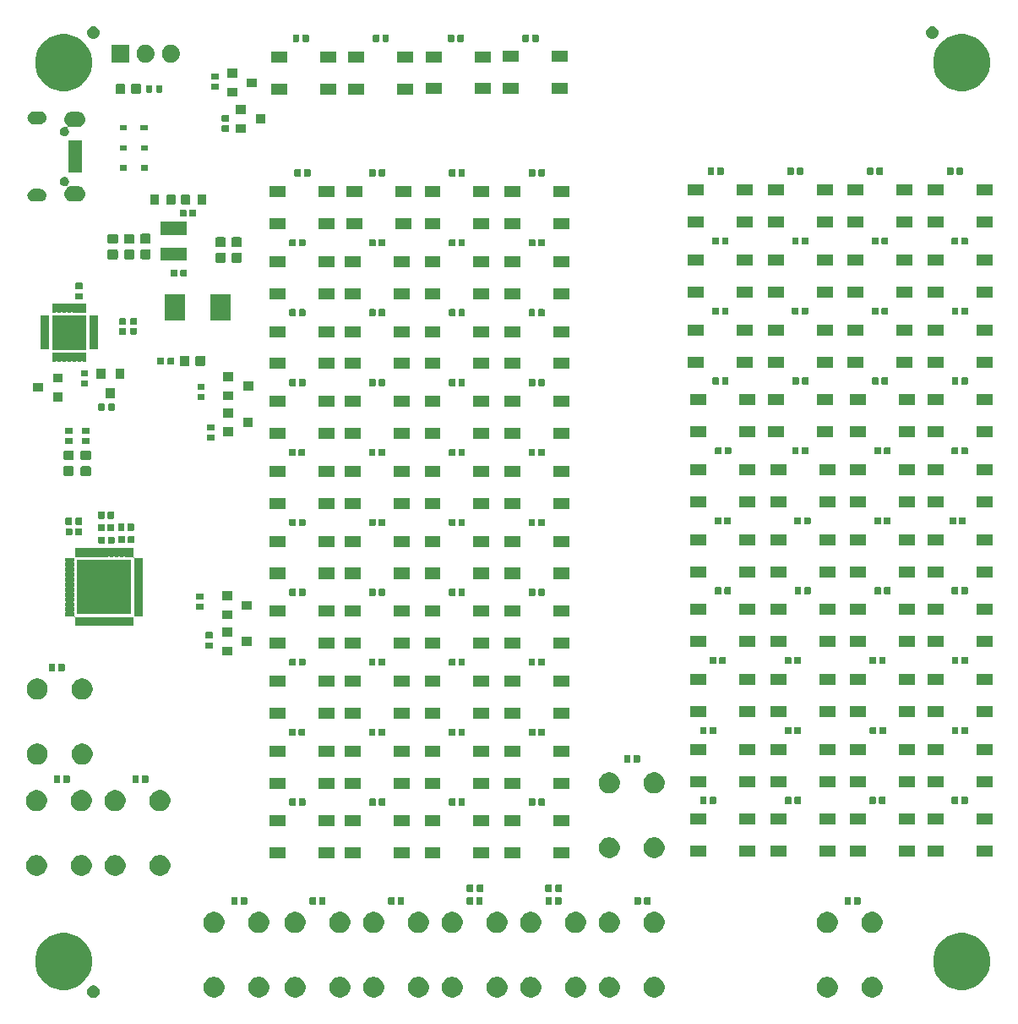
<source format=gbr>
G04 #@! TF.GenerationSoftware,KiCad,Pcbnew,5.1.5+dfsg1-2build2*
G04 #@! TF.CreationDate,2020-11-18T16:39:58+01:00*
G04 #@! TF.ProjectId,Logic_panel_v1,4c6f6769-635f-4706-916e-656c5f76312e,rev?*
G04 #@! TF.SameCoordinates,Original*
G04 #@! TF.FileFunction,Soldermask,Top*
G04 #@! TF.FilePolarity,Negative*
%FSLAX46Y46*%
G04 Gerber Fmt 4.6, Leading zero omitted, Abs format (unit mm)*
G04 Created by KiCad (PCBNEW 5.1.5+dfsg1-2build2) date 2020-11-18 16:39:58*
%MOMM*%
%LPD*%
G04 APERTURE LIST*
%ADD10C,0.350000*%
G04 APERTURE END LIST*
D10*
G36*
X58121322Y-147430947D02*
G01*
X58181889Y-147442994D01*
X58238943Y-147466627D01*
X58295997Y-147490259D01*
X58398687Y-147558874D01*
X58486025Y-147646212D01*
X58554640Y-147748902D01*
X58601905Y-147863011D01*
X58626000Y-147984144D01*
X58626000Y-148107654D01*
X58601905Y-148228787D01*
X58554640Y-148342896D01*
X58486025Y-148445586D01*
X58398687Y-148532924D01*
X58295997Y-148601539D01*
X58267185Y-148613473D01*
X58181889Y-148648804D01*
X58156460Y-148653862D01*
X58060755Y-148672899D01*
X57937245Y-148672899D01*
X57841540Y-148653862D01*
X57816111Y-148648804D01*
X57730815Y-148613473D01*
X57702003Y-148601539D01*
X57599313Y-148532924D01*
X57511975Y-148445586D01*
X57443360Y-148342896D01*
X57396095Y-148228787D01*
X57372000Y-148107654D01*
X57372000Y-147984144D01*
X57396095Y-147863011D01*
X57443360Y-147748902D01*
X57511975Y-147646212D01*
X57599313Y-147558874D01*
X57702003Y-147490259D01*
X57759057Y-147466627D01*
X57816111Y-147442994D01*
X57876678Y-147430947D01*
X57937245Y-147418899D01*
X58060755Y-147418899D01*
X58121322Y-147430947D01*
G37*
G36*
X114512565Y-146592251D02*
G01*
X114703834Y-146671477D01*
X114703836Y-146671478D01*
X114875974Y-146786497D01*
X115022366Y-146932889D01*
X115137386Y-147105029D01*
X115216612Y-147296298D01*
X115257001Y-147499346D01*
X115257001Y-147706378D01*
X115216612Y-147909426D01*
X115185662Y-147984145D01*
X115137385Y-148100697D01*
X115022366Y-148272835D01*
X114875974Y-148419227D01*
X114703836Y-148534246D01*
X114703835Y-148534247D01*
X114703834Y-148534247D01*
X114512565Y-148613473D01*
X114309517Y-148653862D01*
X114102485Y-148653862D01*
X113899437Y-148613473D01*
X113708168Y-148534247D01*
X113708167Y-148534247D01*
X113708166Y-148534246D01*
X113536028Y-148419227D01*
X113389636Y-148272835D01*
X113274617Y-148100697D01*
X113226340Y-147984145D01*
X113195390Y-147909426D01*
X113155001Y-147706378D01*
X113155001Y-147499346D01*
X113195390Y-147296298D01*
X113274616Y-147105029D01*
X113389636Y-146932889D01*
X113536028Y-146786497D01*
X113708166Y-146671478D01*
X113708168Y-146671477D01*
X113899437Y-146592251D01*
X114102485Y-146551862D01*
X114309517Y-146551862D01*
X114512565Y-146592251D01*
G37*
G36*
X131856565Y-146592251D02*
G01*
X132047834Y-146671477D01*
X132047836Y-146671478D01*
X132219974Y-146786497D01*
X132366366Y-146932889D01*
X132481386Y-147105029D01*
X132560612Y-147296298D01*
X132601001Y-147499346D01*
X132601001Y-147706378D01*
X132560612Y-147909426D01*
X132529662Y-147984145D01*
X132481385Y-148100697D01*
X132366366Y-148272835D01*
X132219974Y-148419227D01*
X132047836Y-148534246D01*
X132047835Y-148534247D01*
X132047834Y-148534247D01*
X131856565Y-148613473D01*
X131653517Y-148653862D01*
X131446485Y-148653862D01*
X131243437Y-148613473D01*
X131052168Y-148534247D01*
X131052167Y-148534247D01*
X131052166Y-148534246D01*
X130880028Y-148419227D01*
X130733636Y-148272835D01*
X130618617Y-148100697D01*
X130570340Y-147984145D01*
X130539390Y-147909426D01*
X130499001Y-147706378D01*
X130499001Y-147499346D01*
X130539390Y-147296298D01*
X130618616Y-147105029D01*
X130733636Y-146932889D01*
X130880028Y-146786497D01*
X131052166Y-146671478D01*
X131052168Y-146671477D01*
X131243437Y-146592251D01*
X131446485Y-146551862D01*
X131653517Y-146551862D01*
X131856565Y-146592251D01*
G37*
G36*
X110012565Y-146592251D02*
G01*
X110203834Y-146671477D01*
X110203836Y-146671478D01*
X110375974Y-146786497D01*
X110522366Y-146932889D01*
X110637386Y-147105029D01*
X110716612Y-147296298D01*
X110757001Y-147499346D01*
X110757001Y-147706378D01*
X110716612Y-147909426D01*
X110685662Y-147984145D01*
X110637385Y-148100697D01*
X110522366Y-148272835D01*
X110375974Y-148419227D01*
X110203836Y-148534246D01*
X110203835Y-148534247D01*
X110203834Y-148534247D01*
X110012565Y-148613473D01*
X109809517Y-148653862D01*
X109602485Y-148653862D01*
X109399437Y-148613473D01*
X109208168Y-148534247D01*
X109208167Y-148534247D01*
X109208166Y-148534246D01*
X109036028Y-148419227D01*
X108889636Y-148272835D01*
X108774617Y-148100697D01*
X108726340Y-147984145D01*
X108695390Y-147909426D01*
X108655001Y-147706378D01*
X108655001Y-147499346D01*
X108695390Y-147296298D01*
X108774616Y-147105029D01*
X108889636Y-146932889D01*
X109036028Y-146786497D01*
X109208166Y-146671478D01*
X109208168Y-146671477D01*
X109399437Y-146592251D01*
X109602485Y-146551862D01*
X109809517Y-146551862D01*
X110012565Y-146592251D01*
G37*
G36*
X102138565Y-146592251D02*
G01*
X102329834Y-146671477D01*
X102329836Y-146671478D01*
X102501974Y-146786497D01*
X102648366Y-146932889D01*
X102763386Y-147105029D01*
X102842612Y-147296298D01*
X102883001Y-147499346D01*
X102883001Y-147706378D01*
X102842612Y-147909426D01*
X102811662Y-147984145D01*
X102763385Y-148100697D01*
X102648366Y-148272835D01*
X102501974Y-148419227D01*
X102329836Y-148534246D01*
X102329835Y-148534247D01*
X102329834Y-148534247D01*
X102138565Y-148613473D01*
X101935517Y-148653862D01*
X101728485Y-148653862D01*
X101525437Y-148613473D01*
X101334168Y-148534247D01*
X101334167Y-148534247D01*
X101334166Y-148534246D01*
X101162028Y-148419227D01*
X101015636Y-148272835D01*
X100900617Y-148100697D01*
X100852340Y-147984145D01*
X100821390Y-147909426D01*
X100781001Y-147706378D01*
X100781001Y-147499346D01*
X100821390Y-147296298D01*
X100900616Y-147105029D01*
X101015636Y-146932889D01*
X101162028Y-146786497D01*
X101334166Y-146671478D01*
X101334168Y-146671477D01*
X101525437Y-146592251D01*
X101728485Y-146551862D01*
X101935517Y-146551862D01*
X102138565Y-146592251D01*
G37*
G36*
X106638565Y-146592251D02*
G01*
X106829834Y-146671477D01*
X106829836Y-146671478D01*
X107001974Y-146786497D01*
X107148366Y-146932889D01*
X107263386Y-147105029D01*
X107342612Y-147296298D01*
X107383001Y-147499346D01*
X107383001Y-147706378D01*
X107342612Y-147909426D01*
X107311662Y-147984145D01*
X107263385Y-148100697D01*
X107148366Y-148272835D01*
X107001974Y-148419227D01*
X106829836Y-148534246D01*
X106829835Y-148534247D01*
X106829834Y-148534247D01*
X106638565Y-148613473D01*
X106435517Y-148653862D01*
X106228485Y-148653862D01*
X106025437Y-148613473D01*
X105834168Y-148534247D01*
X105834167Y-148534247D01*
X105834166Y-148534246D01*
X105662028Y-148419227D01*
X105515636Y-148272835D01*
X105400617Y-148100697D01*
X105352340Y-147984145D01*
X105321390Y-147909426D01*
X105281001Y-147706378D01*
X105281001Y-147499346D01*
X105321390Y-147296298D01*
X105400616Y-147105029D01*
X105515636Y-146932889D01*
X105662028Y-146786497D01*
X105834166Y-146671478D01*
X105834168Y-146671477D01*
X106025437Y-146592251D01*
X106228485Y-146551862D01*
X106435517Y-146551862D01*
X106638565Y-146592251D01*
G37*
G36*
X94264565Y-146592251D02*
G01*
X94455834Y-146671477D01*
X94455836Y-146671478D01*
X94627974Y-146786497D01*
X94774366Y-146932889D01*
X94889386Y-147105029D01*
X94968612Y-147296298D01*
X95009001Y-147499346D01*
X95009001Y-147706378D01*
X94968612Y-147909426D01*
X94937662Y-147984145D01*
X94889385Y-148100697D01*
X94774366Y-148272835D01*
X94627974Y-148419227D01*
X94455836Y-148534246D01*
X94455835Y-148534247D01*
X94455834Y-148534247D01*
X94264565Y-148613473D01*
X94061517Y-148653862D01*
X93854485Y-148653862D01*
X93651437Y-148613473D01*
X93460168Y-148534247D01*
X93460167Y-148534247D01*
X93460166Y-148534246D01*
X93288028Y-148419227D01*
X93141636Y-148272835D01*
X93026617Y-148100697D01*
X92978340Y-147984145D01*
X92947390Y-147909426D01*
X92907001Y-147706378D01*
X92907001Y-147499346D01*
X92947390Y-147296298D01*
X93026616Y-147105029D01*
X93141636Y-146932889D01*
X93288028Y-146786497D01*
X93460166Y-146671478D01*
X93460168Y-146671477D01*
X93651437Y-146592251D01*
X93854485Y-146551862D01*
X94061517Y-146551862D01*
X94264565Y-146592251D01*
G37*
G36*
X98764565Y-146592251D02*
G01*
X98955834Y-146671477D01*
X98955836Y-146671478D01*
X99127974Y-146786497D01*
X99274366Y-146932889D01*
X99389386Y-147105029D01*
X99468612Y-147296298D01*
X99509001Y-147499346D01*
X99509001Y-147706378D01*
X99468612Y-147909426D01*
X99437662Y-147984145D01*
X99389385Y-148100697D01*
X99274366Y-148272835D01*
X99127974Y-148419227D01*
X98955836Y-148534246D01*
X98955835Y-148534247D01*
X98955834Y-148534247D01*
X98764565Y-148613473D01*
X98561517Y-148653862D01*
X98354485Y-148653862D01*
X98151437Y-148613473D01*
X97960168Y-148534247D01*
X97960167Y-148534247D01*
X97960166Y-148534246D01*
X97788028Y-148419227D01*
X97641636Y-148272835D01*
X97526617Y-148100697D01*
X97478340Y-147984145D01*
X97447390Y-147909426D01*
X97407001Y-147706378D01*
X97407001Y-147499346D01*
X97447390Y-147296298D01*
X97526616Y-147105029D01*
X97641636Y-146932889D01*
X97788028Y-146786497D01*
X97960166Y-146671478D01*
X97960168Y-146671477D01*
X98151437Y-146592251D01*
X98354485Y-146551862D01*
X98561517Y-146551862D01*
X98764565Y-146592251D01*
G37*
G36*
X90890565Y-146592251D02*
G01*
X91081834Y-146671477D01*
X91081836Y-146671478D01*
X91253974Y-146786497D01*
X91400366Y-146932889D01*
X91515386Y-147105029D01*
X91594612Y-147296298D01*
X91635001Y-147499346D01*
X91635001Y-147706378D01*
X91594612Y-147909426D01*
X91563662Y-147984145D01*
X91515385Y-148100697D01*
X91400366Y-148272835D01*
X91253974Y-148419227D01*
X91081836Y-148534246D01*
X91081835Y-148534247D01*
X91081834Y-148534247D01*
X90890565Y-148613473D01*
X90687517Y-148653862D01*
X90480485Y-148653862D01*
X90277437Y-148613473D01*
X90086168Y-148534247D01*
X90086167Y-148534247D01*
X90086166Y-148534246D01*
X89914028Y-148419227D01*
X89767636Y-148272835D01*
X89652617Y-148100697D01*
X89604340Y-147984145D01*
X89573390Y-147909426D01*
X89533001Y-147706378D01*
X89533001Y-147499346D01*
X89573390Y-147296298D01*
X89652616Y-147105029D01*
X89767636Y-146932889D01*
X89914028Y-146786497D01*
X90086166Y-146671478D01*
X90086168Y-146671477D01*
X90277437Y-146592251D01*
X90480485Y-146551862D01*
X90687517Y-146551862D01*
X90890565Y-146592251D01*
G37*
G36*
X78516565Y-146592251D02*
G01*
X78707834Y-146671477D01*
X78707836Y-146671478D01*
X78879974Y-146786497D01*
X79026366Y-146932889D01*
X79141386Y-147105029D01*
X79220612Y-147296298D01*
X79261001Y-147499346D01*
X79261001Y-147706378D01*
X79220612Y-147909426D01*
X79189662Y-147984145D01*
X79141385Y-148100697D01*
X79026366Y-148272835D01*
X78879974Y-148419227D01*
X78707836Y-148534246D01*
X78707835Y-148534247D01*
X78707834Y-148534247D01*
X78516565Y-148613473D01*
X78313517Y-148653862D01*
X78106485Y-148653862D01*
X77903437Y-148613473D01*
X77712168Y-148534247D01*
X77712167Y-148534247D01*
X77712166Y-148534246D01*
X77540028Y-148419227D01*
X77393636Y-148272835D01*
X77278617Y-148100697D01*
X77230340Y-147984145D01*
X77199390Y-147909426D01*
X77159001Y-147706378D01*
X77159001Y-147499346D01*
X77199390Y-147296298D01*
X77278616Y-147105029D01*
X77393636Y-146932889D01*
X77540028Y-146786497D01*
X77712166Y-146671478D01*
X77712168Y-146671477D01*
X77903437Y-146592251D01*
X78106485Y-146551862D01*
X78313517Y-146551862D01*
X78516565Y-146592251D01*
G37*
G36*
X83016565Y-146592251D02*
G01*
X83207834Y-146671477D01*
X83207836Y-146671478D01*
X83379974Y-146786497D01*
X83526366Y-146932889D01*
X83641386Y-147105029D01*
X83720612Y-147296298D01*
X83761001Y-147499346D01*
X83761001Y-147706378D01*
X83720612Y-147909426D01*
X83689662Y-147984145D01*
X83641385Y-148100697D01*
X83526366Y-148272835D01*
X83379974Y-148419227D01*
X83207836Y-148534246D01*
X83207835Y-148534247D01*
X83207834Y-148534247D01*
X83016565Y-148613473D01*
X82813517Y-148653862D01*
X82606485Y-148653862D01*
X82403437Y-148613473D01*
X82212168Y-148534247D01*
X82212167Y-148534247D01*
X82212166Y-148534246D01*
X82040028Y-148419227D01*
X81893636Y-148272835D01*
X81778617Y-148100697D01*
X81730340Y-147984145D01*
X81699390Y-147909426D01*
X81659001Y-147706378D01*
X81659001Y-147499346D01*
X81699390Y-147296298D01*
X81778616Y-147105029D01*
X81893636Y-146932889D01*
X82040028Y-146786497D01*
X82212166Y-146671478D01*
X82212168Y-146671477D01*
X82403437Y-146592251D01*
X82606485Y-146551862D01*
X82813517Y-146551862D01*
X83016565Y-146592251D01*
G37*
G36*
X70388565Y-146592251D02*
G01*
X70579834Y-146671477D01*
X70579836Y-146671478D01*
X70751974Y-146786497D01*
X70898366Y-146932889D01*
X71013386Y-147105029D01*
X71092612Y-147296298D01*
X71133001Y-147499346D01*
X71133001Y-147706378D01*
X71092612Y-147909426D01*
X71061662Y-147984145D01*
X71013385Y-148100697D01*
X70898366Y-148272835D01*
X70751974Y-148419227D01*
X70579836Y-148534246D01*
X70579835Y-148534247D01*
X70579834Y-148534247D01*
X70388565Y-148613473D01*
X70185517Y-148653862D01*
X69978485Y-148653862D01*
X69775437Y-148613473D01*
X69584168Y-148534247D01*
X69584167Y-148534247D01*
X69584166Y-148534246D01*
X69412028Y-148419227D01*
X69265636Y-148272835D01*
X69150617Y-148100697D01*
X69102340Y-147984145D01*
X69071390Y-147909426D01*
X69031001Y-147706378D01*
X69031001Y-147499346D01*
X69071390Y-147296298D01*
X69150616Y-147105029D01*
X69265636Y-146932889D01*
X69412028Y-146786497D01*
X69584166Y-146671478D01*
X69584168Y-146671477D01*
X69775437Y-146592251D01*
X69978485Y-146551862D01*
X70185517Y-146551862D01*
X70388565Y-146592251D01*
G37*
G36*
X74888565Y-146592251D02*
G01*
X75079834Y-146671477D01*
X75079836Y-146671478D01*
X75251974Y-146786497D01*
X75398366Y-146932889D01*
X75513386Y-147105029D01*
X75592612Y-147296298D01*
X75633001Y-147499346D01*
X75633001Y-147706378D01*
X75592612Y-147909426D01*
X75561662Y-147984145D01*
X75513385Y-148100697D01*
X75398366Y-148272835D01*
X75251974Y-148419227D01*
X75079836Y-148534246D01*
X75079835Y-148534247D01*
X75079834Y-148534247D01*
X74888565Y-148613473D01*
X74685517Y-148653862D01*
X74478485Y-148653862D01*
X74275437Y-148613473D01*
X74084168Y-148534247D01*
X74084167Y-148534247D01*
X74084166Y-148534246D01*
X73912028Y-148419227D01*
X73765636Y-148272835D01*
X73650617Y-148100697D01*
X73602340Y-147984145D01*
X73571390Y-147909426D01*
X73531001Y-147706378D01*
X73531001Y-147499346D01*
X73571390Y-147296298D01*
X73650616Y-147105029D01*
X73765636Y-146932889D01*
X73912028Y-146786497D01*
X74084166Y-146671478D01*
X74084168Y-146671477D01*
X74275437Y-146592251D01*
X74478485Y-146551862D01*
X74685517Y-146551862D01*
X74888565Y-146592251D01*
G37*
G36*
X136356565Y-146592251D02*
G01*
X136547834Y-146671477D01*
X136547836Y-146671478D01*
X136719974Y-146786497D01*
X136866366Y-146932889D01*
X136981386Y-147105029D01*
X137060612Y-147296298D01*
X137101001Y-147499346D01*
X137101001Y-147706378D01*
X137060612Y-147909426D01*
X137029662Y-147984145D01*
X136981385Y-148100697D01*
X136866366Y-148272835D01*
X136719974Y-148419227D01*
X136547836Y-148534246D01*
X136547835Y-148534247D01*
X136547834Y-148534247D01*
X136356565Y-148613473D01*
X136153517Y-148653862D01*
X135946485Y-148653862D01*
X135743437Y-148613473D01*
X135552168Y-148534247D01*
X135552167Y-148534247D01*
X135552166Y-148534246D01*
X135380028Y-148419227D01*
X135233636Y-148272835D01*
X135118617Y-148100697D01*
X135070340Y-147984145D01*
X135039390Y-147909426D01*
X134999001Y-147706378D01*
X134999001Y-147499346D01*
X135039390Y-147296298D01*
X135118616Y-147105029D01*
X135233636Y-146932889D01*
X135380028Y-146786497D01*
X135552166Y-146671478D01*
X135552168Y-146671477D01*
X135743437Y-146592251D01*
X135946485Y-146551862D01*
X136153517Y-146551862D01*
X136356565Y-146592251D01*
G37*
G36*
X86390565Y-146592251D02*
G01*
X86581834Y-146671477D01*
X86581836Y-146671478D01*
X86753974Y-146786497D01*
X86900366Y-146932889D01*
X87015386Y-147105029D01*
X87094612Y-147296298D01*
X87135001Y-147499346D01*
X87135001Y-147706378D01*
X87094612Y-147909426D01*
X87063662Y-147984145D01*
X87015385Y-148100697D01*
X86900366Y-148272835D01*
X86753974Y-148419227D01*
X86581836Y-148534246D01*
X86581835Y-148534247D01*
X86581834Y-148534247D01*
X86390565Y-148613473D01*
X86187517Y-148653862D01*
X85980485Y-148653862D01*
X85777437Y-148613473D01*
X85586168Y-148534247D01*
X85586167Y-148534247D01*
X85586166Y-148534246D01*
X85414028Y-148419227D01*
X85267636Y-148272835D01*
X85152617Y-148100697D01*
X85104340Y-147984145D01*
X85073390Y-147909426D01*
X85033001Y-147706378D01*
X85033001Y-147499346D01*
X85073390Y-147296298D01*
X85152616Y-147105029D01*
X85267636Y-146932889D01*
X85414028Y-146786497D01*
X85586166Y-146671478D01*
X85586168Y-146671477D01*
X85777437Y-146592251D01*
X85980485Y-146551862D01*
X86187517Y-146551862D01*
X86390565Y-146592251D01*
G37*
G36*
X55576203Y-142218643D02*
G01*
X55851607Y-142273424D01*
X56370456Y-142488338D01*
X56837408Y-142800346D01*
X57234517Y-143197455D01*
X57546525Y-143664407D01*
X57761439Y-144183256D01*
X57871001Y-144734063D01*
X57871001Y-145295661D01*
X57761439Y-145846468D01*
X57546525Y-146365317D01*
X57234517Y-146832269D01*
X56837408Y-147229378D01*
X56370456Y-147541386D01*
X55851607Y-147756300D01*
X55576203Y-147811081D01*
X55300801Y-147865862D01*
X54739201Y-147865862D01*
X54463799Y-147811081D01*
X54188395Y-147756300D01*
X53669546Y-147541386D01*
X53202594Y-147229378D01*
X52805485Y-146832269D01*
X52493477Y-146365317D01*
X52278563Y-145846468D01*
X52169001Y-145295661D01*
X52169001Y-144734063D01*
X52278563Y-144183256D01*
X52493477Y-143664407D01*
X52805485Y-143197455D01*
X53202594Y-142800346D01*
X53669546Y-142488338D01*
X54188395Y-142273424D01*
X54463799Y-142218643D01*
X54739201Y-142163862D01*
X55300801Y-142163862D01*
X55576203Y-142218643D01*
G37*
G36*
X145576203Y-142218643D02*
G01*
X145851607Y-142273424D01*
X146370456Y-142488338D01*
X146837408Y-142800346D01*
X147234517Y-143197455D01*
X147546525Y-143664407D01*
X147761439Y-144183256D01*
X147871001Y-144734063D01*
X147871001Y-145295661D01*
X147761439Y-145846468D01*
X147546525Y-146365317D01*
X147234517Y-146832269D01*
X146837408Y-147229378D01*
X146370456Y-147541386D01*
X145851607Y-147756300D01*
X145576203Y-147811081D01*
X145300801Y-147865862D01*
X144739201Y-147865862D01*
X144463799Y-147811081D01*
X144188395Y-147756300D01*
X143669546Y-147541386D01*
X143202594Y-147229378D01*
X142805485Y-146832269D01*
X142493477Y-146365317D01*
X142278563Y-145846468D01*
X142169001Y-145295661D01*
X142169001Y-144734063D01*
X142278563Y-144183256D01*
X142493477Y-143664407D01*
X142805485Y-143197455D01*
X143202594Y-142800346D01*
X143669546Y-142488338D01*
X144188395Y-142273424D01*
X144463799Y-142218643D01*
X144739201Y-142163862D01*
X145300801Y-142163862D01*
X145576203Y-142218643D01*
G37*
G36*
X94264565Y-140092251D02*
G01*
X94455834Y-140171477D01*
X94455836Y-140171478D01*
X94627974Y-140286497D01*
X94774366Y-140432889D01*
X94889386Y-140605029D01*
X94968612Y-140796298D01*
X95009001Y-140999346D01*
X95009001Y-141206378D01*
X94968612Y-141409426D01*
X94889386Y-141600695D01*
X94889385Y-141600697D01*
X94774366Y-141772835D01*
X94627974Y-141919227D01*
X94455836Y-142034246D01*
X94455835Y-142034247D01*
X94455834Y-142034247D01*
X94264565Y-142113473D01*
X94061517Y-142153862D01*
X93854485Y-142153862D01*
X93651437Y-142113473D01*
X93460168Y-142034247D01*
X93460167Y-142034247D01*
X93460166Y-142034246D01*
X93288028Y-141919227D01*
X93141636Y-141772835D01*
X93026617Y-141600697D01*
X93026616Y-141600695D01*
X92947390Y-141409426D01*
X92907001Y-141206378D01*
X92907001Y-140999346D01*
X92947390Y-140796298D01*
X93026616Y-140605029D01*
X93141636Y-140432889D01*
X93288028Y-140286497D01*
X93460166Y-140171478D01*
X93460168Y-140171477D01*
X93651437Y-140092251D01*
X93854485Y-140051862D01*
X94061517Y-140051862D01*
X94264565Y-140092251D01*
G37*
G36*
X83016565Y-140092251D02*
G01*
X83207834Y-140171477D01*
X83207836Y-140171478D01*
X83379974Y-140286497D01*
X83526366Y-140432889D01*
X83641386Y-140605029D01*
X83720612Y-140796298D01*
X83761001Y-140999346D01*
X83761001Y-141206378D01*
X83720612Y-141409426D01*
X83641386Y-141600695D01*
X83641385Y-141600697D01*
X83526366Y-141772835D01*
X83379974Y-141919227D01*
X83207836Y-142034246D01*
X83207835Y-142034247D01*
X83207834Y-142034247D01*
X83016565Y-142113473D01*
X82813517Y-142153862D01*
X82606485Y-142153862D01*
X82403437Y-142113473D01*
X82212168Y-142034247D01*
X82212167Y-142034247D01*
X82212166Y-142034246D01*
X82040028Y-141919227D01*
X81893636Y-141772835D01*
X81778617Y-141600697D01*
X81778616Y-141600695D01*
X81699390Y-141409426D01*
X81659001Y-141206378D01*
X81659001Y-140999346D01*
X81699390Y-140796298D01*
X81778616Y-140605029D01*
X81893636Y-140432889D01*
X82040028Y-140286497D01*
X82212166Y-140171478D01*
X82212168Y-140171477D01*
X82403437Y-140092251D01*
X82606485Y-140051862D01*
X82813517Y-140051862D01*
X83016565Y-140092251D01*
G37*
G36*
X78516565Y-140092251D02*
G01*
X78707834Y-140171477D01*
X78707836Y-140171478D01*
X78879974Y-140286497D01*
X79026366Y-140432889D01*
X79141386Y-140605029D01*
X79220612Y-140796298D01*
X79261001Y-140999346D01*
X79261001Y-141206378D01*
X79220612Y-141409426D01*
X79141386Y-141600695D01*
X79141385Y-141600697D01*
X79026366Y-141772835D01*
X78879974Y-141919227D01*
X78707836Y-142034246D01*
X78707835Y-142034247D01*
X78707834Y-142034247D01*
X78516565Y-142113473D01*
X78313517Y-142153862D01*
X78106485Y-142153862D01*
X77903437Y-142113473D01*
X77712168Y-142034247D01*
X77712167Y-142034247D01*
X77712166Y-142034246D01*
X77540028Y-141919227D01*
X77393636Y-141772835D01*
X77278617Y-141600697D01*
X77278616Y-141600695D01*
X77199390Y-141409426D01*
X77159001Y-141206378D01*
X77159001Y-140999346D01*
X77199390Y-140796298D01*
X77278616Y-140605029D01*
X77393636Y-140432889D01*
X77540028Y-140286497D01*
X77712166Y-140171478D01*
X77712168Y-140171477D01*
X77903437Y-140092251D01*
X78106485Y-140051862D01*
X78313517Y-140051862D01*
X78516565Y-140092251D01*
G37*
G36*
X70388565Y-140092251D02*
G01*
X70579834Y-140171477D01*
X70579836Y-140171478D01*
X70751974Y-140286497D01*
X70898366Y-140432889D01*
X71013386Y-140605029D01*
X71092612Y-140796298D01*
X71133001Y-140999346D01*
X71133001Y-141206378D01*
X71092612Y-141409426D01*
X71013386Y-141600695D01*
X71013385Y-141600697D01*
X70898366Y-141772835D01*
X70751974Y-141919227D01*
X70579836Y-142034246D01*
X70579835Y-142034247D01*
X70579834Y-142034247D01*
X70388565Y-142113473D01*
X70185517Y-142153862D01*
X69978485Y-142153862D01*
X69775437Y-142113473D01*
X69584168Y-142034247D01*
X69584167Y-142034247D01*
X69584166Y-142034246D01*
X69412028Y-141919227D01*
X69265636Y-141772835D01*
X69150617Y-141600697D01*
X69150616Y-141600695D01*
X69071390Y-141409426D01*
X69031001Y-141206378D01*
X69031001Y-140999346D01*
X69071390Y-140796298D01*
X69150616Y-140605029D01*
X69265636Y-140432889D01*
X69412028Y-140286497D01*
X69584166Y-140171478D01*
X69584168Y-140171477D01*
X69775437Y-140092251D01*
X69978485Y-140051862D01*
X70185517Y-140051862D01*
X70388565Y-140092251D01*
G37*
G36*
X74888565Y-140092251D02*
G01*
X75079834Y-140171477D01*
X75079836Y-140171478D01*
X75251974Y-140286497D01*
X75398366Y-140432889D01*
X75513386Y-140605029D01*
X75592612Y-140796298D01*
X75633001Y-140999346D01*
X75633001Y-141206378D01*
X75592612Y-141409426D01*
X75513386Y-141600695D01*
X75513385Y-141600697D01*
X75398366Y-141772835D01*
X75251974Y-141919227D01*
X75079836Y-142034246D01*
X75079835Y-142034247D01*
X75079834Y-142034247D01*
X74888565Y-142113473D01*
X74685517Y-142153862D01*
X74478485Y-142153862D01*
X74275437Y-142113473D01*
X74084168Y-142034247D01*
X74084167Y-142034247D01*
X74084166Y-142034246D01*
X73912028Y-141919227D01*
X73765636Y-141772835D01*
X73650617Y-141600697D01*
X73650616Y-141600695D01*
X73571390Y-141409426D01*
X73531001Y-141206378D01*
X73531001Y-140999346D01*
X73571390Y-140796298D01*
X73650616Y-140605029D01*
X73765636Y-140432889D01*
X73912028Y-140286497D01*
X74084166Y-140171478D01*
X74084168Y-140171477D01*
X74275437Y-140092251D01*
X74478485Y-140051862D01*
X74685517Y-140051862D01*
X74888565Y-140092251D01*
G37*
G36*
X90890565Y-140092251D02*
G01*
X91081834Y-140171477D01*
X91081836Y-140171478D01*
X91253974Y-140286497D01*
X91400366Y-140432889D01*
X91515386Y-140605029D01*
X91594612Y-140796298D01*
X91635001Y-140999346D01*
X91635001Y-141206378D01*
X91594612Y-141409426D01*
X91515386Y-141600695D01*
X91515385Y-141600697D01*
X91400366Y-141772835D01*
X91253974Y-141919227D01*
X91081836Y-142034246D01*
X91081835Y-142034247D01*
X91081834Y-142034247D01*
X90890565Y-142113473D01*
X90687517Y-142153862D01*
X90480485Y-142153862D01*
X90277437Y-142113473D01*
X90086168Y-142034247D01*
X90086167Y-142034247D01*
X90086166Y-142034246D01*
X89914028Y-141919227D01*
X89767636Y-141772835D01*
X89652617Y-141600697D01*
X89652616Y-141600695D01*
X89573390Y-141409426D01*
X89533001Y-141206378D01*
X89533001Y-140999346D01*
X89573390Y-140796298D01*
X89652616Y-140605029D01*
X89767636Y-140432889D01*
X89914028Y-140286497D01*
X90086166Y-140171478D01*
X90086168Y-140171477D01*
X90277437Y-140092251D01*
X90480485Y-140051862D01*
X90687517Y-140051862D01*
X90890565Y-140092251D01*
G37*
G36*
X86390565Y-140092251D02*
G01*
X86581834Y-140171477D01*
X86581836Y-140171478D01*
X86753974Y-140286497D01*
X86900366Y-140432889D01*
X87015386Y-140605029D01*
X87094612Y-140796298D01*
X87135001Y-140999346D01*
X87135001Y-141206378D01*
X87094612Y-141409426D01*
X87015386Y-141600695D01*
X87015385Y-141600697D01*
X86900366Y-141772835D01*
X86753974Y-141919227D01*
X86581836Y-142034246D01*
X86581835Y-142034247D01*
X86581834Y-142034247D01*
X86390565Y-142113473D01*
X86187517Y-142153862D01*
X85980485Y-142153862D01*
X85777437Y-142113473D01*
X85586168Y-142034247D01*
X85586167Y-142034247D01*
X85586166Y-142034246D01*
X85414028Y-141919227D01*
X85267636Y-141772835D01*
X85152617Y-141600697D01*
X85152616Y-141600695D01*
X85073390Y-141409426D01*
X85033001Y-141206378D01*
X85033001Y-140999346D01*
X85073390Y-140796298D01*
X85152616Y-140605029D01*
X85267636Y-140432889D01*
X85414028Y-140286497D01*
X85586166Y-140171478D01*
X85586168Y-140171477D01*
X85777437Y-140092251D01*
X85980485Y-140051862D01*
X86187517Y-140051862D01*
X86390565Y-140092251D01*
G37*
G36*
X98764565Y-140092251D02*
G01*
X98955834Y-140171477D01*
X98955836Y-140171478D01*
X99127974Y-140286497D01*
X99274366Y-140432889D01*
X99389386Y-140605029D01*
X99468612Y-140796298D01*
X99509001Y-140999346D01*
X99509001Y-141206378D01*
X99468612Y-141409426D01*
X99389386Y-141600695D01*
X99389385Y-141600697D01*
X99274366Y-141772835D01*
X99127974Y-141919227D01*
X98955836Y-142034246D01*
X98955835Y-142034247D01*
X98955834Y-142034247D01*
X98764565Y-142113473D01*
X98561517Y-142153862D01*
X98354485Y-142153862D01*
X98151437Y-142113473D01*
X97960168Y-142034247D01*
X97960167Y-142034247D01*
X97960166Y-142034246D01*
X97788028Y-141919227D01*
X97641636Y-141772835D01*
X97526617Y-141600697D01*
X97526616Y-141600695D01*
X97447390Y-141409426D01*
X97407001Y-141206378D01*
X97407001Y-140999346D01*
X97447390Y-140796298D01*
X97526616Y-140605029D01*
X97641636Y-140432889D01*
X97788028Y-140286497D01*
X97960166Y-140171478D01*
X97960168Y-140171477D01*
X98151437Y-140092251D01*
X98354485Y-140051862D01*
X98561517Y-140051862D01*
X98764565Y-140092251D01*
G37*
G36*
X106638565Y-140092251D02*
G01*
X106829834Y-140171477D01*
X106829836Y-140171478D01*
X107001974Y-140286497D01*
X107148366Y-140432889D01*
X107263386Y-140605029D01*
X107342612Y-140796298D01*
X107383001Y-140999346D01*
X107383001Y-141206378D01*
X107342612Y-141409426D01*
X107263386Y-141600695D01*
X107263385Y-141600697D01*
X107148366Y-141772835D01*
X107001974Y-141919227D01*
X106829836Y-142034246D01*
X106829835Y-142034247D01*
X106829834Y-142034247D01*
X106638565Y-142113473D01*
X106435517Y-142153862D01*
X106228485Y-142153862D01*
X106025437Y-142113473D01*
X105834168Y-142034247D01*
X105834167Y-142034247D01*
X105834166Y-142034246D01*
X105662028Y-141919227D01*
X105515636Y-141772835D01*
X105400617Y-141600697D01*
X105400616Y-141600695D01*
X105321390Y-141409426D01*
X105281001Y-141206378D01*
X105281001Y-140999346D01*
X105321390Y-140796298D01*
X105400616Y-140605029D01*
X105515636Y-140432889D01*
X105662028Y-140286497D01*
X105834166Y-140171478D01*
X105834168Y-140171477D01*
X106025437Y-140092251D01*
X106228485Y-140051862D01*
X106435517Y-140051862D01*
X106638565Y-140092251D01*
G37*
G36*
X102138565Y-140092251D02*
G01*
X102329834Y-140171477D01*
X102329836Y-140171478D01*
X102501974Y-140286497D01*
X102648366Y-140432889D01*
X102763386Y-140605029D01*
X102842612Y-140796298D01*
X102883001Y-140999346D01*
X102883001Y-141206378D01*
X102842612Y-141409426D01*
X102763386Y-141600695D01*
X102763385Y-141600697D01*
X102648366Y-141772835D01*
X102501974Y-141919227D01*
X102329836Y-142034246D01*
X102329835Y-142034247D01*
X102329834Y-142034247D01*
X102138565Y-142113473D01*
X101935517Y-142153862D01*
X101728485Y-142153862D01*
X101525437Y-142113473D01*
X101334168Y-142034247D01*
X101334167Y-142034247D01*
X101334166Y-142034246D01*
X101162028Y-141919227D01*
X101015636Y-141772835D01*
X100900617Y-141600697D01*
X100900616Y-141600695D01*
X100821390Y-141409426D01*
X100781001Y-141206378D01*
X100781001Y-140999346D01*
X100821390Y-140796298D01*
X100900616Y-140605029D01*
X101015636Y-140432889D01*
X101162028Y-140286497D01*
X101334166Y-140171478D01*
X101334168Y-140171477D01*
X101525437Y-140092251D01*
X101728485Y-140051862D01*
X101935517Y-140051862D01*
X102138565Y-140092251D01*
G37*
G36*
X114512565Y-140092251D02*
G01*
X114703834Y-140171477D01*
X114703836Y-140171478D01*
X114875974Y-140286497D01*
X115022366Y-140432889D01*
X115137386Y-140605029D01*
X115216612Y-140796298D01*
X115257001Y-140999346D01*
X115257001Y-141206378D01*
X115216612Y-141409426D01*
X115137386Y-141600695D01*
X115137385Y-141600697D01*
X115022366Y-141772835D01*
X114875974Y-141919227D01*
X114703836Y-142034246D01*
X114703835Y-142034247D01*
X114703834Y-142034247D01*
X114512565Y-142113473D01*
X114309517Y-142153862D01*
X114102485Y-142153862D01*
X113899437Y-142113473D01*
X113708168Y-142034247D01*
X113708167Y-142034247D01*
X113708166Y-142034246D01*
X113536028Y-141919227D01*
X113389636Y-141772835D01*
X113274617Y-141600697D01*
X113274616Y-141600695D01*
X113195390Y-141409426D01*
X113155001Y-141206378D01*
X113155001Y-140999346D01*
X113195390Y-140796298D01*
X113274616Y-140605029D01*
X113389636Y-140432889D01*
X113536028Y-140286497D01*
X113708166Y-140171478D01*
X113708168Y-140171477D01*
X113899437Y-140092251D01*
X114102485Y-140051862D01*
X114309517Y-140051862D01*
X114512565Y-140092251D01*
G37*
G36*
X110012565Y-140092251D02*
G01*
X110203834Y-140171477D01*
X110203836Y-140171478D01*
X110375974Y-140286497D01*
X110522366Y-140432889D01*
X110637386Y-140605029D01*
X110716612Y-140796298D01*
X110757001Y-140999346D01*
X110757001Y-141206378D01*
X110716612Y-141409426D01*
X110637386Y-141600695D01*
X110637385Y-141600697D01*
X110522366Y-141772835D01*
X110375974Y-141919227D01*
X110203836Y-142034246D01*
X110203835Y-142034247D01*
X110203834Y-142034247D01*
X110012565Y-142113473D01*
X109809517Y-142153862D01*
X109602485Y-142153862D01*
X109399437Y-142113473D01*
X109208168Y-142034247D01*
X109208167Y-142034247D01*
X109208166Y-142034246D01*
X109036028Y-141919227D01*
X108889636Y-141772835D01*
X108774617Y-141600697D01*
X108774616Y-141600695D01*
X108695390Y-141409426D01*
X108655001Y-141206378D01*
X108655001Y-140999346D01*
X108695390Y-140796298D01*
X108774616Y-140605029D01*
X108889636Y-140432889D01*
X109036028Y-140286497D01*
X109208166Y-140171478D01*
X109208168Y-140171477D01*
X109399437Y-140092251D01*
X109602485Y-140051862D01*
X109809517Y-140051862D01*
X110012565Y-140092251D01*
G37*
G36*
X136356565Y-140092251D02*
G01*
X136547834Y-140171477D01*
X136547836Y-140171478D01*
X136719974Y-140286497D01*
X136866366Y-140432889D01*
X136981386Y-140605029D01*
X137060612Y-140796298D01*
X137101001Y-140999346D01*
X137101001Y-141206378D01*
X137060612Y-141409426D01*
X136981386Y-141600695D01*
X136981385Y-141600697D01*
X136866366Y-141772835D01*
X136719974Y-141919227D01*
X136547836Y-142034246D01*
X136547835Y-142034247D01*
X136547834Y-142034247D01*
X136356565Y-142113473D01*
X136153517Y-142153862D01*
X135946485Y-142153862D01*
X135743437Y-142113473D01*
X135552168Y-142034247D01*
X135552167Y-142034247D01*
X135552166Y-142034246D01*
X135380028Y-141919227D01*
X135233636Y-141772835D01*
X135118617Y-141600697D01*
X135118616Y-141600695D01*
X135039390Y-141409426D01*
X134999001Y-141206378D01*
X134999001Y-140999346D01*
X135039390Y-140796298D01*
X135118616Y-140605029D01*
X135233636Y-140432889D01*
X135380028Y-140286497D01*
X135552166Y-140171478D01*
X135552168Y-140171477D01*
X135743437Y-140092251D01*
X135946485Y-140051862D01*
X136153517Y-140051862D01*
X136356565Y-140092251D01*
G37*
G36*
X131856565Y-140092251D02*
G01*
X132047834Y-140171477D01*
X132047836Y-140171478D01*
X132219974Y-140286497D01*
X132366366Y-140432889D01*
X132481386Y-140605029D01*
X132560612Y-140796298D01*
X132601001Y-140999346D01*
X132601001Y-141206378D01*
X132560612Y-141409426D01*
X132481386Y-141600695D01*
X132481385Y-141600697D01*
X132366366Y-141772835D01*
X132219974Y-141919227D01*
X132047836Y-142034246D01*
X132047835Y-142034247D01*
X132047834Y-142034247D01*
X131856565Y-142113473D01*
X131653517Y-142153862D01*
X131446485Y-142153862D01*
X131243437Y-142113473D01*
X131052168Y-142034247D01*
X131052167Y-142034247D01*
X131052166Y-142034246D01*
X130880028Y-141919227D01*
X130733636Y-141772835D01*
X130618617Y-141600697D01*
X130618616Y-141600695D01*
X130539390Y-141409426D01*
X130499001Y-141206378D01*
X130499001Y-140999346D01*
X130539390Y-140796298D01*
X130618616Y-140605029D01*
X130733636Y-140432889D01*
X130880028Y-140286497D01*
X131052166Y-140171478D01*
X131052168Y-140171477D01*
X131243437Y-140092251D01*
X131446485Y-140051862D01*
X131653517Y-140051862D01*
X131856565Y-140092251D01*
G37*
G36*
X72389977Y-138608434D02*
G01*
X72409182Y-138614260D01*
X72426894Y-138623727D01*
X72442406Y-138636457D01*
X72455136Y-138651969D01*
X72464603Y-138669681D01*
X72470429Y-138688886D01*
X72473001Y-138715002D01*
X72473001Y-139218722D01*
X72470429Y-139244838D01*
X72464603Y-139264043D01*
X72455136Y-139281755D01*
X72442406Y-139297267D01*
X72426894Y-139309997D01*
X72409182Y-139319464D01*
X72389977Y-139325290D01*
X72363861Y-139327862D01*
X71920141Y-139327862D01*
X71894025Y-139325290D01*
X71874820Y-139319464D01*
X71857108Y-139309997D01*
X71841596Y-139297267D01*
X71828866Y-139281755D01*
X71819399Y-139264043D01*
X71813573Y-139244838D01*
X71811001Y-139218722D01*
X71811001Y-138715002D01*
X71813573Y-138688886D01*
X71819399Y-138669681D01*
X71828866Y-138651969D01*
X71841596Y-138636457D01*
X71857108Y-138623727D01*
X71874820Y-138614260D01*
X71894025Y-138608434D01*
X71920141Y-138605862D01*
X72363861Y-138605862D01*
X72389977Y-138608434D01*
G37*
G36*
X134817977Y-138608434D02*
G01*
X134837182Y-138614260D01*
X134854894Y-138623727D01*
X134870406Y-138636457D01*
X134883136Y-138651969D01*
X134892603Y-138669681D01*
X134898429Y-138688886D01*
X134901001Y-138715002D01*
X134901001Y-139218722D01*
X134898429Y-139244838D01*
X134892603Y-139264043D01*
X134883136Y-139281755D01*
X134870406Y-139297267D01*
X134854894Y-139309997D01*
X134837182Y-139319464D01*
X134817977Y-139325290D01*
X134791861Y-139327862D01*
X134348141Y-139327862D01*
X134322025Y-139325290D01*
X134302820Y-139319464D01*
X134285108Y-139309997D01*
X134269596Y-139297267D01*
X134256866Y-139281755D01*
X134247399Y-139264043D01*
X134241573Y-139244838D01*
X134239001Y-139218722D01*
X134239001Y-138715002D01*
X134241573Y-138688886D01*
X134247399Y-138669681D01*
X134256866Y-138651969D01*
X134269596Y-138636457D01*
X134285108Y-138623727D01*
X134302820Y-138614260D01*
X134322025Y-138608434D01*
X134348141Y-138605862D01*
X134791861Y-138605862D01*
X134817977Y-138608434D01*
G37*
G36*
X133857977Y-138608434D02*
G01*
X133877182Y-138614260D01*
X133894894Y-138623727D01*
X133910406Y-138636457D01*
X133923136Y-138651969D01*
X133932603Y-138669681D01*
X133938429Y-138688886D01*
X133941001Y-138715002D01*
X133941001Y-139218722D01*
X133938429Y-139244838D01*
X133932603Y-139264043D01*
X133923136Y-139281755D01*
X133910406Y-139297267D01*
X133894894Y-139309997D01*
X133877182Y-139319464D01*
X133857977Y-139325290D01*
X133831861Y-139327862D01*
X133388141Y-139327862D01*
X133362025Y-139325290D01*
X133342820Y-139319464D01*
X133325108Y-139309997D01*
X133309596Y-139297267D01*
X133296866Y-139281755D01*
X133287399Y-139264043D01*
X133281573Y-139244838D01*
X133279001Y-139218722D01*
X133279001Y-138715002D01*
X133281573Y-138688886D01*
X133287399Y-138669681D01*
X133296866Y-138651969D01*
X133309596Y-138636457D01*
X133325108Y-138623727D01*
X133342820Y-138614260D01*
X133362025Y-138608434D01*
X133388141Y-138605862D01*
X133831861Y-138605862D01*
X133857977Y-138608434D01*
G37*
G36*
X113763977Y-138608434D02*
G01*
X113783182Y-138614260D01*
X113800894Y-138623727D01*
X113816406Y-138636457D01*
X113829136Y-138651969D01*
X113838603Y-138669681D01*
X113844429Y-138688886D01*
X113847001Y-138715002D01*
X113847001Y-139218722D01*
X113844429Y-139244838D01*
X113838603Y-139264043D01*
X113829136Y-139281755D01*
X113816406Y-139297267D01*
X113800894Y-139309997D01*
X113783182Y-139319464D01*
X113763977Y-139325290D01*
X113737861Y-139327862D01*
X113294141Y-139327862D01*
X113268025Y-139325290D01*
X113248820Y-139319464D01*
X113231108Y-139309997D01*
X113215596Y-139297267D01*
X113202866Y-139281755D01*
X113193399Y-139264043D01*
X113187573Y-139244838D01*
X113185001Y-139218722D01*
X113185001Y-138715002D01*
X113187573Y-138688886D01*
X113193399Y-138669681D01*
X113202866Y-138651969D01*
X113215596Y-138636457D01*
X113231108Y-138623727D01*
X113248820Y-138614260D01*
X113268025Y-138608434D01*
X113294141Y-138605862D01*
X113737861Y-138605862D01*
X113763977Y-138608434D01*
G37*
G36*
X104845977Y-138608434D02*
G01*
X104865182Y-138614260D01*
X104882894Y-138623727D01*
X104898406Y-138636457D01*
X104911136Y-138651969D01*
X104920603Y-138669681D01*
X104926429Y-138688886D01*
X104929001Y-138715002D01*
X104929001Y-139218722D01*
X104926429Y-139244838D01*
X104920603Y-139264043D01*
X104911136Y-139281755D01*
X104898406Y-139297267D01*
X104882894Y-139309997D01*
X104865182Y-139319464D01*
X104845977Y-139325290D01*
X104819861Y-139327862D01*
X104376141Y-139327862D01*
X104350025Y-139325290D01*
X104330820Y-139319464D01*
X104313108Y-139309997D01*
X104297596Y-139297267D01*
X104284866Y-139281755D01*
X104275399Y-139264043D01*
X104269573Y-139244838D01*
X104267001Y-139218722D01*
X104267001Y-138715002D01*
X104269573Y-138688886D01*
X104275399Y-138669681D01*
X104284866Y-138651969D01*
X104297596Y-138636457D01*
X104313108Y-138623727D01*
X104330820Y-138614260D01*
X104350025Y-138608434D01*
X104376141Y-138605862D01*
X104819861Y-138605862D01*
X104845977Y-138608434D01*
G37*
G36*
X103885977Y-138608434D02*
G01*
X103905182Y-138614260D01*
X103922894Y-138623727D01*
X103938406Y-138636457D01*
X103951136Y-138651969D01*
X103960603Y-138669681D01*
X103966429Y-138688886D01*
X103969001Y-138715002D01*
X103969001Y-139218722D01*
X103966429Y-139244838D01*
X103960603Y-139264043D01*
X103951136Y-139281755D01*
X103938406Y-139297267D01*
X103922894Y-139309997D01*
X103905182Y-139319464D01*
X103885977Y-139325290D01*
X103859861Y-139327862D01*
X103416141Y-139327862D01*
X103390025Y-139325290D01*
X103370820Y-139319464D01*
X103353108Y-139309997D01*
X103337596Y-139297267D01*
X103324866Y-139281755D01*
X103315399Y-139264043D01*
X103309573Y-139244838D01*
X103307001Y-139218722D01*
X103307001Y-138715002D01*
X103309573Y-138688886D01*
X103315399Y-138669681D01*
X103324866Y-138651969D01*
X103337596Y-138636457D01*
X103353108Y-138623727D01*
X103370820Y-138614260D01*
X103390025Y-138608434D01*
X103416141Y-138605862D01*
X103859861Y-138605862D01*
X103885977Y-138608434D01*
G37*
G36*
X96943977Y-138608434D02*
G01*
X96963182Y-138614260D01*
X96980894Y-138623727D01*
X96996406Y-138636457D01*
X97009136Y-138651969D01*
X97018603Y-138669681D01*
X97024429Y-138688886D01*
X97027001Y-138715002D01*
X97027001Y-139218722D01*
X97024429Y-139244838D01*
X97018603Y-139264043D01*
X97009136Y-139281755D01*
X96996406Y-139297267D01*
X96980894Y-139309997D01*
X96963182Y-139319464D01*
X96943977Y-139325290D01*
X96917861Y-139327862D01*
X96474141Y-139327862D01*
X96448025Y-139325290D01*
X96428820Y-139319464D01*
X96411108Y-139309997D01*
X96395596Y-139297267D01*
X96382866Y-139281755D01*
X96373399Y-139264043D01*
X96367573Y-139244838D01*
X96365001Y-139218722D01*
X96365001Y-138715002D01*
X96367573Y-138688886D01*
X96373399Y-138669681D01*
X96382866Y-138651969D01*
X96395596Y-138636457D01*
X96411108Y-138623727D01*
X96428820Y-138614260D01*
X96448025Y-138608434D01*
X96474141Y-138605862D01*
X96917861Y-138605862D01*
X96943977Y-138608434D01*
G37*
G36*
X89069977Y-138608434D02*
G01*
X89089182Y-138614260D01*
X89106894Y-138623727D01*
X89122406Y-138636457D01*
X89135136Y-138651969D01*
X89144603Y-138669681D01*
X89150429Y-138688886D01*
X89153001Y-138715002D01*
X89153001Y-139218722D01*
X89150429Y-139244838D01*
X89144603Y-139264043D01*
X89135136Y-139281755D01*
X89122406Y-139297267D01*
X89106894Y-139309997D01*
X89089182Y-139319464D01*
X89069977Y-139325290D01*
X89043861Y-139327862D01*
X88600141Y-139327862D01*
X88574025Y-139325290D01*
X88554820Y-139319464D01*
X88537108Y-139309997D01*
X88521596Y-139297267D01*
X88508866Y-139281755D01*
X88499399Y-139264043D01*
X88493573Y-139244838D01*
X88491001Y-139218722D01*
X88491001Y-138715002D01*
X88493573Y-138688886D01*
X88499399Y-138669681D01*
X88508866Y-138651969D01*
X88521596Y-138636457D01*
X88537108Y-138623727D01*
X88554820Y-138614260D01*
X88574025Y-138608434D01*
X88600141Y-138605862D01*
X89043861Y-138605862D01*
X89069977Y-138608434D01*
G37*
G36*
X88109977Y-138608434D02*
G01*
X88129182Y-138614260D01*
X88146894Y-138623727D01*
X88162406Y-138636457D01*
X88175136Y-138651969D01*
X88184603Y-138669681D01*
X88190429Y-138688886D01*
X88193001Y-138715002D01*
X88193001Y-139218722D01*
X88190429Y-139244838D01*
X88184603Y-139264043D01*
X88175136Y-139281755D01*
X88162406Y-139297267D01*
X88146894Y-139309997D01*
X88129182Y-139319464D01*
X88109977Y-139325290D01*
X88083861Y-139327862D01*
X87640141Y-139327862D01*
X87614025Y-139325290D01*
X87594820Y-139319464D01*
X87577108Y-139309997D01*
X87561596Y-139297267D01*
X87548866Y-139281755D01*
X87539399Y-139264043D01*
X87533573Y-139244838D01*
X87531001Y-139218722D01*
X87531001Y-138715002D01*
X87533573Y-138688886D01*
X87539399Y-138669681D01*
X87548866Y-138651969D01*
X87561596Y-138636457D01*
X87577108Y-138623727D01*
X87594820Y-138614260D01*
X87614025Y-138608434D01*
X87640141Y-138605862D01*
X88083861Y-138605862D01*
X88109977Y-138608434D01*
G37*
G36*
X81195977Y-138608434D02*
G01*
X81215182Y-138614260D01*
X81232894Y-138623727D01*
X81248406Y-138636457D01*
X81261136Y-138651969D01*
X81270603Y-138669681D01*
X81276429Y-138688886D01*
X81279001Y-138715002D01*
X81279001Y-139218722D01*
X81276429Y-139244838D01*
X81270603Y-139264043D01*
X81261136Y-139281755D01*
X81248406Y-139297267D01*
X81232894Y-139309997D01*
X81215182Y-139319464D01*
X81195977Y-139325290D01*
X81169861Y-139327862D01*
X80726141Y-139327862D01*
X80700025Y-139325290D01*
X80680820Y-139319464D01*
X80663108Y-139309997D01*
X80647596Y-139297267D01*
X80634866Y-139281755D01*
X80625399Y-139264043D01*
X80619573Y-139244838D01*
X80617001Y-139218722D01*
X80617001Y-138715002D01*
X80619573Y-138688886D01*
X80625399Y-138669681D01*
X80634866Y-138651969D01*
X80647596Y-138636457D01*
X80663108Y-138623727D01*
X80680820Y-138614260D01*
X80700025Y-138608434D01*
X80726141Y-138605862D01*
X81169861Y-138605862D01*
X81195977Y-138608434D01*
G37*
G36*
X80235977Y-138608434D02*
G01*
X80255182Y-138614260D01*
X80272894Y-138623727D01*
X80288406Y-138636457D01*
X80301136Y-138651969D01*
X80310603Y-138669681D01*
X80316429Y-138688886D01*
X80319001Y-138715002D01*
X80319001Y-139218722D01*
X80316429Y-139244838D01*
X80310603Y-139264043D01*
X80301136Y-139281755D01*
X80288406Y-139297267D01*
X80272894Y-139309997D01*
X80255182Y-139319464D01*
X80235977Y-139325290D01*
X80209861Y-139327862D01*
X79766141Y-139327862D01*
X79740025Y-139325290D01*
X79720820Y-139319464D01*
X79703108Y-139309997D01*
X79687596Y-139297267D01*
X79674866Y-139281755D01*
X79665399Y-139264043D01*
X79659573Y-139244838D01*
X79657001Y-139218722D01*
X79657001Y-138715002D01*
X79659573Y-138688886D01*
X79665399Y-138669681D01*
X79674866Y-138651969D01*
X79687596Y-138636457D01*
X79703108Y-138623727D01*
X79720820Y-138614260D01*
X79740025Y-138608434D01*
X79766141Y-138605862D01*
X80209861Y-138605862D01*
X80235977Y-138608434D01*
G37*
G36*
X73349977Y-138608434D02*
G01*
X73369182Y-138614260D01*
X73386894Y-138623727D01*
X73402406Y-138636457D01*
X73415136Y-138651969D01*
X73424603Y-138669681D01*
X73430429Y-138688886D01*
X73433001Y-138715002D01*
X73433001Y-139218722D01*
X73430429Y-139244838D01*
X73424603Y-139264043D01*
X73415136Y-139281755D01*
X73402406Y-139297267D01*
X73386894Y-139309997D01*
X73369182Y-139319464D01*
X73349977Y-139325290D01*
X73323861Y-139327862D01*
X72880141Y-139327862D01*
X72854025Y-139325290D01*
X72834820Y-139319464D01*
X72817108Y-139309997D01*
X72801596Y-139297267D01*
X72788866Y-139281755D01*
X72779399Y-139264043D01*
X72773573Y-139244838D01*
X72771001Y-139218722D01*
X72771001Y-138715002D01*
X72773573Y-138688886D01*
X72779399Y-138669681D01*
X72788866Y-138651969D01*
X72801596Y-138636457D01*
X72817108Y-138623727D01*
X72834820Y-138614260D01*
X72854025Y-138608434D01*
X72880141Y-138605862D01*
X73323861Y-138605862D01*
X73349977Y-138608434D01*
G37*
G36*
X112803977Y-138608434D02*
G01*
X112823182Y-138614260D01*
X112840894Y-138623727D01*
X112856406Y-138636457D01*
X112869136Y-138651969D01*
X112878603Y-138669681D01*
X112884429Y-138688886D01*
X112887001Y-138715002D01*
X112887001Y-139218722D01*
X112884429Y-139244838D01*
X112878603Y-139264043D01*
X112869136Y-139281755D01*
X112856406Y-139297267D01*
X112840894Y-139309997D01*
X112823182Y-139319464D01*
X112803977Y-139325290D01*
X112777861Y-139327862D01*
X112334141Y-139327862D01*
X112308025Y-139325290D01*
X112288820Y-139319464D01*
X112271108Y-139309997D01*
X112255596Y-139297267D01*
X112242866Y-139281755D01*
X112233399Y-139264043D01*
X112227573Y-139244838D01*
X112225001Y-139218722D01*
X112225001Y-138715002D01*
X112227573Y-138688886D01*
X112233399Y-138669681D01*
X112242866Y-138651969D01*
X112255596Y-138636457D01*
X112271108Y-138623727D01*
X112288820Y-138614260D01*
X112308025Y-138608434D01*
X112334141Y-138605862D01*
X112777861Y-138605862D01*
X112803977Y-138608434D01*
G37*
G36*
X95983977Y-138608434D02*
G01*
X96003182Y-138614260D01*
X96020894Y-138623727D01*
X96036406Y-138636457D01*
X96049136Y-138651969D01*
X96058603Y-138669681D01*
X96064429Y-138688886D01*
X96067001Y-138715002D01*
X96067001Y-139218722D01*
X96064429Y-139244838D01*
X96058603Y-139264043D01*
X96049136Y-139281755D01*
X96036406Y-139297267D01*
X96020894Y-139309997D01*
X96003182Y-139319464D01*
X95983977Y-139325290D01*
X95957861Y-139327862D01*
X95514141Y-139327862D01*
X95488025Y-139325290D01*
X95468820Y-139319464D01*
X95451108Y-139309997D01*
X95435596Y-139297267D01*
X95422866Y-139281755D01*
X95413399Y-139264043D01*
X95407573Y-139244838D01*
X95405001Y-139218722D01*
X95405001Y-138715002D01*
X95407573Y-138688886D01*
X95413399Y-138669681D01*
X95422866Y-138651969D01*
X95435596Y-138636457D01*
X95451108Y-138623727D01*
X95468820Y-138614260D01*
X95488025Y-138608434D01*
X95514141Y-138605862D01*
X95957861Y-138605862D01*
X95983977Y-138608434D01*
G37*
G36*
X103849998Y-137328338D02*
G01*
X103868275Y-137333882D01*
X103885109Y-137342880D01*
X103899869Y-137354994D01*
X103911983Y-137369754D01*
X103920981Y-137386588D01*
X103926525Y-137404865D01*
X103929001Y-137430002D01*
X103929001Y-137963722D01*
X103926525Y-137988859D01*
X103920981Y-138007136D01*
X103911983Y-138023970D01*
X103899869Y-138038730D01*
X103885109Y-138050844D01*
X103868275Y-138059842D01*
X103849998Y-138065386D01*
X103824861Y-138067862D01*
X103391141Y-138067862D01*
X103366004Y-138065386D01*
X103347727Y-138059842D01*
X103330893Y-138050844D01*
X103316133Y-138038730D01*
X103304019Y-138023970D01*
X103295021Y-138007136D01*
X103289477Y-137988859D01*
X103287001Y-137963722D01*
X103287001Y-137430002D01*
X103289477Y-137404865D01*
X103295021Y-137386588D01*
X103304019Y-137369754D01*
X103316133Y-137354994D01*
X103330893Y-137342880D01*
X103347727Y-137333882D01*
X103366004Y-137328338D01*
X103391141Y-137325862D01*
X103824861Y-137325862D01*
X103849998Y-137328338D01*
G37*
G36*
X104869998Y-137328338D02*
G01*
X104888275Y-137333882D01*
X104905109Y-137342880D01*
X104919869Y-137354994D01*
X104931983Y-137369754D01*
X104940981Y-137386588D01*
X104946525Y-137404865D01*
X104949001Y-137430002D01*
X104949001Y-137963722D01*
X104946525Y-137988859D01*
X104940981Y-138007136D01*
X104931983Y-138023970D01*
X104919869Y-138038730D01*
X104905109Y-138050844D01*
X104888275Y-138059842D01*
X104869998Y-138065386D01*
X104844861Y-138067862D01*
X104411141Y-138067862D01*
X104386004Y-138065386D01*
X104367727Y-138059842D01*
X104350893Y-138050844D01*
X104336133Y-138038730D01*
X104324019Y-138023970D01*
X104315021Y-138007136D01*
X104309477Y-137988859D01*
X104307001Y-137963722D01*
X104307001Y-137430002D01*
X104309477Y-137404865D01*
X104315021Y-137386588D01*
X104324019Y-137369754D01*
X104336133Y-137354994D01*
X104350893Y-137342880D01*
X104367727Y-137333882D01*
X104386004Y-137328338D01*
X104411141Y-137325862D01*
X104844861Y-137325862D01*
X104869998Y-137328338D01*
G37*
G36*
X96995998Y-137328338D02*
G01*
X97014275Y-137333882D01*
X97031109Y-137342880D01*
X97045869Y-137354994D01*
X97057983Y-137369754D01*
X97066981Y-137386588D01*
X97072525Y-137404865D01*
X97075001Y-137430002D01*
X97075001Y-137963722D01*
X97072525Y-137988859D01*
X97066981Y-138007136D01*
X97057983Y-138023970D01*
X97045869Y-138038730D01*
X97031109Y-138050844D01*
X97014275Y-138059842D01*
X96995998Y-138065386D01*
X96970861Y-138067862D01*
X96537141Y-138067862D01*
X96512004Y-138065386D01*
X96493727Y-138059842D01*
X96476893Y-138050844D01*
X96462133Y-138038730D01*
X96450019Y-138023970D01*
X96441021Y-138007136D01*
X96435477Y-137988859D01*
X96433001Y-137963722D01*
X96433001Y-137430002D01*
X96435477Y-137404865D01*
X96441021Y-137386588D01*
X96450019Y-137369754D01*
X96462133Y-137354994D01*
X96476893Y-137342880D01*
X96493727Y-137333882D01*
X96512004Y-137328338D01*
X96537141Y-137325862D01*
X96970861Y-137325862D01*
X96995998Y-137328338D01*
G37*
G36*
X95975998Y-137328338D02*
G01*
X95994275Y-137333882D01*
X96011109Y-137342880D01*
X96025869Y-137354994D01*
X96037983Y-137369754D01*
X96046981Y-137386588D01*
X96052525Y-137404865D01*
X96055001Y-137430002D01*
X96055001Y-137963722D01*
X96052525Y-137988859D01*
X96046981Y-138007136D01*
X96037983Y-138023970D01*
X96025869Y-138038730D01*
X96011109Y-138050844D01*
X95994275Y-138059842D01*
X95975998Y-138065386D01*
X95950861Y-138067862D01*
X95517141Y-138067862D01*
X95492004Y-138065386D01*
X95473727Y-138059842D01*
X95456893Y-138050844D01*
X95442133Y-138038730D01*
X95430019Y-138023970D01*
X95421021Y-138007136D01*
X95415477Y-137988859D01*
X95413001Y-137963722D01*
X95413001Y-137430002D01*
X95415477Y-137404865D01*
X95421021Y-137386588D01*
X95430019Y-137369754D01*
X95442133Y-137354994D01*
X95456893Y-137342880D01*
X95473727Y-137333882D01*
X95492004Y-137328338D01*
X95517141Y-137325862D01*
X95950861Y-137325862D01*
X95975998Y-137328338D01*
G37*
G36*
X57108565Y-134400251D02*
G01*
X57299834Y-134479477D01*
X57299836Y-134479478D01*
X57402180Y-134547862D01*
X57471974Y-134594497D01*
X57618366Y-134740889D01*
X57733386Y-134913029D01*
X57812612Y-135104298D01*
X57853001Y-135307346D01*
X57853001Y-135514378D01*
X57812612Y-135717426D01*
X57733386Y-135908695D01*
X57733385Y-135908697D01*
X57618366Y-136080835D01*
X57471974Y-136227227D01*
X57299836Y-136342246D01*
X57299835Y-136342247D01*
X57299834Y-136342247D01*
X57108565Y-136421473D01*
X56905517Y-136461862D01*
X56698485Y-136461862D01*
X56495437Y-136421473D01*
X56304168Y-136342247D01*
X56304167Y-136342247D01*
X56304166Y-136342246D01*
X56132028Y-136227227D01*
X55985636Y-136080835D01*
X55870617Y-135908697D01*
X55870616Y-135908695D01*
X55791390Y-135717426D01*
X55751001Y-135514378D01*
X55751001Y-135307346D01*
X55791390Y-135104298D01*
X55870616Y-134913029D01*
X55985636Y-134740889D01*
X56132028Y-134594497D01*
X56201822Y-134547862D01*
X56304166Y-134479478D01*
X56304168Y-134479477D01*
X56495437Y-134400251D01*
X56698485Y-134359862D01*
X56905517Y-134359862D01*
X57108565Y-134400251D01*
G37*
G36*
X64982565Y-134400251D02*
G01*
X65173834Y-134479477D01*
X65173836Y-134479478D01*
X65276180Y-134547862D01*
X65345974Y-134594497D01*
X65492366Y-134740889D01*
X65607386Y-134913029D01*
X65686612Y-135104298D01*
X65727001Y-135307346D01*
X65727001Y-135514378D01*
X65686612Y-135717426D01*
X65607386Y-135908695D01*
X65607385Y-135908697D01*
X65492366Y-136080835D01*
X65345974Y-136227227D01*
X65173836Y-136342246D01*
X65173835Y-136342247D01*
X65173834Y-136342247D01*
X64982565Y-136421473D01*
X64779517Y-136461862D01*
X64572485Y-136461862D01*
X64369437Y-136421473D01*
X64178168Y-136342247D01*
X64178167Y-136342247D01*
X64178166Y-136342246D01*
X64006028Y-136227227D01*
X63859636Y-136080835D01*
X63744617Y-135908697D01*
X63744616Y-135908695D01*
X63665390Y-135717426D01*
X63625001Y-135514378D01*
X63625001Y-135307346D01*
X63665390Y-135104298D01*
X63744616Y-134913029D01*
X63859636Y-134740889D01*
X64006028Y-134594497D01*
X64075822Y-134547862D01*
X64178166Y-134479478D01*
X64178168Y-134479477D01*
X64369437Y-134400251D01*
X64572485Y-134359862D01*
X64779517Y-134359862D01*
X64982565Y-134400251D01*
G37*
G36*
X60482565Y-134400251D02*
G01*
X60673834Y-134479477D01*
X60673836Y-134479478D01*
X60776180Y-134547862D01*
X60845974Y-134594497D01*
X60992366Y-134740889D01*
X61107386Y-134913029D01*
X61186612Y-135104298D01*
X61227001Y-135307346D01*
X61227001Y-135514378D01*
X61186612Y-135717426D01*
X61107386Y-135908695D01*
X61107385Y-135908697D01*
X60992366Y-136080835D01*
X60845974Y-136227227D01*
X60673836Y-136342246D01*
X60673835Y-136342247D01*
X60673834Y-136342247D01*
X60482565Y-136421473D01*
X60279517Y-136461862D01*
X60072485Y-136461862D01*
X59869437Y-136421473D01*
X59678168Y-136342247D01*
X59678167Y-136342247D01*
X59678166Y-136342246D01*
X59506028Y-136227227D01*
X59359636Y-136080835D01*
X59244617Y-135908697D01*
X59244616Y-135908695D01*
X59165390Y-135717426D01*
X59125001Y-135514378D01*
X59125001Y-135307346D01*
X59165390Y-135104298D01*
X59244616Y-134913029D01*
X59359636Y-134740889D01*
X59506028Y-134594497D01*
X59575822Y-134547862D01*
X59678166Y-134479478D01*
X59678168Y-134479477D01*
X59869437Y-134400251D01*
X60072485Y-134359862D01*
X60279517Y-134359862D01*
X60482565Y-134400251D01*
G37*
G36*
X52608565Y-134400251D02*
G01*
X52799834Y-134479477D01*
X52799836Y-134479478D01*
X52902180Y-134547862D01*
X52971974Y-134594497D01*
X53118366Y-134740889D01*
X53233386Y-134913029D01*
X53312612Y-135104298D01*
X53353001Y-135307346D01*
X53353001Y-135514378D01*
X53312612Y-135717426D01*
X53233386Y-135908695D01*
X53233385Y-135908697D01*
X53118366Y-136080835D01*
X52971974Y-136227227D01*
X52799836Y-136342246D01*
X52799835Y-136342247D01*
X52799834Y-136342247D01*
X52608565Y-136421473D01*
X52405517Y-136461862D01*
X52198485Y-136461862D01*
X51995437Y-136421473D01*
X51804168Y-136342247D01*
X51804167Y-136342247D01*
X51804166Y-136342246D01*
X51632028Y-136227227D01*
X51485636Y-136080835D01*
X51370617Y-135908697D01*
X51370616Y-135908695D01*
X51291390Y-135717426D01*
X51251001Y-135514378D01*
X51251001Y-135307346D01*
X51291390Y-135104298D01*
X51370616Y-134913029D01*
X51485636Y-134740889D01*
X51632028Y-134594497D01*
X51701822Y-134547862D01*
X51804166Y-134479478D01*
X51804168Y-134479477D01*
X51995437Y-134400251D01*
X52198485Y-134359862D01*
X52405517Y-134359862D01*
X52608565Y-134400251D01*
G37*
G36*
X100793001Y-134713862D02*
G01*
X99191001Y-134713862D01*
X99191001Y-133611862D01*
X100793001Y-133611862D01*
X100793001Y-134713862D01*
G37*
G36*
X77293001Y-134713862D02*
G01*
X75691001Y-134713862D01*
X75691001Y-133611862D01*
X77293001Y-133611862D01*
X77293001Y-134713862D01*
G37*
G36*
X84793001Y-134713862D02*
G01*
X83191001Y-134713862D01*
X83191001Y-133611862D01*
X84793001Y-133611862D01*
X84793001Y-134713862D01*
G37*
G36*
X89693001Y-134713862D02*
G01*
X88091001Y-134713862D01*
X88091001Y-133611862D01*
X89693001Y-133611862D01*
X89693001Y-134713862D01*
G37*
G36*
X97693001Y-134713862D02*
G01*
X96091001Y-134713862D01*
X96091001Y-133611862D01*
X97693001Y-133611862D01*
X97693001Y-134713862D01*
G37*
G36*
X82193001Y-134713862D02*
G01*
X80591001Y-134713862D01*
X80591001Y-133611862D01*
X82193001Y-133611862D01*
X82193001Y-134713862D01*
G37*
G36*
X105693001Y-134713862D02*
G01*
X104091001Y-134713862D01*
X104091001Y-133611862D01*
X105693001Y-133611862D01*
X105693001Y-134713862D01*
G37*
G36*
X92793001Y-134713862D02*
G01*
X91191001Y-134713862D01*
X91191001Y-133611862D01*
X92793001Y-133611862D01*
X92793001Y-134713862D01*
G37*
G36*
X110012565Y-132622251D02*
G01*
X110203834Y-132701477D01*
X110203836Y-132701478D01*
X110375974Y-132816497D01*
X110522366Y-132962889D01*
X110637386Y-133135029D01*
X110716612Y-133326298D01*
X110757001Y-133529346D01*
X110757001Y-133736378D01*
X110716612Y-133939426D01*
X110637386Y-134130695D01*
X110637385Y-134130697D01*
X110522366Y-134302835D01*
X110375974Y-134449227D01*
X110203836Y-134564246D01*
X110203835Y-134564247D01*
X110203834Y-134564247D01*
X110012565Y-134643473D01*
X109809517Y-134683862D01*
X109602485Y-134683862D01*
X109399437Y-134643473D01*
X109208168Y-134564247D01*
X109208167Y-134564247D01*
X109208166Y-134564246D01*
X109036028Y-134449227D01*
X108889636Y-134302835D01*
X108774617Y-134130697D01*
X108774616Y-134130695D01*
X108695390Y-133939426D01*
X108655001Y-133736378D01*
X108655001Y-133529346D01*
X108695390Y-133326298D01*
X108774616Y-133135029D01*
X108889636Y-132962889D01*
X109036028Y-132816497D01*
X109208166Y-132701478D01*
X109208168Y-132701477D01*
X109399437Y-132622251D01*
X109602485Y-132581862D01*
X109809517Y-132581862D01*
X110012565Y-132622251D01*
G37*
G36*
X114512565Y-132622251D02*
G01*
X114703834Y-132701477D01*
X114703836Y-132701478D01*
X114875974Y-132816497D01*
X115022366Y-132962889D01*
X115137386Y-133135029D01*
X115216612Y-133326298D01*
X115257001Y-133529346D01*
X115257001Y-133736378D01*
X115216612Y-133939426D01*
X115137386Y-134130695D01*
X115137385Y-134130697D01*
X115022366Y-134302835D01*
X114875974Y-134449227D01*
X114703836Y-134564246D01*
X114703835Y-134564247D01*
X114703834Y-134564247D01*
X114512565Y-134643473D01*
X114309517Y-134683862D01*
X114102485Y-134683862D01*
X113899437Y-134643473D01*
X113708168Y-134564247D01*
X113708167Y-134564247D01*
X113708166Y-134564246D01*
X113536028Y-134449227D01*
X113389636Y-134302835D01*
X113274617Y-134130697D01*
X113274616Y-134130695D01*
X113195390Y-133939426D01*
X113155001Y-133736378D01*
X113155001Y-133529346D01*
X113195390Y-133326298D01*
X113274616Y-133135029D01*
X113389636Y-132962889D01*
X113536028Y-132816497D01*
X113708166Y-132701478D01*
X113708168Y-132701477D01*
X113899437Y-132622251D01*
X114102485Y-132581862D01*
X114309517Y-132581862D01*
X114512565Y-132622251D01*
G37*
G36*
X135447001Y-134547862D02*
G01*
X133845001Y-134547862D01*
X133845001Y-133445862D01*
X135447001Y-133445862D01*
X135447001Y-134547862D01*
G37*
G36*
X132347001Y-134547862D02*
G01*
X130745001Y-134547862D01*
X130745001Y-133445862D01*
X132347001Y-133445862D01*
X132347001Y-134547862D01*
G37*
G36*
X124347001Y-134547862D02*
G01*
X122745001Y-134547862D01*
X122745001Y-133445862D01*
X124347001Y-133445862D01*
X124347001Y-134547862D01*
G37*
G36*
X119447001Y-134547862D02*
G01*
X117845001Y-134547862D01*
X117845001Y-133445862D01*
X119447001Y-133445862D01*
X119447001Y-134547862D01*
G37*
G36*
X140347001Y-134547862D02*
G01*
X138745001Y-134547862D01*
X138745001Y-133445862D01*
X140347001Y-133445862D01*
X140347001Y-134547862D01*
G37*
G36*
X143197001Y-134547862D02*
G01*
X141595001Y-134547862D01*
X141595001Y-133445862D01*
X143197001Y-133445862D01*
X143197001Y-134547862D01*
G37*
G36*
X148097001Y-134547862D02*
G01*
X146495001Y-134547862D01*
X146495001Y-133445862D01*
X148097001Y-133445862D01*
X148097001Y-134547862D01*
G37*
G36*
X127447001Y-134547862D02*
G01*
X125845001Y-134547862D01*
X125845001Y-133445862D01*
X127447001Y-133445862D01*
X127447001Y-134547862D01*
G37*
G36*
X97693001Y-131513862D02*
G01*
X96091001Y-131513862D01*
X96091001Y-130411862D01*
X97693001Y-130411862D01*
X97693001Y-131513862D01*
G37*
G36*
X77293001Y-131513862D02*
G01*
X75691001Y-131513862D01*
X75691001Y-130411862D01*
X77293001Y-130411862D01*
X77293001Y-131513862D01*
G37*
G36*
X82193001Y-131513862D02*
G01*
X80591001Y-131513862D01*
X80591001Y-130411862D01*
X82193001Y-130411862D01*
X82193001Y-131513862D01*
G37*
G36*
X84793001Y-131513862D02*
G01*
X83191001Y-131513862D01*
X83191001Y-130411862D01*
X84793001Y-130411862D01*
X84793001Y-131513862D01*
G37*
G36*
X89693001Y-131513862D02*
G01*
X88091001Y-131513862D01*
X88091001Y-130411862D01*
X89693001Y-130411862D01*
X89693001Y-131513862D01*
G37*
G36*
X92793001Y-131513862D02*
G01*
X91191001Y-131513862D01*
X91191001Y-130411862D01*
X92793001Y-130411862D01*
X92793001Y-131513862D01*
G37*
G36*
X100793001Y-131513862D02*
G01*
X99191001Y-131513862D01*
X99191001Y-130411862D01*
X100793001Y-130411862D01*
X100793001Y-131513862D01*
G37*
G36*
X105693001Y-131513862D02*
G01*
X104091001Y-131513862D01*
X104091001Y-130411862D01*
X105693001Y-130411862D01*
X105693001Y-131513862D01*
G37*
G36*
X119447001Y-131347862D02*
G01*
X117845001Y-131347862D01*
X117845001Y-130245862D01*
X119447001Y-130245862D01*
X119447001Y-131347862D01*
G37*
G36*
X148097001Y-131347862D02*
G01*
X146495001Y-131347862D01*
X146495001Y-130245862D01*
X148097001Y-130245862D01*
X148097001Y-131347862D01*
G37*
G36*
X143197001Y-131347862D02*
G01*
X141595001Y-131347862D01*
X141595001Y-130245862D01*
X143197001Y-130245862D01*
X143197001Y-131347862D01*
G37*
G36*
X140347001Y-131347862D02*
G01*
X138745001Y-131347862D01*
X138745001Y-130245862D01*
X140347001Y-130245862D01*
X140347001Y-131347862D01*
G37*
G36*
X127447001Y-131347862D02*
G01*
X125845001Y-131347862D01*
X125845001Y-130245862D01*
X127447001Y-130245862D01*
X127447001Y-131347862D01*
G37*
G36*
X124347001Y-131347862D02*
G01*
X122745001Y-131347862D01*
X122745001Y-130245862D01*
X124347001Y-130245862D01*
X124347001Y-131347862D01*
G37*
G36*
X135447001Y-131347862D02*
G01*
X133845001Y-131347862D01*
X133845001Y-130245862D01*
X135447001Y-130245862D01*
X135447001Y-131347862D01*
G37*
G36*
X132347001Y-131347862D02*
G01*
X130745001Y-131347862D01*
X130745001Y-130245862D01*
X132347001Y-130245862D01*
X132347001Y-131347862D01*
G37*
G36*
X52608565Y-127900251D02*
G01*
X52799834Y-127979477D01*
X52799836Y-127979478D01*
X52926700Y-128064246D01*
X52971974Y-128094497D01*
X53118366Y-128240889D01*
X53233386Y-128413029D01*
X53312612Y-128604298D01*
X53353001Y-128807346D01*
X53353001Y-129014378D01*
X53312612Y-129217426D01*
X53233386Y-129408695D01*
X53233385Y-129408697D01*
X53118366Y-129580835D01*
X52971974Y-129727227D01*
X52799836Y-129842246D01*
X52799835Y-129842247D01*
X52799834Y-129842247D01*
X52608565Y-129921473D01*
X52405517Y-129961862D01*
X52198485Y-129961862D01*
X51995437Y-129921473D01*
X51804168Y-129842247D01*
X51804167Y-129842247D01*
X51804166Y-129842246D01*
X51632028Y-129727227D01*
X51485636Y-129580835D01*
X51370617Y-129408697D01*
X51370616Y-129408695D01*
X51291390Y-129217426D01*
X51251001Y-129014378D01*
X51251001Y-128807346D01*
X51291390Y-128604298D01*
X51370616Y-128413029D01*
X51485636Y-128240889D01*
X51632028Y-128094497D01*
X51677302Y-128064246D01*
X51804166Y-127979478D01*
X51804168Y-127979477D01*
X51995437Y-127900251D01*
X52198485Y-127859862D01*
X52405517Y-127859862D01*
X52608565Y-127900251D01*
G37*
G36*
X57108565Y-127900251D02*
G01*
X57299834Y-127979477D01*
X57299836Y-127979478D01*
X57426700Y-128064246D01*
X57471974Y-128094497D01*
X57618366Y-128240889D01*
X57733386Y-128413029D01*
X57812612Y-128604298D01*
X57853001Y-128807346D01*
X57853001Y-129014378D01*
X57812612Y-129217426D01*
X57733386Y-129408695D01*
X57733385Y-129408697D01*
X57618366Y-129580835D01*
X57471974Y-129727227D01*
X57299836Y-129842246D01*
X57299835Y-129842247D01*
X57299834Y-129842247D01*
X57108565Y-129921473D01*
X56905517Y-129961862D01*
X56698485Y-129961862D01*
X56495437Y-129921473D01*
X56304168Y-129842247D01*
X56304167Y-129842247D01*
X56304166Y-129842246D01*
X56132028Y-129727227D01*
X55985636Y-129580835D01*
X55870617Y-129408697D01*
X55870616Y-129408695D01*
X55791390Y-129217426D01*
X55751001Y-129014378D01*
X55751001Y-128807346D01*
X55791390Y-128604298D01*
X55870616Y-128413029D01*
X55985636Y-128240889D01*
X56132028Y-128094497D01*
X56177302Y-128064246D01*
X56304166Y-127979478D01*
X56304168Y-127979477D01*
X56495437Y-127900251D01*
X56698485Y-127859862D01*
X56905517Y-127859862D01*
X57108565Y-127900251D01*
G37*
G36*
X64982565Y-127900251D02*
G01*
X65173834Y-127979477D01*
X65173836Y-127979478D01*
X65300700Y-128064246D01*
X65345974Y-128094497D01*
X65492366Y-128240889D01*
X65607386Y-128413029D01*
X65686612Y-128604298D01*
X65727001Y-128807346D01*
X65727001Y-129014378D01*
X65686612Y-129217426D01*
X65607386Y-129408695D01*
X65607385Y-129408697D01*
X65492366Y-129580835D01*
X65345974Y-129727227D01*
X65173836Y-129842246D01*
X65173835Y-129842247D01*
X65173834Y-129842247D01*
X64982565Y-129921473D01*
X64779517Y-129961862D01*
X64572485Y-129961862D01*
X64369437Y-129921473D01*
X64178168Y-129842247D01*
X64178167Y-129842247D01*
X64178166Y-129842246D01*
X64006028Y-129727227D01*
X63859636Y-129580835D01*
X63744617Y-129408697D01*
X63744616Y-129408695D01*
X63665390Y-129217426D01*
X63625001Y-129014378D01*
X63625001Y-128807346D01*
X63665390Y-128604298D01*
X63744616Y-128413029D01*
X63859636Y-128240889D01*
X64006028Y-128094497D01*
X64051302Y-128064246D01*
X64178166Y-127979478D01*
X64178168Y-127979477D01*
X64369437Y-127900251D01*
X64572485Y-127859862D01*
X64779517Y-127859862D01*
X64982565Y-127900251D01*
G37*
G36*
X60482565Y-127900251D02*
G01*
X60673834Y-127979477D01*
X60673836Y-127979478D01*
X60800700Y-128064246D01*
X60845974Y-128094497D01*
X60992366Y-128240889D01*
X61107386Y-128413029D01*
X61186612Y-128604298D01*
X61227001Y-128807346D01*
X61227001Y-129014378D01*
X61186612Y-129217426D01*
X61107386Y-129408695D01*
X61107385Y-129408697D01*
X60992366Y-129580835D01*
X60845974Y-129727227D01*
X60673836Y-129842246D01*
X60673835Y-129842247D01*
X60673834Y-129842247D01*
X60482565Y-129921473D01*
X60279517Y-129961862D01*
X60072485Y-129961862D01*
X59869437Y-129921473D01*
X59678168Y-129842247D01*
X59678167Y-129842247D01*
X59678166Y-129842246D01*
X59506028Y-129727227D01*
X59359636Y-129580835D01*
X59244617Y-129408697D01*
X59244616Y-129408695D01*
X59165390Y-129217426D01*
X59125001Y-129014378D01*
X59125001Y-128807346D01*
X59165390Y-128604298D01*
X59244616Y-128413029D01*
X59359636Y-128240889D01*
X59506028Y-128094497D01*
X59551302Y-128064246D01*
X59678166Y-127979478D01*
X59678168Y-127979477D01*
X59869437Y-127900251D01*
X60072485Y-127859862D01*
X60279517Y-127859862D01*
X60482565Y-127900251D01*
G37*
G36*
X95169977Y-128704434D02*
G01*
X95189182Y-128710260D01*
X95206894Y-128719727D01*
X95222406Y-128732457D01*
X95235136Y-128747969D01*
X95244603Y-128765681D01*
X95250429Y-128784886D01*
X95253001Y-128811002D01*
X95253001Y-129314722D01*
X95250429Y-129340838D01*
X95244603Y-129360043D01*
X95235136Y-129377755D01*
X95222406Y-129393267D01*
X95206894Y-129405997D01*
X95189182Y-129415464D01*
X95169977Y-129421290D01*
X95143861Y-129423862D01*
X94700141Y-129423862D01*
X94674025Y-129421290D01*
X94654820Y-129415464D01*
X94637108Y-129405997D01*
X94621596Y-129393267D01*
X94608866Y-129377755D01*
X94599399Y-129360043D01*
X94593573Y-129340838D01*
X94591001Y-129314722D01*
X94591001Y-128811002D01*
X94593573Y-128784886D01*
X94599399Y-128765681D01*
X94608866Y-128747969D01*
X94621596Y-128732457D01*
X94637108Y-128719727D01*
X94654820Y-128710260D01*
X94674025Y-128704434D01*
X94700141Y-128701862D01*
X95143861Y-128701862D01*
X95169977Y-128704434D01*
G37*
G36*
X79169977Y-128704434D02*
G01*
X79189182Y-128710260D01*
X79206894Y-128719727D01*
X79222406Y-128732457D01*
X79235136Y-128747969D01*
X79244603Y-128765681D01*
X79250429Y-128784886D01*
X79253001Y-128811002D01*
X79253001Y-129314722D01*
X79250429Y-129340838D01*
X79244603Y-129360043D01*
X79235136Y-129377755D01*
X79222406Y-129393267D01*
X79206894Y-129405997D01*
X79189182Y-129415464D01*
X79169977Y-129421290D01*
X79143861Y-129423862D01*
X78700141Y-129423862D01*
X78674025Y-129421290D01*
X78654820Y-129415464D01*
X78637108Y-129405997D01*
X78621596Y-129393267D01*
X78608866Y-129377755D01*
X78599399Y-129360043D01*
X78593573Y-129340838D01*
X78591001Y-129314722D01*
X78591001Y-128811002D01*
X78593573Y-128784886D01*
X78599399Y-128765681D01*
X78608866Y-128747969D01*
X78621596Y-128732457D01*
X78637108Y-128719727D01*
X78654820Y-128710260D01*
X78674025Y-128704434D01*
X78700141Y-128701862D01*
X79143861Y-128701862D01*
X79169977Y-128704434D01*
G37*
G36*
X78209977Y-128704434D02*
G01*
X78229182Y-128710260D01*
X78246894Y-128719727D01*
X78262406Y-128732457D01*
X78275136Y-128747969D01*
X78284603Y-128765681D01*
X78290429Y-128784886D01*
X78293001Y-128811002D01*
X78293001Y-129314722D01*
X78290429Y-129340838D01*
X78284603Y-129360043D01*
X78275136Y-129377755D01*
X78262406Y-129393267D01*
X78246894Y-129405997D01*
X78229182Y-129415464D01*
X78209977Y-129421290D01*
X78183861Y-129423862D01*
X77740141Y-129423862D01*
X77714025Y-129421290D01*
X77694820Y-129415464D01*
X77677108Y-129405997D01*
X77661596Y-129393267D01*
X77648866Y-129377755D01*
X77639399Y-129360043D01*
X77633573Y-129340838D01*
X77631001Y-129314722D01*
X77631001Y-128811002D01*
X77633573Y-128784886D01*
X77639399Y-128765681D01*
X77648866Y-128747969D01*
X77661596Y-128732457D01*
X77677108Y-128719727D01*
X77694820Y-128710260D01*
X77714025Y-128704434D01*
X77740141Y-128701862D01*
X78183861Y-128701862D01*
X78209977Y-128704434D01*
G37*
G36*
X86229977Y-128704434D02*
G01*
X86249182Y-128710260D01*
X86266894Y-128719727D01*
X86282406Y-128732457D01*
X86295136Y-128747969D01*
X86304603Y-128765681D01*
X86310429Y-128784886D01*
X86313001Y-128811002D01*
X86313001Y-129314722D01*
X86310429Y-129340838D01*
X86304603Y-129360043D01*
X86295136Y-129377755D01*
X86282406Y-129393267D01*
X86266894Y-129405997D01*
X86249182Y-129415464D01*
X86229977Y-129421290D01*
X86203861Y-129423862D01*
X85760141Y-129423862D01*
X85734025Y-129421290D01*
X85714820Y-129415464D01*
X85697108Y-129405997D01*
X85681596Y-129393267D01*
X85668866Y-129377755D01*
X85659399Y-129360043D01*
X85653573Y-129340838D01*
X85651001Y-129314722D01*
X85651001Y-128811002D01*
X85653573Y-128784886D01*
X85659399Y-128765681D01*
X85668866Y-128747969D01*
X85681596Y-128732457D01*
X85697108Y-128719727D01*
X85714820Y-128710260D01*
X85734025Y-128704434D01*
X85760141Y-128701862D01*
X86203861Y-128701862D01*
X86229977Y-128704434D01*
G37*
G36*
X87189977Y-128704434D02*
G01*
X87209182Y-128710260D01*
X87226894Y-128719727D01*
X87242406Y-128732457D01*
X87255136Y-128747969D01*
X87264603Y-128765681D01*
X87270429Y-128784886D01*
X87273001Y-128811002D01*
X87273001Y-129314722D01*
X87270429Y-129340838D01*
X87264603Y-129360043D01*
X87255136Y-129377755D01*
X87242406Y-129393267D01*
X87226894Y-129405997D01*
X87209182Y-129415464D01*
X87189977Y-129421290D01*
X87163861Y-129423862D01*
X86720141Y-129423862D01*
X86694025Y-129421290D01*
X86674820Y-129415464D01*
X86657108Y-129405997D01*
X86641596Y-129393267D01*
X86628866Y-129377755D01*
X86619399Y-129360043D01*
X86613573Y-129340838D01*
X86611001Y-129314722D01*
X86611001Y-128811002D01*
X86613573Y-128784886D01*
X86619399Y-128765681D01*
X86628866Y-128747969D01*
X86641596Y-128732457D01*
X86657108Y-128719727D01*
X86674820Y-128710260D01*
X86694025Y-128704434D01*
X86720141Y-128701862D01*
X87163861Y-128701862D01*
X87189977Y-128704434D01*
G37*
G36*
X102209977Y-128704434D02*
G01*
X102229182Y-128710260D01*
X102246894Y-128719727D01*
X102262406Y-128732457D01*
X102275136Y-128747969D01*
X102284603Y-128765681D01*
X102290429Y-128784886D01*
X102293001Y-128811002D01*
X102293001Y-129314722D01*
X102290429Y-129340838D01*
X102284603Y-129360043D01*
X102275136Y-129377755D01*
X102262406Y-129393267D01*
X102246894Y-129405997D01*
X102229182Y-129415464D01*
X102209977Y-129421290D01*
X102183861Y-129423862D01*
X101740141Y-129423862D01*
X101714025Y-129421290D01*
X101694820Y-129415464D01*
X101677108Y-129405997D01*
X101661596Y-129393267D01*
X101648866Y-129377755D01*
X101639399Y-129360043D01*
X101633573Y-129340838D01*
X101631001Y-129314722D01*
X101631001Y-128811002D01*
X101633573Y-128784886D01*
X101639399Y-128765681D01*
X101648866Y-128747969D01*
X101661596Y-128732457D01*
X101677108Y-128719727D01*
X101694820Y-128710260D01*
X101714025Y-128704434D01*
X101740141Y-128701862D01*
X102183861Y-128701862D01*
X102209977Y-128704434D01*
G37*
G36*
X94209977Y-128704434D02*
G01*
X94229182Y-128710260D01*
X94246894Y-128719727D01*
X94262406Y-128732457D01*
X94275136Y-128747969D01*
X94284603Y-128765681D01*
X94290429Y-128784886D01*
X94293001Y-128811002D01*
X94293001Y-129314722D01*
X94290429Y-129340838D01*
X94284603Y-129360043D01*
X94275136Y-129377755D01*
X94262406Y-129393267D01*
X94246894Y-129405997D01*
X94229182Y-129415464D01*
X94209977Y-129421290D01*
X94183861Y-129423862D01*
X93740141Y-129423862D01*
X93714025Y-129421290D01*
X93694820Y-129415464D01*
X93677108Y-129405997D01*
X93661596Y-129393267D01*
X93648866Y-129377755D01*
X93639399Y-129360043D01*
X93633573Y-129340838D01*
X93631001Y-129314722D01*
X93631001Y-128811002D01*
X93633573Y-128784886D01*
X93639399Y-128765681D01*
X93648866Y-128747969D01*
X93661596Y-128732457D01*
X93677108Y-128719727D01*
X93694820Y-128710260D01*
X93714025Y-128704434D01*
X93740141Y-128701862D01*
X94183861Y-128701862D01*
X94209977Y-128704434D01*
G37*
G36*
X103169977Y-128704434D02*
G01*
X103189182Y-128710260D01*
X103206894Y-128719727D01*
X103222406Y-128732457D01*
X103235136Y-128747969D01*
X103244603Y-128765681D01*
X103250429Y-128784886D01*
X103253001Y-128811002D01*
X103253001Y-129314722D01*
X103250429Y-129340838D01*
X103244603Y-129360043D01*
X103235136Y-129377755D01*
X103222406Y-129393267D01*
X103206894Y-129405997D01*
X103189182Y-129415464D01*
X103169977Y-129421290D01*
X103143861Y-129423862D01*
X102700141Y-129423862D01*
X102674025Y-129421290D01*
X102654820Y-129415464D01*
X102637108Y-129405997D01*
X102621596Y-129393267D01*
X102608866Y-129377755D01*
X102599399Y-129360043D01*
X102593573Y-129340838D01*
X102591001Y-129314722D01*
X102591001Y-128811002D01*
X102593573Y-128784886D01*
X102599399Y-128765681D01*
X102608866Y-128747969D01*
X102621596Y-128732457D01*
X102637108Y-128719727D01*
X102654820Y-128710260D01*
X102674025Y-128704434D01*
X102700141Y-128701862D01*
X103143861Y-128701862D01*
X103169977Y-128704434D01*
G37*
G36*
X128843977Y-128538434D02*
G01*
X128863182Y-128544260D01*
X128880894Y-128553727D01*
X128896406Y-128566457D01*
X128909136Y-128581969D01*
X128918603Y-128599681D01*
X128924429Y-128618886D01*
X128927001Y-128645002D01*
X128927001Y-129148722D01*
X128924429Y-129174838D01*
X128918603Y-129194043D01*
X128909136Y-129211755D01*
X128896406Y-129227267D01*
X128880894Y-129239997D01*
X128863182Y-129249464D01*
X128843977Y-129255290D01*
X128817861Y-129257862D01*
X128374141Y-129257862D01*
X128348025Y-129255290D01*
X128328820Y-129249464D01*
X128311108Y-129239997D01*
X128295596Y-129227267D01*
X128282866Y-129211755D01*
X128273399Y-129194043D01*
X128267573Y-129174838D01*
X128265001Y-129148722D01*
X128265001Y-128645002D01*
X128267573Y-128618886D01*
X128273399Y-128599681D01*
X128282866Y-128581969D01*
X128295596Y-128566457D01*
X128311108Y-128553727D01*
X128328820Y-128544260D01*
X128348025Y-128538434D01*
X128374141Y-128535862D01*
X128817861Y-128535862D01*
X128843977Y-128538434D01*
G37*
G36*
X136343977Y-128538434D02*
G01*
X136363182Y-128544260D01*
X136380894Y-128553727D01*
X136396406Y-128566457D01*
X136409136Y-128581969D01*
X136418603Y-128599681D01*
X136424429Y-128618886D01*
X136427001Y-128645002D01*
X136427001Y-129148722D01*
X136424429Y-129174838D01*
X136418603Y-129194043D01*
X136409136Y-129211755D01*
X136396406Y-129227267D01*
X136380894Y-129239997D01*
X136363182Y-129249464D01*
X136343977Y-129255290D01*
X136317861Y-129257862D01*
X135874141Y-129257862D01*
X135848025Y-129255290D01*
X135828820Y-129249464D01*
X135811108Y-129239997D01*
X135795596Y-129227267D01*
X135782866Y-129211755D01*
X135773399Y-129194043D01*
X135767573Y-129174838D01*
X135765001Y-129148722D01*
X135765001Y-128645002D01*
X135767573Y-128618886D01*
X135773399Y-128599681D01*
X135782866Y-128581969D01*
X135795596Y-128566457D01*
X135811108Y-128553727D01*
X135828820Y-128544260D01*
X135848025Y-128538434D01*
X135874141Y-128535862D01*
X136317861Y-128535862D01*
X136343977Y-128538434D01*
G37*
G36*
X145553977Y-128538434D02*
G01*
X145573182Y-128544260D01*
X145590894Y-128553727D01*
X145606406Y-128566457D01*
X145619136Y-128581969D01*
X145628603Y-128599681D01*
X145634429Y-128618886D01*
X145637001Y-128645002D01*
X145637001Y-129148722D01*
X145634429Y-129174838D01*
X145628603Y-129194043D01*
X145619136Y-129211755D01*
X145606406Y-129227267D01*
X145590894Y-129239997D01*
X145573182Y-129249464D01*
X145553977Y-129255290D01*
X145527861Y-129257862D01*
X145084141Y-129257862D01*
X145058025Y-129255290D01*
X145038820Y-129249464D01*
X145021108Y-129239997D01*
X145005596Y-129227267D01*
X144992866Y-129211755D01*
X144983399Y-129194043D01*
X144977573Y-129174838D01*
X144975001Y-129148722D01*
X144975001Y-128645002D01*
X144977573Y-128618886D01*
X144983399Y-128599681D01*
X144992866Y-128581969D01*
X145005596Y-128566457D01*
X145021108Y-128553727D01*
X145038820Y-128544260D01*
X145058025Y-128538434D01*
X145084141Y-128535862D01*
X145527861Y-128535862D01*
X145553977Y-128538434D01*
G37*
G36*
X120343977Y-128538434D02*
G01*
X120363182Y-128544260D01*
X120380894Y-128553727D01*
X120396406Y-128566457D01*
X120409136Y-128581969D01*
X120418603Y-128599681D01*
X120424429Y-128618886D01*
X120427001Y-128645002D01*
X120427001Y-129148722D01*
X120424429Y-129174838D01*
X120418603Y-129194043D01*
X120409136Y-129211755D01*
X120396406Y-129227267D01*
X120380894Y-129239997D01*
X120363182Y-129249464D01*
X120343977Y-129255290D01*
X120317861Y-129257862D01*
X119874141Y-129257862D01*
X119848025Y-129255290D01*
X119828820Y-129249464D01*
X119811108Y-129239997D01*
X119795596Y-129227267D01*
X119782866Y-129211755D01*
X119773399Y-129194043D01*
X119767573Y-129174838D01*
X119765001Y-129148722D01*
X119765001Y-128645002D01*
X119767573Y-128618886D01*
X119773399Y-128599681D01*
X119782866Y-128581969D01*
X119795596Y-128566457D01*
X119811108Y-128553727D01*
X119828820Y-128544260D01*
X119848025Y-128538434D01*
X119874141Y-128535862D01*
X120317861Y-128535862D01*
X120343977Y-128538434D01*
G37*
G36*
X127883977Y-128538434D02*
G01*
X127903182Y-128544260D01*
X127920894Y-128553727D01*
X127936406Y-128566457D01*
X127949136Y-128581969D01*
X127958603Y-128599681D01*
X127964429Y-128618886D01*
X127967001Y-128645002D01*
X127967001Y-129148722D01*
X127964429Y-129174838D01*
X127958603Y-129194043D01*
X127949136Y-129211755D01*
X127936406Y-129227267D01*
X127920894Y-129239997D01*
X127903182Y-129249464D01*
X127883977Y-129255290D01*
X127857861Y-129257862D01*
X127414141Y-129257862D01*
X127388025Y-129255290D01*
X127368820Y-129249464D01*
X127351108Y-129239997D01*
X127335596Y-129227267D01*
X127322866Y-129211755D01*
X127313399Y-129194043D01*
X127307573Y-129174838D01*
X127305001Y-129148722D01*
X127305001Y-128645002D01*
X127307573Y-128618886D01*
X127313399Y-128599681D01*
X127322866Y-128581969D01*
X127335596Y-128566457D01*
X127351108Y-128553727D01*
X127368820Y-128544260D01*
X127388025Y-128538434D01*
X127414141Y-128535862D01*
X127857861Y-128535862D01*
X127883977Y-128538434D01*
G37*
G36*
X144593977Y-128538434D02*
G01*
X144613182Y-128544260D01*
X144630894Y-128553727D01*
X144646406Y-128566457D01*
X144659136Y-128581969D01*
X144668603Y-128599681D01*
X144674429Y-128618886D01*
X144677001Y-128645002D01*
X144677001Y-129148722D01*
X144674429Y-129174838D01*
X144668603Y-129194043D01*
X144659136Y-129211755D01*
X144646406Y-129227267D01*
X144630894Y-129239997D01*
X144613182Y-129249464D01*
X144593977Y-129255290D01*
X144567861Y-129257862D01*
X144124141Y-129257862D01*
X144098025Y-129255290D01*
X144078820Y-129249464D01*
X144061108Y-129239997D01*
X144045596Y-129227267D01*
X144032866Y-129211755D01*
X144023399Y-129194043D01*
X144017573Y-129174838D01*
X144015001Y-129148722D01*
X144015001Y-128645002D01*
X144017573Y-128618886D01*
X144023399Y-128599681D01*
X144032866Y-128581969D01*
X144045596Y-128566457D01*
X144061108Y-128553727D01*
X144078820Y-128544260D01*
X144098025Y-128538434D01*
X144124141Y-128535862D01*
X144567861Y-128535862D01*
X144593977Y-128538434D01*
G37*
G36*
X119383977Y-128538434D02*
G01*
X119403182Y-128544260D01*
X119420894Y-128553727D01*
X119436406Y-128566457D01*
X119449136Y-128581969D01*
X119458603Y-128599681D01*
X119464429Y-128618886D01*
X119467001Y-128645002D01*
X119467001Y-129148722D01*
X119464429Y-129174838D01*
X119458603Y-129194043D01*
X119449136Y-129211755D01*
X119436406Y-129227267D01*
X119420894Y-129239997D01*
X119403182Y-129249464D01*
X119383977Y-129255290D01*
X119357861Y-129257862D01*
X118914141Y-129257862D01*
X118888025Y-129255290D01*
X118868820Y-129249464D01*
X118851108Y-129239997D01*
X118835596Y-129227267D01*
X118822866Y-129211755D01*
X118813399Y-129194043D01*
X118807573Y-129174838D01*
X118805001Y-129148722D01*
X118805001Y-128645002D01*
X118807573Y-128618886D01*
X118813399Y-128599681D01*
X118822866Y-128581969D01*
X118835596Y-128566457D01*
X118851108Y-128553727D01*
X118868820Y-128544260D01*
X118888025Y-128538434D01*
X118914141Y-128535862D01*
X119357861Y-128535862D01*
X119383977Y-128538434D01*
G37*
G36*
X137303977Y-128538434D02*
G01*
X137323182Y-128544260D01*
X137340894Y-128553727D01*
X137356406Y-128566457D01*
X137369136Y-128581969D01*
X137378603Y-128599681D01*
X137384429Y-128618886D01*
X137387001Y-128645002D01*
X137387001Y-129148722D01*
X137384429Y-129174838D01*
X137378603Y-129194043D01*
X137369136Y-129211755D01*
X137356406Y-129227267D01*
X137340894Y-129239997D01*
X137323182Y-129249464D01*
X137303977Y-129255290D01*
X137277861Y-129257862D01*
X136834141Y-129257862D01*
X136808025Y-129255290D01*
X136788820Y-129249464D01*
X136771108Y-129239997D01*
X136755596Y-129227267D01*
X136742866Y-129211755D01*
X136733399Y-129194043D01*
X136727573Y-129174838D01*
X136725001Y-129148722D01*
X136725001Y-128645002D01*
X136727573Y-128618886D01*
X136733399Y-128599681D01*
X136742866Y-128581969D01*
X136755596Y-128566457D01*
X136771108Y-128553727D01*
X136788820Y-128544260D01*
X136808025Y-128538434D01*
X136834141Y-128535862D01*
X137277861Y-128535862D01*
X137303977Y-128538434D01*
G37*
G36*
X114512565Y-126122251D02*
G01*
X114703834Y-126201477D01*
X114703836Y-126201478D01*
X114875974Y-126316497D01*
X115022366Y-126462889D01*
X115121907Y-126611862D01*
X115137386Y-126635029D01*
X115216612Y-126826298D01*
X115257001Y-127029346D01*
X115257001Y-127236378D01*
X115216612Y-127439426D01*
X115171696Y-127547862D01*
X115137385Y-127630697D01*
X115022366Y-127802835D01*
X114875974Y-127949227D01*
X114703836Y-128064246D01*
X114703835Y-128064247D01*
X114703834Y-128064247D01*
X114512565Y-128143473D01*
X114309517Y-128183862D01*
X114102485Y-128183862D01*
X113899437Y-128143473D01*
X113708168Y-128064247D01*
X113708167Y-128064247D01*
X113708166Y-128064246D01*
X113536028Y-127949227D01*
X113389636Y-127802835D01*
X113274617Y-127630697D01*
X113240306Y-127547862D01*
X113195390Y-127439426D01*
X113155001Y-127236378D01*
X113155001Y-127029346D01*
X113195390Y-126826298D01*
X113274616Y-126635029D01*
X113290096Y-126611862D01*
X113389636Y-126462889D01*
X113536028Y-126316497D01*
X113708166Y-126201478D01*
X113708168Y-126201477D01*
X113899437Y-126122251D01*
X114102485Y-126081862D01*
X114309517Y-126081862D01*
X114512565Y-126122251D01*
G37*
G36*
X110012565Y-126122251D02*
G01*
X110203834Y-126201477D01*
X110203836Y-126201478D01*
X110375974Y-126316497D01*
X110522366Y-126462889D01*
X110621907Y-126611862D01*
X110637386Y-126635029D01*
X110716612Y-126826298D01*
X110757001Y-127029346D01*
X110757001Y-127236378D01*
X110716612Y-127439426D01*
X110671696Y-127547862D01*
X110637385Y-127630697D01*
X110522366Y-127802835D01*
X110375974Y-127949227D01*
X110203836Y-128064246D01*
X110203835Y-128064247D01*
X110203834Y-128064247D01*
X110012565Y-128143473D01*
X109809517Y-128183862D01*
X109602485Y-128183862D01*
X109399437Y-128143473D01*
X109208168Y-128064247D01*
X109208167Y-128064247D01*
X109208166Y-128064246D01*
X109036028Y-127949227D01*
X108889636Y-127802835D01*
X108774617Y-127630697D01*
X108740306Y-127547862D01*
X108695390Y-127439426D01*
X108655001Y-127236378D01*
X108655001Y-127029346D01*
X108695390Y-126826298D01*
X108774616Y-126635029D01*
X108790096Y-126611862D01*
X108889636Y-126462889D01*
X109036028Y-126316497D01*
X109208166Y-126201478D01*
X109208168Y-126201477D01*
X109399437Y-126122251D01*
X109602485Y-126081862D01*
X109809517Y-126081862D01*
X110012565Y-126122251D01*
G37*
G36*
X84793001Y-127713862D02*
G01*
X83191001Y-127713862D01*
X83191001Y-126611862D01*
X84793001Y-126611862D01*
X84793001Y-127713862D01*
G37*
G36*
X77293001Y-127713862D02*
G01*
X75691001Y-127713862D01*
X75691001Y-126611862D01*
X77293001Y-126611862D01*
X77293001Y-127713862D01*
G37*
G36*
X89693001Y-127713862D02*
G01*
X88091001Y-127713862D01*
X88091001Y-126611862D01*
X89693001Y-126611862D01*
X89693001Y-127713862D01*
G37*
G36*
X105693001Y-127713862D02*
G01*
X104091001Y-127713862D01*
X104091001Y-126611862D01*
X105693001Y-126611862D01*
X105693001Y-127713862D01*
G37*
G36*
X92793001Y-127713862D02*
G01*
X91191001Y-127713862D01*
X91191001Y-126611862D01*
X92793001Y-126611862D01*
X92793001Y-127713862D01*
G37*
G36*
X97693001Y-127713862D02*
G01*
X96091001Y-127713862D01*
X96091001Y-126611862D01*
X97693001Y-126611862D01*
X97693001Y-127713862D01*
G37*
G36*
X100793001Y-127713862D02*
G01*
X99191001Y-127713862D01*
X99191001Y-126611862D01*
X100793001Y-126611862D01*
X100793001Y-127713862D01*
G37*
G36*
X82193001Y-127713862D02*
G01*
X80591001Y-127713862D01*
X80591001Y-126611862D01*
X82193001Y-126611862D01*
X82193001Y-127713862D01*
G37*
G36*
X143197001Y-127547862D02*
G01*
X141595001Y-127547862D01*
X141595001Y-126445862D01*
X143197001Y-126445862D01*
X143197001Y-127547862D01*
G37*
G36*
X119447001Y-127547862D02*
G01*
X117845001Y-127547862D01*
X117845001Y-126445862D01*
X119447001Y-126445862D01*
X119447001Y-127547862D01*
G37*
G36*
X124347001Y-127547862D02*
G01*
X122745001Y-127547862D01*
X122745001Y-126445862D01*
X124347001Y-126445862D01*
X124347001Y-127547862D01*
G37*
G36*
X127447001Y-127547862D02*
G01*
X125845001Y-127547862D01*
X125845001Y-126445862D01*
X127447001Y-126445862D01*
X127447001Y-127547862D01*
G37*
G36*
X132347001Y-127547862D02*
G01*
X130745001Y-127547862D01*
X130745001Y-126445862D01*
X132347001Y-126445862D01*
X132347001Y-127547862D01*
G37*
G36*
X135447001Y-127547862D02*
G01*
X133845001Y-127547862D01*
X133845001Y-126445862D01*
X135447001Y-126445862D01*
X135447001Y-127547862D01*
G37*
G36*
X140347001Y-127547862D02*
G01*
X138745001Y-127547862D01*
X138745001Y-126445862D01*
X140347001Y-126445862D01*
X140347001Y-127547862D01*
G37*
G36*
X148097001Y-127547862D02*
G01*
X146495001Y-127547862D01*
X146495001Y-126445862D01*
X148097001Y-126445862D01*
X148097001Y-127547862D01*
G37*
G36*
X54609977Y-126416434D02*
G01*
X54629182Y-126422260D01*
X54646894Y-126431727D01*
X54662406Y-126444457D01*
X54675136Y-126459969D01*
X54684603Y-126477681D01*
X54690429Y-126496886D01*
X54693001Y-126523002D01*
X54693001Y-127026722D01*
X54690429Y-127052838D01*
X54684603Y-127072043D01*
X54675136Y-127089755D01*
X54662406Y-127105267D01*
X54646894Y-127117997D01*
X54629182Y-127127464D01*
X54609977Y-127133290D01*
X54583861Y-127135862D01*
X54140141Y-127135862D01*
X54114025Y-127133290D01*
X54094820Y-127127464D01*
X54077108Y-127117997D01*
X54061596Y-127105267D01*
X54048866Y-127089755D01*
X54039399Y-127072043D01*
X54033573Y-127052838D01*
X54031001Y-127026722D01*
X54031001Y-126523002D01*
X54033573Y-126496886D01*
X54039399Y-126477681D01*
X54048866Y-126459969D01*
X54061596Y-126444457D01*
X54077108Y-126431727D01*
X54094820Y-126422260D01*
X54114025Y-126416434D01*
X54140141Y-126413862D01*
X54583861Y-126413862D01*
X54609977Y-126416434D01*
G37*
G36*
X55569977Y-126416434D02*
G01*
X55589182Y-126422260D01*
X55606894Y-126431727D01*
X55622406Y-126444457D01*
X55635136Y-126459969D01*
X55644603Y-126477681D01*
X55650429Y-126496886D01*
X55653001Y-126523002D01*
X55653001Y-127026722D01*
X55650429Y-127052838D01*
X55644603Y-127072043D01*
X55635136Y-127089755D01*
X55622406Y-127105267D01*
X55606894Y-127117997D01*
X55589182Y-127127464D01*
X55569977Y-127133290D01*
X55543861Y-127135862D01*
X55100141Y-127135862D01*
X55074025Y-127133290D01*
X55054820Y-127127464D01*
X55037108Y-127117997D01*
X55021596Y-127105267D01*
X55008866Y-127089755D01*
X54999399Y-127072043D01*
X54993573Y-127052838D01*
X54991001Y-127026722D01*
X54991001Y-126523002D01*
X54993573Y-126496886D01*
X54999399Y-126477681D01*
X55008866Y-126459969D01*
X55021596Y-126444457D01*
X55037108Y-126431727D01*
X55054820Y-126422260D01*
X55074025Y-126416434D01*
X55100141Y-126413862D01*
X55543861Y-126413862D01*
X55569977Y-126416434D01*
G37*
G36*
X62483977Y-126416434D02*
G01*
X62503182Y-126422260D01*
X62520894Y-126431727D01*
X62536406Y-126444457D01*
X62549136Y-126459969D01*
X62558603Y-126477681D01*
X62564429Y-126496886D01*
X62567001Y-126523002D01*
X62567001Y-127026722D01*
X62564429Y-127052838D01*
X62558603Y-127072043D01*
X62549136Y-127089755D01*
X62536406Y-127105267D01*
X62520894Y-127117997D01*
X62503182Y-127127464D01*
X62483977Y-127133290D01*
X62457861Y-127135862D01*
X62014141Y-127135862D01*
X61988025Y-127133290D01*
X61968820Y-127127464D01*
X61951108Y-127117997D01*
X61935596Y-127105267D01*
X61922866Y-127089755D01*
X61913399Y-127072043D01*
X61907573Y-127052838D01*
X61905001Y-127026722D01*
X61905001Y-126523002D01*
X61907573Y-126496886D01*
X61913399Y-126477681D01*
X61922866Y-126459969D01*
X61935596Y-126444457D01*
X61951108Y-126431727D01*
X61968820Y-126422260D01*
X61988025Y-126416434D01*
X62014141Y-126413862D01*
X62457861Y-126413862D01*
X62483977Y-126416434D01*
G37*
G36*
X63443977Y-126416434D02*
G01*
X63463182Y-126422260D01*
X63480894Y-126431727D01*
X63496406Y-126444457D01*
X63509136Y-126459969D01*
X63518603Y-126477681D01*
X63524429Y-126496886D01*
X63527001Y-126523002D01*
X63527001Y-127026722D01*
X63524429Y-127052838D01*
X63518603Y-127072043D01*
X63509136Y-127089755D01*
X63496406Y-127105267D01*
X63480894Y-127117997D01*
X63463182Y-127127464D01*
X63443977Y-127133290D01*
X63417861Y-127135862D01*
X62974141Y-127135862D01*
X62948025Y-127133290D01*
X62928820Y-127127464D01*
X62911108Y-127117997D01*
X62895596Y-127105267D01*
X62882866Y-127089755D01*
X62873399Y-127072043D01*
X62867573Y-127052838D01*
X62865001Y-127026722D01*
X62865001Y-126523002D01*
X62867573Y-126496886D01*
X62873399Y-126477681D01*
X62882866Y-126459969D01*
X62895596Y-126444457D01*
X62911108Y-126431727D01*
X62928820Y-126422260D01*
X62948025Y-126416434D01*
X62974141Y-126413862D01*
X63417861Y-126413862D01*
X63443977Y-126416434D01*
G37*
G36*
X52684565Y-123238251D02*
G01*
X52875834Y-123317477D01*
X52875836Y-123317478D01*
X53047974Y-123432497D01*
X53194366Y-123578889D01*
X53309386Y-123751029D01*
X53388612Y-123942298D01*
X53429001Y-124145346D01*
X53429001Y-124352378D01*
X53388612Y-124555426D01*
X53309386Y-124746695D01*
X53309385Y-124746697D01*
X53194366Y-124918835D01*
X53047974Y-125065227D01*
X52875836Y-125180246D01*
X52875835Y-125180247D01*
X52875834Y-125180247D01*
X52684565Y-125259473D01*
X52481517Y-125299862D01*
X52274485Y-125299862D01*
X52071437Y-125259473D01*
X51880168Y-125180247D01*
X51880167Y-125180247D01*
X51880166Y-125180246D01*
X51708028Y-125065227D01*
X51561636Y-124918835D01*
X51446617Y-124746697D01*
X51446616Y-124746695D01*
X51367390Y-124555426D01*
X51327001Y-124352378D01*
X51327001Y-124145346D01*
X51367390Y-123942298D01*
X51446616Y-123751029D01*
X51561636Y-123578889D01*
X51708028Y-123432497D01*
X51880166Y-123317478D01*
X51880168Y-123317477D01*
X52071437Y-123238251D01*
X52274485Y-123197862D01*
X52481517Y-123197862D01*
X52684565Y-123238251D01*
G37*
G36*
X57184565Y-123238251D02*
G01*
X57375834Y-123317477D01*
X57375836Y-123317478D01*
X57547974Y-123432497D01*
X57694366Y-123578889D01*
X57809386Y-123751029D01*
X57888612Y-123942298D01*
X57929001Y-124145346D01*
X57929001Y-124352378D01*
X57888612Y-124555426D01*
X57809386Y-124746695D01*
X57809385Y-124746697D01*
X57694366Y-124918835D01*
X57547974Y-125065227D01*
X57375836Y-125180246D01*
X57375835Y-125180247D01*
X57375834Y-125180247D01*
X57184565Y-125259473D01*
X56981517Y-125299862D01*
X56774485Y-125299862D01*
X56571437Y-125259473D01*
X56380168Y-125180247D01*
X56380167Y-125180247D01*
X56380166Y-125180246D01*
X56208028Y-125065227D01*
X56061636Y-124918835D01*
X55946617Y-124746697D01*
X55946616Y-124746695D01*
X55867390Y-124555426D01*
X55827001Y-124352378D01*
X55827001Y-124145346D01*
X55867390Y-123942298D01*
X55946616Y-123751029D01*
X56061636Y-123578889D01*
X56208028Y-123432497D01*
X56380166Y-123317478D01*
X56380168Y-123317477D01*
X56571437Y-123238251D01*
X56774485Y-123197862D01*
X56981517Y-123197862D01*
X57184565Y-123238251D01*
G37*
G36*
X111759977Y-124384434D02*
G01*
X111779182Y-124390260D01*
X111796894Y-124399727D01*
X111812406Y-124412457D01*
X111825136Y-124427969D01*
X111834603Y-124445681D01*
X111840429Y-124464886D01*
X111843001Y-124491002D01*
X111843001Y-124994722D01*
X111840429Y-125020838D01*
X111834603Y-125040043D01*
X111825136Y-125057755D01*
X111812406Y-125073267D01*
X111796894Y-125085997D01*
X111779182Y-125095464D01*
X111759977Y-125101290D01*
X111733861Y-125103862D01*
X111290141Y-125103862D01*
X111264025Y-125101290D01*
X111244820Y-125095464D01*
X111227108Y-125085997D01*
X111211596Y-125073267D01*
X111198866Y-125057755D01*
X111189399Y-125040043D01*
X111183573Y-125020838D01*
X111181001Y-124994722D01*
X111181001Y-124491002D01*
X111183573Y-124464886D01*
X111189399Y-124445681D01*
X111198866Y-124427969D01*
X111211596Y-124412457D01*
X111227108Y-124399727D01*
X111244820Y-124390260D01*
X111264025Y-124384434D01*
X111290141Y-124381862D01*
X111733861Y-124381862D01*
X111759977Y-124384434D01*
G37*
G36*
X112719977Y-124384434D02*
G01*
X112739182Y-124390260D01*
X112756894Y-124399727D01*
X112772406Y-124412457D01*
X112785136Y-124427969D01*
X112794603Y-124445681D01*
X112800429Y-124464886D01*
X112803001Y-124491002D01*
X112803001Y-124994722D01*
X112800429Y-125020838D01*
X112794603Y-125040043D01*
X112785136Y-125057755D01*
X112772406Y-125073267D01*
X112756894Y-125085997D01*
X112739182Y-125095464D01*
X112719977Y-125101290D01*
X112693861Y-125103862D01*
X112250141Y-125103862D01*
X112224025Y-125101290D01*
X112204820Y-125095464D01*
X112187108Y-125085997D01*
X112171596Y-125073267D01*
X112158866Y-125057755D01*
X112149399Y-125040043D01*
X112143573Y-125020838D01*
X112141001Y-124994722D01*
X112141001Y-124491002D01*
X112143573Y-124464886D01*
X112149399Y-124445681D01*
X112158866Y-124427969D01*
X112171596Y-124412457D01*
X112187108Y-124399727D01*
X112204820Y-124390260D01*
X112224025Y-124384434D01*
X112250141Y-124381862D01*
X112693861Y-124381862D01*
X112719977Y-124384434D01*
G37*
G36*
X100793001Y-124513862D02*
G01*
X99191001Y-124513862D01*
X99191001Y-123411862D01*
X100793001Y-123411862D01*
X100793001Y-124513862D01*
G37*
G36*
X105693001Y-124513862D02*
G01*
X104091001Y-124513862D01*
X104091001Y-123411862D01*
X105693001Y-123411862D01*
X105693001Y-124513862D01*
G37*
G36*
X97693001Y-124513862D02*
G01*
X96091001Y-124513862D01*
X96091001Y-123411862D01*
X97693001Y-123411862D01*
X97693001Y-124513862D01*
G37*
G36*
X92793001Y-124513862D02*
G01*
X91191001Y-124513862D01*
X91191001Y-123411862D01*
X92793001Y-123411862D01*
X92793001Y-124513862D01*
G37*
G36*
X89693001Y-124513862D02*
G01*
X88091001Y-124513862D01*
X88091001Y-123411862D01*
X89693001Y-123411862D01*
X89693001Y-124513862D01*
G37*
G36*
X77293001Y-124513862D02*
G01*
X75691001Y-124513862D01*
X75691001Y-123411862D01*
X77293001Y-123411862D01*
X77293001Y-124513862D01*
G37*
G36*
X84793001Y-124513862D02*
G01*
X83191001Y-124513862D01*
X83191001Y-123411862D01*
X84793001Y-123411862D01*
X84793001Y-124513862D01*
G37*
G36*
X82193001Y-124513862D02*
G01*
X80591001Y-124513862D01*
X80591001Y-123411862D01*
X82193001Y-123411862D01*
X82193001Y-124513862D01*
G37*
G36*
X148097001Y-124347862D02*
G01*
X146495001Y-124347862D01*
X146495001Y-123245862D01*
X148097001Y-123245862D01*
X148097001Y-124347862D01*
G37*
G36*
X119447001Y-124347862D02*
G01*
X117845001Y-124347862D01*
X117845001Y-123245862D01*
X119447001Y-123245862D01*
X119447001Y-124347862D01*
G37*
G36*
X143197001Y-124347862D02*
G01*
X141595001Y-124347862D01*
X141595001Y-123245862D01*
X143197001Y-123245862D01*
X143197001Y-124347862D01*
G37*
G36*
X140347001Y-124347862D02*
G01*
X138745001Y-124347862D01*
X138745001Y-123245862D01*
X140347001Y-123245862D01*
X140347001Y-124347862D01*
G37*
G36*
X135447001Y-124347862D02*
G01*
X133845001Y-124347862D01*
X133845001Y-123245862D01*
X135447001Y-123245862D01*
X135447001Y-124347862D01*
G37*
G36*
X132347001Y-124347862D02*
G01*
X130745001Y-124347862D01*
X130745001Y-123245862D01*
X132347001Y-123245862D01*
X132347001Y-124347862D01*
G37*
G36*
X127447001Y-124347862D02*
G01*
X125845001Y-124347862D01*
X125845001Y-123245862D01*
X127447001Y-123245862D01*
X127447001Y-124347862D01*
G37*
G36*
X124347001Y-124347862D02*
G01*
X122745001Y-124347862D01*
X122745001Y-123245862D01*
X124347001Y-123245862D01*
X124347001Y-124347862D01*
G37*
G36*
X86189977Y-121704434D02*
G01*
X86209182Y-121710260D01*
X86226894Y-121719727D01*
X86242406Y-121732457D01*
X86255136Y-121747969D01*
X86264603Y-121765681D01*
X86270429Y-121784886D01*
X86273001Y-121811002D01*
X86273001Y-122314722D01*
X86270429Y-122340838D01*
X86264603Y-122360043D01*
X86255136Y-122377755D01*
X86242406Y-122393267D01*
X86226894Y-122405997D01*
X86209182Y-122415464D01*
X86189977Y-122421290D01*
X86163861Y-122423862D01*
X85720141Y-122423862D01*
X85694025Y-122421290D01*
X85674820Y-122415464D01*
X85657108Y-122405997D01*
X85641596Y-122393267D01*
X85628866Y-122377755D01*
X85619399Y-122360043D01*
X85613573Y-122340838D01*
X85611001Y-122314722D01*
X85611001Y-121811002D01*
X85613573Y-121784886D01*
X85619399Y-121765681D01*
X85628866Y-121747969D01*
X85641596Y-121732457D01*
X85657108Y-121719727D01*
X85674820Y-121710260D01*
X85694025Y-121704434D01*
X85720141Y-121701862D01*
X86163861Y-121701862D01*
X86189977Y-121704434D01*
G37*
G36*
X78189977Y-121704434D02*
G01*
X78209182Y-121710260D01*
X78226894Y-121719727D01*
X78242406Y-121732457D01*
X78255136Y-121747969D01*
X78264603Y-121765681D01*
X78270429Y-121784886D01*
X78273001Y-121811002D01*
X78273001Y-122314722D01*
X78270429Y-122340838D01*
X78264603Y-122360043D01*
X78255136Y-122377755D01*
X78242406Y-122393267D01*
X78226894Y-122405997D01*
X78209182Y-122415464D01*
X78189977Y-122421290D01*
X78163861Y-122423862D01*
X77720141Y-122423862D01*
X77694025Y-122421290D01*
X77674820Y-122415464D01*
X77657108Y-122405997D01*
X77641596Y-122393267D01*
X77628866Y-122377755D01*
X77619399Y-122360043D01*
X77613573Y-122340838D01*
X77611001Y-122314722D01*
X77611001Y-121811002D01*
X77613573Y-121784886D01*
X77619399Y-121765681D01*
X77628866Y-121747969D01*
X77641596Y-121732457D01*
X77657108Y-121719727D01*
X77674820Y-121710260D01*
X77694025Y-121704434D01*
X77720141Y-121701862D01*
X78163861Y-121701862D01*
X78189977Y-121704434D01*
G37*
G36*
X79149977Y-121704434D02*
G01*
X79169182Y-121710260D01*
X79186894Y-121719727D01*
X79202406Y-121732457D01*
X79215136Y-121747969D01*
X79224603Y-121765681D01*
X79230429Y-121784886D01*
X79233001Y-121811002D01*
X79233001Y-122314722D01*
X79230429Y-122340838D01*
X79224603Y-122360043D01*
X79215136Y-122377755D01*
X79202406Y-122393267D01*
X79186894Y-122405997D01*
X79169182Y-122415464D01*
X79149977Y-122421290D01*
X79123861Y-122423862D01*
X78680141Y-122423862D01*
X78654025Y-122421290D01*
X78634820Y-122415464D01*
X78617108Y-122405997D01*
X78601596Y-122393267D01*
X78588866Y-122377755D01*
X78579399Y-122360043D01*
X78573573Y-122340838D01*
X78571001Y-122314722D01*
X78571001Y-121811002D01*
X78573573Y-121784886D01*
X78579399Y-121765681D01*
X78588866Y-121747969D01*
X78601596Y-121732457D01*
X78617108Y-121719727D01*
X78634820Y-121710260D01*
X78654025Y-121704434D01*
X78680141Y-121701862D01*
X79123861Y-121701862D01*
X79149977Y-121704434D01*
G37*
G36*
X87149977Y-121704434D02*
G01*
X87169182Y-121710260D01*
X87186894Y-121719727D01*
X87202406Y-121732457D01*
X87215136Y-121747969D01*
X87224603Y-121765681D01*
X87230429Y-121784886D01*
X87233001Y-121811002D01*
X87233001Y-122314722D01*
X87230429Y-122340838D01*
X87224603Y-122360043D01*
X87215136Y-122377755D01*
X87202406Y-122393267D01*
X87186894Y-122405997D01*
X87169182Y-122415464D01*
X87149977Y-122421290D01*
X87123861Y-122423862D01*
X86680141Y-122423862D01*
X86654025Y-122421290D01*
X86634820Y-122415464D01*
X86617108Y-122405997D01*
X86601596Y-122393267D01*
X86588866Y-122377755D01*
X86579399Y-122360043D01*
X86573573Y-122340838D01*
X86571001Y-122314722D01*
X86571001Y-121811002D01*
X86573573Y-121784886D01*
X86579399Y-121765681D01*
X86588866Y-121747969D01*
X86601596Y-121732457D01*
X86617108Y-121719727D01*
X86634820Y-121710260D01*
X86654025Y-121704434D01*
X86680141Y-121701862D01*
X87123861Y-121701862D01*
X87149977Y-121704434D01*
G37*
G36*
X94209977Y-121704434D02*
G01*
X94229182Y-121710260D01*
X94246894Y-121719727D01*
X94262406Y-121732457D01*
X94275136Y-121747969D01*
X94284603Y-121765681D01*
X94290429Y-121784886D01*
X94293001Y-121811002D01*
X94293001Y-122314722D01*
X94290429Y-122340838D01*
X94284603Y-122360043D01*
X94275136Y-122377755D01*
X94262406Y-122393267D01*
X94246894Y-122405997D01*
X94229182Y-122415464D01*
X94209977Y-122421290D01*
X94183861Y-122423862D01*
X93740141Y-122423862D01*
X93714025Y-122421290D01*
X93694820Y-122415464D01*
X93677108Y-122405997D01*
X93661596Y-122393267D01*
X93648866Y-122377755D01*
X93639399Y-122360043D01*
X93633573Y-122340838D01*
X93631001Y-122314722D01*
X93631001Y-121811002D01*
X93633573Y-121784886D01*
X93639399Y-121765681D01*
X93648866Y-121747969D01*
X93661596Y-121732457D01*
X93677108Y-121719727D01*
X93694820Y-121710260D01*
X93714025Y-121704434D01*
X93740141Y-121701862D01*
X94183861Y-121701862D01*
X94209977Y-121704434D01*
G37*
G36*
X103169977Y-121704434D02*
G01*
X103189182Y-121710260D01*
X103206894Y-121719727D01*
X103222406Y-121732457D01*
X103235136Y-121747969D01*
X103244603Y-121765681D01*
X103250429Y-121784886D01*
X103253001Y-121811002D01*
X103253001Y-122314722D01*
X103250429Y-122340838D01*
X103244603Y-122360043D01*
X103235136Y-122377755D01*
X103222406Y-122393267D01*
X103206894Y-122405997D01*
X103189182Y-122415464D01*
X103169977Y-122421290D01*
X103143861Y-122423862D01*
X102700141Y-122423862D01*
X102674025Y-122421290D01*
X102654820Y-122415464D01*
X102637108Y-122405997D01*
X102621596Y-122393267D01*
X102608866Y-122377755D01*
X102599399Y-122360043D01*
X102593573Y-122340838D01*
X102591001Y-122314722D01*
X102591001Y-121811002D01*
X102593573Y-121784886D01*
X102599399Y-121765681D01*
X102608866Y-121747969D01*
X102621596Y-121732457D01*
X102637108Y-121719727D01*
X102654820Y-121710260D01*
X102674025Y-121704434D01*
X102700141Y-121701862D01*
X103143861Y-121701862D01*
X103169977Y-121704434D01*
G37*
G36*
X102209977Y-121704434D02*
G01*
X102229182Y-121710260D01*
X102246894Y-121719727D01*
X102262406Y-121732457D01*
X102275136Y-121747969D01*
X102284603Y-121765681D01*
X102290429Y-121784886D01*
X102293001Y-121811002D01*
X102293001Y-122314722D01*
X102290429Y-122340838D01*
X102284603Y-122360043D01*
X102275136Y-122377755D01*
X102262406Y-122393267D01*
X102246894Y-122405997D01*
X102229182Y-122415464D01*
X102209977Y-122421290D01*
X102183861Y-122423862D01*
X101740141Y-122423862D01*
X101714025Y-122421290D01*
X101694820Y-122415464D01*
X101677108Y-122405997D01*
X101661596Y-122393267D01*
X101648866Y-122377755D01*
X101639399Y-122360043D01*
X101633573Y-122340838D01*
X101631001Y-122314722D01*
X101631001Y-121811002D01*
X101633573Y-121784886D01*
X101639399Y-121765681D01*
X101648866Y-121747969D01*
X101661596Y-121732457D01*
X101677108Y-121719727D01*
X101694820Y-121710260D01*
X101714025Y-121704434D01*
X101740141Y-121701862D01*
X102183861Y-121701862D01*
X102209977Y-121704434D01*
G37*
G36*
X95169977Y-121704434D02*
G01*
X95189182Y-121710260D01*
X95206894Y-121719727D01*
X95222406Y-121732457D01*
X95235136Y-121747969D01*
X95244603Y-121765681D01*
X95250429Y-121784886D01*
X95253001Y-121811002D01*
X95253001Y-122314722D01*
X95250429Y-122340838D01*
X95244603Y-122360043D01*
X95235136Y-122377755D01*
X95222406Y-122393267D01*
X95206894Y-122405997D01*
X95189182Y-122415464D01*
X95169977Y-122421290D01*
X95143861Y-122423862D01*
X94700141Y-122423862D01*
X94674025Y-122421290D01*
X94654820Y-122415464D01*
X94637108Y-122405997D01*
X94621596Y-122393267D01*
X94608866Y-122377755D01*
X94599399Y-122360043D01*
X94593573Y-122340838D01*
X94591001Y-122314722D01*
X94591001Y-121811002D01*
X94593573Y-121784886D01*
X94599399Y-121765681D01*
X94608866Y-121747969D01*
X94621596Y-121732457D01*
X94637108Y-121719727D01*
X94654820Y-121710260D01*
X94674025Y-121704434D01*
X94700141Y-121701862D01*
X95143861Y-121701862D01*
X95169977Y-121704434D01*
G37*
G36*
X120343977Y-121538434D02*
G01*
X120363182Y-121544260D01*
X120380894Y-121553727D01*
X120396406Y-121566457D01*
X120409136Y-121581969D01*
X120418603Y-121599681D01*
X120424429Y-121618886D01*
X120427001Y-121645002D01*
X120427001Y-122148722D01*
X120424429Y-122174838D01*
X120418603Y-122194043D01*
X120409136Y-122211755D01*
X120396406Y-122227267D01*
X120380894Y-122239997D01*
X120363182Y-122249464D01*
X120343977Y-122255290D01*
X120317861Y-122257862D01*
X119874141Y-122257862D01*
X119848025Y-122255290D01*
X119828820Y-122249464D01*
X119811108Y-122239997D01*
X119795596Y-122227267D01*
X119782866Y-122211755D01*
X119773399Y-122194043D01*
X119767573Y-122174838D01*
X119765001Y-122148722D01*
X119765001Y-121645002D01*
X119767573Y-121618886D01*
X119773399Y-121599681D01*
X119782866Y-121581969D01*
X119795596Y-121566457D01*
X119811108Y-121553727D01*
X119828820Y-121544260D01*
X119848025Y-121538434D01*
X119874141Y-121535862D01*
X120317861Y-121535862D01*
X120343977Y-121538434D01*
G37*
G36*
X119383977Y-121538434D02*
G01*
X119403182Y-121544260D01*
X119420894Y-121553727D01*
X119436406Y-121566457D01*
X119449136Y-121581969D01*
X119458603Y-121599681D01*
X119464429Y-121618886D01*
X119467001Y-121645002D01*
X119467001Y-122148722D01*
X119464429Y-122174838D01*
X119458603Y-122194043D01*
X119449136Y-122211755D01*
X119436406Y-122227267D01*
X119420894Y-122239997D01*
X119403182Y-122249464D01*
X119383977Y-122255290D01*
X119357861Y-122257862D01*
X118914141Y-122257862D01*
X118888025Y-122255290D01*
X118868820Y-122249464D01*
X118851108Y-122239997D01*
X118835596Y-122227267D01*
X118822866Y-122211755D01*
X118813399Y-122194043D01*
X118807573Y-122174838D01*
X118805001Y-122148722D01*
X118805001Y-121645002D01*
X118807573Y-121618886D01*
X118813399Y-121599681D01*
X118822866Y-121581969D01*
X118835596Y-121566457D01*
X118851108Y-121553727D01*
X118868820Y-121544260D01*
X118888025Y-121538434D01*
X118914141Y-121535862D01*
X119357861Y-121535862D01*
X119383977Y-121538434D01*
G37*
G36*
X128823977Y-121538434D02*
G01*
X128843182Y-121544260D01*
X128860894Y-121553727D01*
X128876406Y-121566457D01*
X128889136Y-121581969D01*
X128898603Y-121599681D01*
X128904429Y-121618886D01*
X128907001Y-121645002D01*
X128907001Y-122148722D01*
X128904429Y-122174838D01*
X128898603Y-122194043D01*
X128889136Y-122211755D01*
X128876406Y-122227267D01*
X128860894Y-122239997D01*
X128843182Y-122249464D01*
X128823977Y-122255290D01*
X128797861Y-122257862D01*
X128354141Y-122257862D01*
X128328025Y-122255290D01*
X128308820Y-122249464D01*
X128291108Y-122239997D01*
X128275596Y-122227267D01*
X128262866Y-122211755D01*
X128253399Y-122194043D01*
X128247573Y-122174838D01*
X128245001Y-122148722D01*
X128245001Y-121645002D01*
X128247573Y-121618886D01*
X128253399Y-121599681D01*
X128262866Y-121581969D01*
X128275596Y-121566457D01*
X128291108Y-121553727D01*
X128308820Y-121544260D01*
X128328025Y-121538434D01*
X128354141Y-121535862D01*
X128797861Y-121535862D01*
X128823977Y-121538434D01*
G37*
G36*
X127863977Y-121538434D02*
G01*
X127883182Y-121544260D01*
X127900894Y-121553727D01*
X127916406Y-121566457D01*
X127929136Y-121581969D01*
X127938603Y-121599681D01*
X127944429Y-121618886D01*
X127947001Y-121645002D01*
X127947001Y-122148722D01*
X127944429Y-122174838D01*
X127938603Y-122194043D01*
X127929136Y-122211755D01*
X127916406Y-122227267D01*
X127900894Y-122239997D01*
X127883182Y-122249464D01*
X127863977Y-122255290D01*
X127837861Y-122257862D01*
X127394141Y-122257862D01*
X127368025Y-122255290D01*
X127348820Y-122249464D01*
X127331108Y-122239997D01*
X127315596Y-122227267D01*
X127302866Y-122211755D01*
X127293399Y-122194043D01*
X127287573Y-122174838D01*
X127285001Y-122148722D01*
X127285001Y-121645002D01*
X127287573Y-121618886D01*
X127293399Y-121599681D01*
X127302866Y-121581969D01*
X127315596Y-121566457D01*
X127331108Y-121553727D01*
X127348820Y-121544260D01*
X127368025Y-121538434D01*
X127394141Y-121535862D01*
X127837861Y-121535862D01*
X127863977Y-121538434D01*
G37*
G36*
X137343977Y-121538434D02*
G01*
X137363182Y-121544260D01*
X137380894Y-121553727D01*
X137396406Y-121566457D01*
X137409136Y-121581969D01*
X137418603Y-121599681D01*
X137424429Y-121618886D01*
X137427001Y-121645002D01*
X137427001Y-122148722D01*
X137424429Y-122174838D01*
X137418603Y-122194043D01*
X137409136Y-122211755D01*
X137396406Y-122227267D01*
X137380894Y-122239997D01*
X137363182Y-122249464D01*
X137343977Y-122255290D01*
X137317861Y-122257862D01*
X136874141Y-122257862D01*
X136848025Y-122255290D01*
X136828820Y-122249464D01*
X136811108Y-122239997D01*
X136795596Y-122227267D01*
X136782866Y-122211755D01*
X136773399Y-122194043D01*
X136767573Y-122174838D01*
X136765001Y-122148722D01*
X136765001Y-121645002D01*
X136767573Y-121618886D01*
X136773399Y-121599681D01*
X136782866Y-121581969D01*
X136795596Y-121566457D01*
X136811108Y-121553727D01*
X136828820Y-121544260D01*
X136848025Y-121538434D01*
X136874141Y-121535862D01*
X137317861Y-121535862D01*
X137343977Y-121538434D01*
G37*
G36*
X136383977Y-121538434D02*
G01*
X136403182Y-121544260D01*
X136420894Y-121553727D01*
X136436406Y-121566457D01*
X136449136Y-121581969D01*
X136458603Y-121599681D01*
X136464429Y-121618886D01*
X136467001Y-121645002D01*
X136467001Y-122148722D01*
X136464429Y-122174838D01*
X136458603Y-122194043D01*
X136449136Y-122211755D01*
X136436406Y-122227267D01*
X136420894Y-122239997D01*
X136403182Y-122249464D01*
X136383977Y-122255290D01*
X136357861Y-122257862D01*
X135914141Y-122257862D01*
X135888025Y-122255290D01*
X135868820Y-122249464D01*
X135851108Y-122239997D01*
X135835596Y-122227267D01*
X135822866Y-122211755D01*
X135813399Y-122194043D01*
X135807573Y-122174838D01*
X135805001Y-122148722D01*
X135805001Y-121645002D01*
X135807573Y-121618886D01*
X135813399Y-121599681D01*
X135822866Y-121581969D01*
X135835596Y-121566457D01*
X135851108Y-121553727D01*
X135868820Y-121544260D01*
X135888025Y-121538434D01*
X135914141Y-121535862D01*
X136357861Y-121535862D01*
X136383977Y-121538434D01*
G37*
G36*
X145573977Y-121538434D02*
G01*
X145593182Y-121544260D01*
X145610894Y-121553727D01*
X145626406Y-121566457D01*
X145639136Y-121581969D01*
X145648603Y-121599681D01*
X145654429Y-121618886D01*
X145657001Y-121645002D01*
X145657001Y-122148722D01*
X145654429Y-122174838D01*
X145648603Y-122194043D01*
X145639136Y-122211755D01*
X145626406Y-122227267D01*
X145610894Y-122239997D01*
X145593182Y-122249464D01*
X145573977Y-122255290D01*
X145547861Y-122257862D01*
X145104141Y-122257862D01*
X145078025Y-122255290D01*
X145058820Y-122249464D01*
X145041108Y-122239997D01*
X145025596Y-122227267D01*
X145012866Y-122211755D01*
X145003399Y-122194043D01*
X144997573Y-122174838D01*
X144995001Y-122148722D01*
X144995001Y-121645002D01*
X144997573Y-121618886D01*
X145003399Y-121599681D01*
X145012866Y-121581969D01*
X145025596Y-121566457D01*
X145041108Y-121553727D01*
X145058820Y-121544260D01*
X145078025Y-121538434D01*
X145104141Y-121535862D01*
X145547861Y-121535862D01*
X145573977Y-121538434D01*
G37*
G36*
X144613977Y-121538434D02*
G01*
X144633182Y-121544260D01*
X144650894Y-121553727D01*
X144666406Y-121566457D01*
X144679136Y-121581969D01*
X144688603Y-121599681D01*
X144694429Y-121618886D01*
X144697001Y-121645002D01*
X144697001Y-122148722D01*
X144694429Y-122174838D01*
X144688603Y-122194043D01*
X144679136Y-122211755D01*
X144666406Y-122227267D01*
X144650894Y-122239997D01*
X144633182Y-122249464D01*
X144613977Y-122255290D01*
X144587861Y-122257862D01*
X144144141Y-122257862D01*
X144118025Y-122255290D01*
X144098820Y-122249464D01*
X144081108Y-122239997D01*
X144065596Y-122227267D01*
X144052866Y-122211755D01*
X144043399Y-122194043D01*
X144037573Y-122174838D01*
X144035001Y-122148722D01*
X144035001Y-121645002D01*
X144037573Y-121618886D01*
X144043399Y-121599681D01*
X144052866Y-121581969D01*
X144065596Y-121566457D01*
X144081108Y-121553727D01*
X144098820Y-121544260D01*
X144118025Y-121538434D01*
X144144141Y-121535862D01*
X144587861Y-121535862D01*
X144613977Y-121538434D01*
G37*
G36*
X105693001Y-120713862D02*
G01*
X104091001Y-120713862D01*
X104091001Y-119611862D01*
X105693001Y-119611862D01*
X105693001Y-120713862D01*
G37*
G36*
X89693001Y-120713862D02*
G01*
X88091001Y-120713862D01*
X88091001Y-119611862D01*
X89693001Y-119611862D01*
X89693001Y-120713862D01*
G37*
G36*
X77293001Y-120713862D02*
G01*
X75691001Y-120713862D01*
X75691001Y-119611862D01*
X77293001Y-119611862D01*
X77293001Y-120713862D01*
G37*
G36*
X82193001Y-120713862D02*
G01*
X80591001Y-120713862D01*
X80591001Y-119611862D01*
X82193001Y-119611862D01*
X82193001Y-120713862D01*
G37*
G36*
X84793001Y-120713862D02*
G01*
X83191001Y-120713862D01*
X83191001Y-119611862D01*
X84793001Y-119611862D01*
X84793001Y-120713862D01*
G37*
G36*
X92793001Y-120713862D02*
G01*
X91191001Y-120713862D01*
X91191001Y-119611862D01*
X92793001Y-119611862D01*
X92793001Y-120713862D01*
G37*
G36*
X97693001Y-120713862D02*
G01*
X96091001Y-120713862D01*
X96091001Y-119611862D01*
X97693001Y-119611862D01*
X97693001Y-120713862D01*
G37*
G36*
X100793001Y-120713862D02*
G01*
X99191001Y-120713862D01*
X99191001Y-119611862D01*
X100793001Y-119611862D01*
X100793001Y-120713862D01*
G37*
G36*
X148097001Y-120547862D02*
G01*
X146495001Y-120547862D01*
X146495001Y-119445862D01*
X148097001Y-119445862D01*
X148097001Y-120547862D01*
G37*
G36*
X119447001Y-120547862D02*
G01*
X117845001Y-120547862D01*
X117845001Y-119445862D01*
X119447001Y-119445862D01*
X119447001Y-120547862D01*
G37*
G36*
X135447001Y-120547862D02*
G01*
X133845001Y-120547862D01*
X133845001Y-119445862D01*
X135447001Y-119445862D01*
X135447001Y-120547862D01*
G37*
G36*
X140347001Y-120547862D02*
G01*
X138745001Y-120547862D01*
X138745001Y-119445862D01*
X140347001Y-119445862D01*
X140347001Y-120547862D01*
G37*
G36*
X143197001Y-120547862D02*
G01*
X141595001Y-120547862D01*
X141595001Y-119445862D01*
X143197001Y-119445862D01*
X143197001Y-120547862D01*
G37*
G36*
X127447001Y-120547862D02*
G01*
X125845001Y-120547862D01*
X125845001Y-119445862D01*
X127447001Y-119445862D01*
X127447001Y-120547862D01*
G37*
G36*
X132347001Y-120547862D02*
G01*
X130745001Y-120547862D01*
X130745001Y-119445862D01*
X132347001Y-119445862D01*
X132347001Y-120547862D01*
G37*
G36*
X124347001Y-120547862D02*
G01*
X122745001Y-120547862D01*
X122745001Y-119445862D01*
X124347001Y-119445862D01*
X124347001Y-120547862D01*
G37*
G36*
X57184565Y-116738251D02*
G01*
X57375834Y-116817477D01*
X57375836Y-116817478D01*
X57547974Y-116932497D01*
X57694366Y-117078889D01*
X57809386Y-117251029D01*
X57888612Y-117442298D01*
X57929001Y-117645346D01*
X57929001Y-117852378D01*
X57888612Y-118055426D01*
X57809386Y-118246695D01*
X57809385Y-118246697D01*
X57694366Y-118418835D01*
X57547974Y-118565227D01*
X57375836Y-118680246D01*
X57375835Y-118680247D01*
X57375834Y-118680247D01*
X57184565Y-118759473D01*
X56981517Y-118799862D01*
X56774485Y-118799862D01*
X56571437Y-118759473D01*
X56380168Y-118680247D01*
X56380167Y-118680247D01*
X56380166Y-118680246D01*
X56208028Y-118565227D01*
X56061636Y-118418835D01*
X55946617Y-118246697D01*
X55946616Y-118246695D01*
X55867390Y-118055426D01*
X55827001Y-117852378D01*
X55827001Y-117645346D01*
X55867390Y-117442298D01*
X55946616Y-117251029D01*
X56061636Y-117078889D01*
X56208028Y-116932497D01*
X56380166Y-116817478D01*
X56380168Y-116817477D01*
X56571437Y-116738251D01*
X56774485Y-116697862D01*
X56981517Y-116697862D01*
X57184565Y-116738251D01*
G37*
G36*
X52684565Y-116738251D02*
G01*
X52875834Y-116817477D01*
X52875836Y-116817478D01*
X53047974Y-116932497D01*
X53194366Y-117078889D01*
X53309386Y-117251029D01*
X53388612Y-117442298D01*
X53429001Y-117645346D01*
X53429001Y-117852378D01*
X53388612Y-118055426D01*
X53309386Y-118246695D01*
X53309385Y-118246697D01*
X53194366Y-118418835D01*
X53047974Y-118565227D01*
X52875836Y-118680246D01*
X52875835Y-118680247D01*
X52875834Y-118680247D01*
X52684565Y-118759473D01*
X52481517Y-118799862D01*
X52274485Y-118799862D01*
X52071437Y-118759473D01*
X51880168Y-118680247D01*
X51880167Y-118680247D01*
X51880166Y-118680246D01*
X51708028Y-118565227D01*
X51561636Y-118418835D01*
X51446617Y-118246697D01*
X51446616Y-118246695D01*
X51367390Y-118055426D01*
X51327001Y-117852378D01*
X51327001Y-117645346D01*
X51367390Y-117442298D01*
X51446616Y-117251029D01*
X51561636Y-117078889D01*
X51708028Y-116932497D01*
X51880166Y-116817478D01*
X51880168Y-116817477D01*
X52071437Y-116738251D01*
X52274485Y-116697862D01*
X52481517Y-116697862D01*
X52684565Y-116738251D01*
G37*
G36*
X97693001Y-117513862D02*
G01*
X96091001Y-117513862D01*
X96091001Y-116411862D01*
X97693001Y-116411862D01*
X97693001Y-117513862D01*
G37*
G36*
X82193001Y-117513862D02*
G01*
X80591001Y-117513862D01*
X80591001Y-116411862D01*
X82193001Y-116411862D01*
X82193001Y-117513862D01*
G37*
G36*
X84793001Y-117513862D02*
G01*
X83191001Y-117513862D01*
X83191001Y-116411862D01*
X84793001Y-116411862D01*
X84793001Y-117513862D01*
G37*
G36*
X89693001Y-117513862D02*
G01*
X88091001Y-117513862D01*
X88091001Y-116411862D01*
X89693001Y-116411862D01*
X89693001Y-117513862D01*
G37*
G36*
X92793001Y-117513862D02*
G01*
X91191001Y-117513862D01*
X91191001Y-116411862D01*
X92793001Y-116411862D01*
X92793001Y-117513862D01*
G37*
G36*
X100793001Y-117513862D02*
G01*
X99191001Y-117513862D01*
X99191001Y-116411862D01*
X100793001Y-116411862D01*
X100793001Y-117513862D01*
G37*
G36*
X105693001Y-117513862D02*
G01*
X104091001Y-117513862D01*
X104091001Y-116411862D01*
X105693001Y-116411862D01*
X105693001Y-117513862D01*
G37*
G36*
X77293001Y-117513862D02*
G01*
X75691001Y-117513862D01*
X75691001Y-116411862D01*
X77293001Y-116411862D01*
X77293001Y-117513862D01*
G37*
G36*
X140347001Y-117347862D02*
G01*
X138745001Y-117347862D01*
X138745001Y-116245862D01*
X140347001Y-116245862D01*
X140347001Y-117347862D01*
G37*
G36*
X132347001Y-117347862D02*
G01*
X130745001Y-117347862D01*
X130745001Y-116245862D01*
X132347001Y-116245862D01*
X132347001Y-117347862D01*
G37*
G36*
X143197001Y-117347862D02*
G01*
X141595001Y-117347862D01*
X141595001Y-116245862D01*
X143197001Y-116245862D01*
X143197001Y-117347862D01*
G37*
G36*
X148097001Y-117347862D02*
G01*
X146495001Y-117347862D01*
X146495001Y-116245862D01*
X148097001Y-116245862D01*
X148097001Y-117347862D01*
G37*
G36*
X124347001Y-117347862D02*
G01*
X122745001Y-117347862D01*
X122745001Y-116245862D01*
X124347001Y-116245862D01*
X124347001Y-117347862D01*
G37*
G36*
X119447001Y-117347862D02*
G01*
X117845001Y-117347862D01*
X117845001Y-116245862D01*
X119447001Y-116245862D01*
X119447001Y-117347862D01*
G37*
G36*
X135447001Y-117347862D02*
G01*
X133845001Y-117347862D01*
X133845001Y-116245862D01*
X135447001Y-116245862D01*
X135447001Y-117347862D01*
G37*
G36*
X127447001Y-117347862D02*
G01*
X125845001Y-117347862D01*
X125845001Y-116245862D01*
X127447001Y-116245862D01*
X127447001Y-117347862D01*
G37*
G36*
X54101977Y-115240434D02*
G01*
X54121182Y-115246260D01*
X54138894Y-115255727D01*
X54154406Y-115268457D01*
X54167136Y-115283969D01*
X54176603Y-115301681D01*
X54182429Y-115320886D01*
X54185001Y-115347002D01*
X54185001Y-115850722D01*
X54182429Y-115876838D01*
X54176603Y-115896043D01*
X54167136Y-115913755D01*
X54154406Y-115929267D01*
X54138894Y-115941997D01*
X54121182Y-115951464D01*
X54101977Y-115957290D01*
X54075861Y-115959862D01*
X53632141Y-115959862D01*
X53606025Y-115957290D01*
X53586820Y-115951464D01*
X53569108Y-115941997D01*
X53553596Y-115929267D01*
X53540866Y-115913755D01*
X53531399Y-115896043D01*
X53525573Y-115876838D01*
X53523001Y-115850722D01*
X53523001Y-115347002D01*
X53525573Y-115320886D01*
X53531399Y-115301681D01*
X53540866Y-115283969D01*
X53553596Y-115268457D01*
X53569108Y-115255727D01*
X53586820Y-115246260D01*
X53606025Y-115240434D01*
X53632141Y-115237862D01*
X54075861Y-115237862D01*
X54101977Y-115240434D01*
G37*
G36*
X55061977Y-115240434D02*
G01*
X55081182Y-115246260D01*
X55098894Y-115255727D01*
X55114406Y-115268457D01*
X55127136Y-115283969D01*
X55136603Y-115301681D01*
X55142429Y-115320886D01*
X55145001Y-115347002D01*
X55145001Y-115850722D01*
X55142429Y-115876838D01*
X55136603Y-115896043D01*
X55127136Y-115913755D01*
X55114406Y-115929267D01*
X55098894Y-115941997D01*
X55081182Y-115951464D01*
X55061977Y-115957290D01*
X55035861Y-115959862D01*
X54592141Y-115959862D01*
X54566025Y-115957290D01*
X54546820Y-115951464D01*
X54529108Y-115941997D01*
X54513596Y-115929267D01*
X54500866Y-115913755D01*
X54491399Y-115896043D01*
X54485573Y-115876838D01*
X54483001Y-115850722D01*
X54483001Y-115347002D01*
X54485573Y-115320886D01*
X54491399Y-115301681D01*
X54500866Y-115283969D01*
X54513596Y-115268457D01*
X54529108Y-115255727D01*
X54546820Y-115246260D01*
X54566025Y-115240434D01*
X54592141Y-115237862D01*
X55035861Y-115237862D01*
X55061977Y-115240434D01*
G37*
G36*
X95169977Y-114704434D02*
G01*
X95189182Y-114710260D01*
X95206894Y-114719727D01*
X95222406Y-114732457D01*
X95235136Y-114747969D01*
X95244603Y-114765681D01*
X95250429Y-114784886D01*
X95253001Y-114811002D01*
X95253001Y-115314722D01*
X95250429Y-115340838D01*
X95244603Y-115360043D01*
X95235136Y-115377755D01*
X95222406Y-115393267D01*
X95206894Y-115405997D01*
X95189182Y-115415464D01*
X95169977Y-115421290D01*
X95143861Y-115423862D01*
X94700141Y-115423862D01*
X94674025Y-115421290D01*
X94654820Y-115415464D01*
X94637108Y-115405997D01*
X94621596Y-115393267D01*
X94608866Y-115377755D01*
X94599399Y-115360043D01*
X94593573Y-115340838D01*
X94591001Y-115314722D01*
X94591001Y-114811002D01*
X94593573Y-114784886D01*
X94599399Y-114765681D01*
X94608866Y-114747969D01*
X94621596Y-114732457D01*
X94637108Y-114719727D01*
X94654820Y-114710260D01*
X94674025Y-114704434D01*
X94700141Y-114701862D01*
X95143861Y-114701862D01*
X95169977Y-114704434D01*
G37*
G36*
X79169977Y-114704434D02*
G01*
X79189182Y-114710260D01*
X79206894Y-114719727D01*
X79222406Y-114732457D01*
X79235136Y-114747969D01*
X79244603Y-114765681D01*
X79250429Y-114784886D01*
X79253001Y-114811002D01*
X79253001Y-115314722D01*
X79250429Y-115340838D01*
X79244603Y-115360043D01*
X79235136Y-115377755D01*
X79222406Y-115393267D01*
X79206894Y-115405997D01*
X79189182Y-115415464D01*
X79169977Y-115421290D01*
X79143861Y-115423862D01*
X78700141Y-115423862D01*
X78674025Y-115421290D01*
X78654820Y-115415464D01*
X78637108Y-115405997D01*
X78621596Y-115393267D01*
X78608866Y-115377755D01*
X78599399Y-115360043D01*
X78593573Y-115340838D01*
X78591001Y-115314722D01*
X78591001Y-114811002D01*
X78593573Y-114784886D01*
X78599399Y-114765681D01*
X78608866Y-114747969D01*
X78621596Y-114732457D01*
X78637108Y-114719727D01*
X78654820Y-114710260D01*
X78674025Y-114704434D01*
X78700141Y-114701862D01*
X79143861Y-114701862D01*
X79169977Y-114704434D01*
G37*
G36*
X87149977Y-114704434D02*
G01*
X87169182Y-114710260D01*
X87186894Y-114719727D01*
X87202406Y-114732457D01*
X87215136Y-114747969D01*
X87224603Y-114765681D01*
X87230429Y-114784886D01*
X87233001Y-114811002D01*
X87233001Y-115314722D01*
X87230429Y-115340838D01*
X87224603Y-115360043D01*
X87215136Y-115377755D01*
X87202406Y-115393267D01*
X87186894Y-115405997D01*
X87169182Y-115415464D01*
X87149977Y-115421290D01*
X87123861Y-115423862D01*
X86680141Y-115423862D01*
X86654025Y-115421290D01*
X86634820Y-115415464D01*
X86617108Y-115405997D01*
X86601596Y-115393267D01*
X86588866Y-115377755D01*
X86579399Y-115360043D01*
X86573573Y-115340838D01*
X86571001Y-115314722D01*
X86571001Y-114811002D01*
X86573573Y-114784886D01*
X86579399Y-114765681D01*
X86588866Y-114747969D01*
X86601596Y-114732457D01*
X86617108Y-114719727D01*
X86634820Y-114710260D01*
X86654025Y-114704434D01*
X86680141Y-114701862D01*
X87123861Y-114701862D01*
X87149977Y-114704434D01*
G37*
G36*
X86189977Y-114704434D02*
G01*
X86209182Y-114710260D01*
X86226894Y-114719727D01*
X86242406Y-114732457D01*
X86255136Y-114747969D01*
X86264603Y-114765681D01*
X86270429Y-114784886D01*
X86273001Y-114811002D01*
X86273001Y-115314722D01*
X86270429Y-115340838D01*
X86264603Y-115360043D01*
X86255136Y-115377755D01*
X86242406Y-115393267D01*
X86226894Y-115405997D01*
X86209182Y-115415464D01*
X86189977Y-115421290D01*
X86163861Y-115423862D01*
X85720141Y-115423862D01*
X85694025Y-115421290D01*
X85674820Y-115415464D01*
X85657108Y-115405997D01*
X85641596Y-115393267D01*
X85628866Y-115377755D01*
X85619399Y-115360043D01*
X85613573Y-115340838D01*
X85611001Y-115314722D01*
X85611001Y-114811002D01*
X85613573Y-114784886D01*
X85619399Y-114765681D01*
X85628866Y-114747969D01*
X85641596Y-114732457D01*
X85657108Y-114719727D01*
X85674820Y-114710260D01*
X85694025Y-114704434D01*
X85720141Y-114701862D01*
X86163861Y-114701862D01*
X86189977Y-114704434D01*
G37*
G36*
X94209977Y-114704434D02*
G01*
X94229182Y-114710260D01*
X94246894Y-114719727D01*
X94262406Y-114732457D01*
X94275136Y-114747969D01*
X94284603Y-114765681D01*
X94290429Y-114784886D01*
X94293001Y-114811002D01*
X94293001Y-115314722D01*
X94290429Y-115340838D01*
X94284603Y-115360043D01*
X94275136Y-115377755D01*
X94262406Y-115393267D01*
X94246894Y-115405997D01*
X94229182Y-115415464D01*
X94209977Y-115421290D01*
X94183861Y-115423862D01*
X93740141Y-115423862D01*
X93714025Y-115421290D01*
X93694820Y-115415464D01*
X93677108Y-115405997D01*
X93661596Y-115393267D01*
X93648866Y-115377755D01*
X93639399Y-115360043D01*
X93633573Y-115340838D01*
X93631001Y-115314722D01*
X93631001Y-114811002D01*
X93633573Y-114784886D01*
X93639399Y-114765681D01*
X93648866Y-114747969D01*
X93661596Y-114732457D01*
X93677108Y-114719727D01*
X93694820Y-114710260D01*
X93714025Y-114704434D01*
X93740141Y-114701862D01*
X94183861Y-114701862D01*
X94209977Y-114704434D01*
G37*
G36*
X102189977Y-114704434D02*
G01*
X102209182Y-114710260D01*
X102226894Y-114719727D01*
X102242406Y-114732457D01*
X102255136Y-114747969D01*
X102264603Y-114765681D01*
X102270429Y-114784886D01*
X102273001Y-114811002D01*
X102273001Y-115314722D01*
X102270429Y-115340838D01*
X102264603Y-115360043D01*
X102255136Y-115377755D01*
X102242406Y-115393267D01*
X102226894Y-115405997D01*
X102209182Y-115415464D01*
X102189977Y-115421290D01*
X102163861Y-115423862D01*
X101720141Y-115423862D01*
X101694025Y-115421290D01*
X101674820Y-115415464D01*
X101657108Y-115405997D01*
X101641596Y-115393267D01*
X101628866Y-115377755D01*
X101619399Y-115360043D01*
X101613573Y-115340838D01*
X101611001Y-115314722D01*
X101611001Y-114811002D01*
X101613573Y-114784886D01*
X101619399Y-114765681D01*
X101628866Y-114747969D01*
X101641596Y-114732457D01*
X101657108Y-114719727D01*
X101674820Y-114710260D01*
X101694025Y-114704434D01*
X101720141Y-114701862D01*
X102163861Y-114701862D01*
X102189977Y-114704434D01*
G37*
G36*
X103149977Y-114704434D02*
G01*
X103169182Y-114710260D01*
X103186894Y-114719727D01*
X103202406Y-114732457D01*
X103215136Y-114747969D01*
X103224603Y-114765681D01*
X103230429Y-114784886D01*
X103233001Y-114811002D01*
X103233001Y-115314722D01*
X103230429Y-115340838D01*
X103224603Y-115360043D01*
X103215136Y-115377755D01*
X103202406Y-115393267D01*
X103186894Y-115405997D01*
X103169182Y-115415464D01*
X103149977Y-115421290D01*
X103123861Y-115423862D01*
X102680141Y-115423862D01*
X102654025Y-115421290D01*
X102634820Y-115415464D01*
X102617108Y-115405997D01*
X102601596Y-115393267D01*
X102588866Y-115377755D01*
X102579399Y-115360043D01*
X102573573Y-115340838D01*
X102571001Y-115314722D01*
X102571001Y-114811002D01*
X102573573Y-114784886D01*
X102579399Y-114765681D01*
X102588866Y-114747969D01*
X102601596Y-114732457D01*
X102617108Y-114719727D01*
X102634820Y-114710260D01*
X102654025Y-114704434D01*
X102680141Y-114701862D01*
X103123861Y-114701862D01*
X103149977Y-114704434D01*
G37*
G36*
X78209977Y-114704434D02*
G01*
X78229182Y-114710260D01*
X78246894Y-114719727D01*
X78262406Y-114732457D01*
X78275136Y-114747969D01*
X78284603Y-114765681D01*
X78290429Y-114784886D01*
X78293001Y-114811002D01*
X78293001Y-115314722D01*
X78290429Y-115340838D01*
X78284603Y-115360043D01*
X78275136Y-115377755D01*
X78262406Y-115393267D01*
X78246894Y-115405997D01*
X78229182Y-115415464D01*
X78209977Y-115421290D01*
X78183861Y-115423862D01*
X77740141Y-115423862D01*
X77714025Y-115421290D01*
X77694820Y-115415464D01*
X77677108Y-115405997D01*
X77661596Y-115393267D01*
X77648866Y-115377755D01*
X77639399Y-115360043D01*
X77633573Y-115340838D01*
X77631001Y-115314722D01*
X77631001Y-114811002D01*
X77633573Y-114784886D01*
X77639399Y-114765681D01*
X77648866Y-114747969D01*
X77661596Y-114732457D01*
X77677108Y-114719727D01*
X77694820Y-114710260D01*
X77714025Y-114704434D01*
X77740141Y-114701862D01*
X78183861Y-114701862D01*
X78209977Y-114704434D01*
G37*
G36*
X136363977Y-114538434D02*
G01*
X136383182Y-114544260D01*
X136400894Y-114553727D01*
X136416406Y-114566457D01*
X136429136Y-114581969D01*
X136438603Y-114599681D01*
X136444429Y-114618886D01*
X136447001Y-114645002D01*
X136447001Y-115148722D01*
X136444429Y-115174838D01*
X136438603Y-115194043D01*
X136429136Y-115211755D01*
X136416406Y-115227267D01*
X136400894Y-115239997D01*
X136383182Y-115249464D01*
X136363977Y-115255290D01*
X136337861Y-115257862D01*
X135894141Y-115257862D01*
X135868025Y-115255290D01*
X135848820Y-115249464D01*
X135831108Y-115239997D01*
X135815596Y-115227267D01*
X135802866Y-115211755D01*
X135793399Y-115194043D01*
X135787573Y-115174838D01*
X135785001Y-115148722D01*
X135785001Y-114645002D01*
X135787573Y-114618886D01*
X135793399Y-114599681D01*
X135802866Y-114581969D01*
X135815596Y-114566457D01*
X135831108Y-114553727D01*
X135848820Y-114544260D01*
X135868025Y-114538434D01*
X135894141Y-114535862D01*
X136337861Y-114535862D01*
X136363977Y-114538434D01*
G37*
G36*
X137323977Y-114538434D02*
G01*
X137343182Y-114544260D01*
X137360894Y-114553727D01*
X137376406Y-114566457D01*
X137389136Y-114581969D01*
X137398603Y-114599681D01*
X137404429Y-114618886D01*
X137407001Y-114645002D01*
X137407001Y-115148722D01*
X137404429Y-115174838D01*
X137398603Y-115194043D01*
X137389136Y-115211755D01*
X137376406Y-115227267D01*
X137360894Y-115239997D01*
X137343182Y-115249464D01*
X137323977Y-115255290D01*
X137297861Y-115257862D01*
X136854141Y-115257862D01*
X136828025Y-115255290D01*
X136808820Y-115249464D01*
X136791108Y-115239997D01*
X136775596Y-115227267D01*
X136762866Y-115211755D01*
X136753399Y-115194043D01*
X136747573Y-115174838D01*
X136745001Y-115148722D01*
X136745001Y-114645002D01*
X136747573Y-114618886D01*
X136753399Y-114599681D01*
X136762866Y-114581969D01*
X136775596Y-114566457D01*
X136791108Y-114553727D01*
X136808820Y-114544260D01*
X136828025Y-114538434D01*
X136854141Y-114535862D01*
X137297861Y-114535862D01*
X137323977Y-114538434D01*
G37*
G36*
X144613977Y-114538434D02*
G01*
X144633182Y-114544260D01*
X144650894Y-114553727D01*
X144666406Y-114566457D01*
X144679136Y-114581969D01*
X144688603Y-114599681D01*
X144694429Y-114618886D01*
X144697001Y-114645002D01*
X144697001Y-115148722D01*
X144694429Y-115174838D01*
X144688603Y-115194043D01*
X144679136Y-115211755D01*
X144666406Y-115227267D01*
X144650894Y-115239997D01*
X144633182Y-115249464D01*
X144613977Y-115255290D01*
X144587861Y-115257862D01*
X144144141Y-115257862D01*
X144118025Y-115255290D01*
X144098820Y-115249464D01*
X144081108Y-115239997D01*
X144065596Y-115227267D01*
X144052866Y-115211755D01*
X144043399Y-115194043D01*
X144037573Y-115174838D01*
X144035001Y-115148722D01*
X144035001Y-114645002D01*
X144037573Y-114618886D01*
X144043399Y-114599681D01*
X144052866Y-114581969D01*
X144065596Y-114566457D01*
X144081108Y-114553727D01*
X144098820Y-114544260D01*
X144118025Y-114538434D01*
X144144141Y-114535862D01*
X144587861Y-114535862D01*
X144613977Y-114538434D01*
G37*
G36*
X120343977Y-114538434D02*
G01*
X120363182Y-114544260D01*
X120380894Y-114553727D01*
X120396406Y-114566457D01*
X120409136Y-114581969D01*
X120418603Y-114599681D01*
X120424429Y-114618886D01*
X120427001Y-114645002D01*
X120427001Y-115148722D01*
X120424429Y-115174838D01*
X120418603Y-115194043D01*
X120409136Y-115211755D01*
X120396406Y-115227267D01*
X120380894Y-115239997D01*
X120363182Y-115249464D01*
X120343977Y-115255290D01*
X120317861Y-115257862D01*
X119874141Y-115257862D01*
X119848025Y-115255290D01*
X119828820Y-115249464D01*
X119811108Y-115239997D01*
X119795596Y-115227267D01*
X119782866Y-115211755D01*
X119773399Y-115194043D01*
X119767573Y-115174838D01*
X119765001Y-115148722D01*
X119765001Y-114645002D01*
X119767573Y-114618886D01*
X119773399Y-114599681D01*
X119782866Y-114581969D01*
X119795596Y-114566457D01*
X119811108Y-114553727D01*
X119828820Y-114544260D01*
X119848025Y-114538434D01*
X119874141Y-114535862D01*
X120317861Y-114535862D01*
X120343977Y-114538434D01*
G37*
G36*
X121303977Y-114538434D02*
G01*
X121323182Y-114544260D01*
X121340894Y-114553727D01*
X121356406Y-114566457D01*
X121369136Y-114581969D01*
X121378603Y-114599681D01*
X121384429Y-114618886D01*
X121387001Y-114645002D01*
X121387001Y-115148722D01*
X121384429Y-115174838D01*
X121378603Y-115194043D01*
X121369136Y-115211755D01*
X121356406Y-115227267D01*
X121340894Y-115239997D01*
X121323182Y-115249464D01*
X121303977Y-115255290D01*
X121277861Y-115257862D01*
X120834141Y-115257862D01*
X120808025Y-115255290D01*
X120788820Y-115249464D01*
X120771108Y-115239997D01*
X120755596Y-115227267D01*
X120742866Y-115211755D01*
X120733399Y-115194043D01*
X120727573Y-115174838D01*
X120725001Y-115148722D01*
X120725001Y-114645002D01*
X120727573Y-114618886D01*
X120733399Y-114599681D01*
X120742866Y-114581969D01*
X120755596Y-114566457D01*
X120771108Y-114553727D01*
X120788820Y-114544260D01*
X120808025Y-114538434D01*
X120834141Y-114535862D01*
X121277861Y-114535862D01*
X121303977Y-114538434D01*
G37*
G36*
X128823977Y-114538434D02*
G01*
X128843182Y-114544260D01*
X128860894Y-114553727D01*
X128876406Y-114566457D01*
X128889136Y-114581969D01*
X128898603Y-114599681D01*
X128904429Y-114618886D01*
X128907001Y-114645002D01*
X128907001Y-115148722D01*
X128904429Y-115174838D01*
X128898603Y-115194043D01*
X128889136Y-115211755D01*
X128876406Y-115227267D01*
X128860894Y-115239997D01*
X128843182Y-115249464D01*
X128823977Y-115255290D01*
X128797861Y-115257862D01*
X128354141Y-115257862D01*
X128328025Y-115255290D01*
X128308820Y-115249464D01*
X128291108Y-115239997D01*
X128275596Y-115227267D01*
X128262866Y-115211755D01*
X128253399Y-115194043D01*
X128247573Y-115174838D01*
X128245001Y-115148722D01*
X128245001Y-114645002D01*
X128247573Y-114618886D01*
X128253399Y-114599681D01*
X128262866Y-114581969D01*
X128275596Y-114566457D01*
X128291108Y-114553727D01*
X128308820Y-114544260D01*
X128328025Y-114538434D01*
X128354141Y-114535862D01*
X128797861Y-114535862D01*
X128823977Y-114538434D01*
G37*
G36*
X127863977Y-114538434D02*
G01*
X127883182Y-114544260D01*
X127900894Y-114553727D01*
X127916406Y-114566457D01*
X127929136Y-114581969D01*
X127938603Y-114599681D01*
X127944429Y-114618886D01*
X127947001Y-114645002D01*
X127947001Y-115148722D01*
X127944429Y-115174838D01*
X127938603Y-115194043D01*
X127929136Y-115211755D01*
X127916406Y-115227267D01*
X127900894Y-115239997D01*
X127883182Y-115249464D01*
X127863977Y-115255290D01*
X127837861Y-115257862D01*
X127394141Y-115257862D01*
X127368025Y-115255290D01*
X127348820Y-115249464D01*
X127331108Y-115239997D01*
X127315596Y-115227267D01*
X127302866Y-115211755D01*
X127293399Y-115194043D01*
X127287573Y-115174838D01*
X127285001Y-115148722D01*
X127285001Y-114645002D01*
X127287573Y-114618886D01*
X127293399Y-114599681D01*
X127302866Y-114581969D01*
X127315596Y-114566457D01*
X127331108Y-114553727D01*
X127348820Y-114544260D01*
X127368025Y-114538434D01*
X127394141Y-114535862D01*
X127837861Y-114535862D01*
X127863977Y-114538434D01*
G37*
G36*
X145573977Y-114538434D02*
G01*
X145593182Y-114544260D01*
X145610894Y-114553727D01*
X145626406Y-114566457D01*
X145639136Y-114581969D01*
X145648603Y-114599681D01*
X145654429Y-114618886D01*
X145657001Y-114645002D01*
X145657001Y-115148722D01*
X145654429Y-115174838D01*
X145648603Y-115194043D01*
X145639136Y-115211755D01*
X145626406Y-115227267D01*
X145610894Y-115239997D01*
X145593182Y-115249464D01*
X145573977Y-115255290D01*
X145547861Y-115257862D01*
X145104141Y-115257862D01*
X145078025Y-115255290D01*
X145058820Y-115249464D01*
X145041108Y-115239997D01*
X145025596Y-115227267D01*
X145012866Y-115211755D01*
X145003399Y-115194043D01*
X144997573Y-115174838D01*
X144995001Y-115148722D01*
X144995001Y-114645002D01*
X144997573Y-114618886D01*
X145003399Y-114599681D01*
X145012866Y-114581969D01*
X145025596Y-114566457D01*
X145041108Y-114553727D01*
X145058820Y-114544260D01*
X145078025Y-114538434D01*
X145104141Y-114535862D01*
X145547861Y-114535862D01*
X145573977Y-114538434D01*
G37*
G36*
X71901001Y-114405862D02*
G01*
X70899001Y-114405862D01*
X70899001Y-113503862D01*
X71901001Y-113503862D01*
X71901001Y-114405862D01*
G37*
G36*
X84793001Y-113713862D02*
G01*
X83191001Y-113713862D01*
X83191001Y-112611862D01*
X84793001Y-112611862D01*
X84793001Y-113713862D01*
G37*
G36*
X105693001Y-113713862D02*
G01*
X104091001Y-113713862D01*
X104091001Y-112611862D01*
X105693001Y-112611862D01*
X105693001Y-113713862D01*
G37*
G36*
X77293001Y-113713862D02*
G01*
X75691001Y-113713862D01*
X75691001Y-112611862D01*
X77293001Y-112611862D01*
X77293001Y-113713862D01*
G37*
G36*
X82193001Y-113713862D02*
G01*
X80591001Y-113713862D01*
X80591001Y-112611862D01*
X82193001Y-112611862D01*
X82193001Y-113713862D01*
G37*
G36*
X89693001Y-113713862D02*
G01*
X88091001Y-113713862D01*
X88091001Y-112611862D01*
X89693001Y-112611862D01*
X89693001Y-113713862D01*
G37*
G36*
X100793001Y-113713862D02*
G01*
X99191001Y-113713862D01*
X99191001Y-112611862D01*
X100793001Y-112611862D01*
X100793001Y-113713862D01*
G37*
G36*
X97693001Y-113713862D02*
G01*
X96091001Y-113713862D01*
X96091001Y-112611862D01*
X97693001Y-112611862D01*
X97693001Y-113713862D01*
G37*
G36*
X92793001Y-113713862D02*
G01*
X91191001Y-113713862D01*
X91191001Y-112611862D01*
X92793001Y-112611862D01*
X92793001Y-113713862D01*
G37*
G36*
X69901998Y-113066338D02*
G01*
X69920275Y-113071882D01*
X69937109Y-113080880D01*
X69951869Y-113092994D01*
X69963983Y-113107754D01*
X69972981Y-113124588D01*
X69978525Y-113142865D01*
X69981001Y-113168002D01*
X69981001Y-113601722D01*
X69978525Y-113626859D01*
X69972981Y-113645136D01*
X69963983Y-113661970D01*
X69951869Y-113676730D01*
X69937109Y-113688844D01*
X69920275Y-113697842D01*
X69901998Y-113703386D01*
X69876861Y-113705862D01*
X69343141Y-113705862D01*
X69318004Y-113703386D01*
X69299727Y-113697842D01*
X69282893Y-113688844D01*
X69268133Y-113676730D01*
X69256019Y-113661970D01*
X69247021Y-113645136D01*
X69241477Y-113626859D01*
X69239001Y-113601722D01*
X69239001Y-113168002D01*
X69241477Y-113142865D01*
X69247021Y-113124588D01*
X69256019Y-113107754D01*
X69268133Y-113092994D01*
X69282893Y-113080880D01*
X69299727Y-113071882D01*
X69318004Y-113066338D01*
X69343141Y-113063862D01*
X69876861Y-113063862D01*
X69901998Y-113066338D01*
G37*
G36*
X119447001Y-113547862D02*
G01*
X117845001Y-113547862D01*
X117845001Y-112445862D01*
X119447001Y-112445862D01*
X119447001Y-113547862D01*
G37*
G36*
X135447001Y-113547862D02*
G01*
X133845001Y-113547862D01*
X133845001Y-112445862D01*
X135447001Y-112445862D01*
X135447001Y-113547862D01*
G37*
G36*
X127447001Y-113547862D02*
G01*
X125845001Y-113547862D01*
X125845001Y-112445862D01*
X127447001Y-112445862D01*
X127447001Y-113547862D01*
G37*
G36*
X140347001Y-113547862D02*
G01*
X138745001Y-113547862D01*
X138745001Y-112445862D01*
X140347001Y-112445862D01*
X140347001Y-113547862D01*
G37*
G36*
X132347001Y-113547862D02*
G01*
X130745001Y-113547862D01*
X130745001Y-112445862D01*
X132347001Y-112445862D01*
X132347001Y-113547862D01*
G37*
G36*
X143197001Y-113547862D02*
G01*
X141595001Y-113547862D01*
X141595001Y-112445862D01*
X143197001Y-112445862D01*
X143197001Y-113547862D01*
G37*
G36*
X124347001Y-113547862D02*
G01*
X122745001Y-113547862D01*
X122745001Y-112445862D01*
X124347001Y-112445862D01*
X124347001Y-113547862D01*
G37*
G36*
X148097001Y-113547862D02*
G01*
X146495001Y-113547862D01*
X146495001Y-112445862D01*
X148097001Y-112445862D01*
X148097001Y-113547862D01*
G37*
G36*
X73901001Y-113455862D02*
G01*
X72899001Y-113455862D01*
X72899001Y-112553862D01*
X73901001Y-112553862D01*
X73901001Y-113455862D01*
G37*
G36*
X69901998Y-112046338D02*
G01*
X69920275Y-112051882D01*
X69937109Y-112060880D01*
X69951869Y-112072994D01*
X69963983Y-112087754D01*
X69972981Y-112104588D01*
X69978525Y-112122865D01*
X69981001Y-112148002D01*
X69981001Y-112581722D01*
X69978525Y-112606859D01*
X69972981Y-112625136D01*
X69963983Y-112641970D01*
X69951869Y-112656730D01*
X69937109Y-112668844D01*
X69920275Y-112677842D01*
X69901998Y-112683386D01*
X69876861Y-112685862D01*
X69343141Y-112685862D01*
X69318004Y-112683386D01*
X69299727Y-112677842D01*
X69282893Y-112668844D01*
X69268133Y-112656730D01*
X69256019Y-112641970D01*
X69247021Y-112625136D01*
X69241477Y-112606859D01*
X69239001Y-112581722D01*
X69239001Y-112148002D01*
X69241477Y-112122865D01*
X69247021Y-112104588D01*
X69256019Y-112087754D01*
X69268133Y-112072994D01*
X69282893Y-112060880D01*
X69299727Y-112051882D01*
X69318004Y-112046338D01*
X69343141Y-112043862D01*
X69876861Y-112043862D01*
X69901998Y-112046338D01*
G37*
G36*
X71901001Y-112505862D02*
G01*
X70899001Y-112505862D01*
X70899001Y-111603862D01*
X71901001Y-111603862D01*
X71901001Y-112505862D01*
G37*
G36*
X56483356Y-103630945D02*
G01*
X56488030Y-103632363D01*
X56492331Y-103634662D01*
X56498703Y-103639891D01*
X56519077Y-103653505D01*
X56541716Y-103662882D01*
X56565750Y-103667662D01*
X56590254Y-103667662D01*
X56614287Y-103662881D01*
X56636926Y-103653504D01*
X56657299Y-103639891D01*
X56663671Y-103634662D01*
X56667972Y-103632363D01*
X56672646Y-103630945D01*
X56683642Y-103629862D01*
X56972360Y-103629862D01*
X56983356Y-103630945D01*
X56988030Y-103632363D01*
X56992331Y-103634662D01*
X56998703Y-103639891D01*
X57019077Y-103653505D01*
X57041716Y-103662882D01*
X57065750Y-103667662D01*
X57090254Y-103667662D01*
X57114287Y-103662881D01*
X57136926Y-103653504D01*
X57157299Y-103639891D01*
X57163671Y-103634662D01*
X57167972Y-103632363D01*
X57172646Y-103630945D01*
X57183642Y-103629862D01*
X57472360Y-103629862D01*
X57483356Y-103630945D01*
X57488030Y-103632363D01*
X57492331Y-103634662D01*
X57498703Y-103639891D01*
X57519077Y-103653505D01*
X57541716Y-103662882D01*
X57565750Y-103667662D01*
X57590254Y-103667662D01*
X57614287Y-103662881D01*
X57636926Y-103653504D01*
X57657299Y-103639891D01*
X57663671Y-103634662D01*
X57667972Y-103632363D01*
X57672646Y-103630945D01*
X57683642Y-103629862D01*
X57972360Y-103629862D01*
X57983356Y-103630945D01*
X57988030Y-103632363D01*
X57992331Y-103634662D01*
X57998703Y-103639891D01*
X58019077Y-103653505D01*
X58041716Y-103662882D01*
X58065750Y-103667662D01*
X58090254Y-103667662D01*
X58114287Y-103662881D01*
X58136926Y-103653504D01*
X58157299Y-103639891D01*
X58163671Y-103634662D01*
X58167972Y-103632363D01*
X58172646Y-103630945D01*
X58183642Y-103629862D01*
X58472360Y-103629862D01*
X58483356Y-103630945D01*
X58488030Y-103632363D01*
X58492331Y-103634662D01*
X58498703Y-103639891D01*
X58519077Y-103653505D01*
X58541716Y-103662882D01*
X58565750Y-103667662D01*
X58590254Y-103667662D01*
X58614287Y-103662881D01*
X58636926Y-103653504D01*
X58657299Y-103639891D01*
X58663671Y-103634662D01*
X58667972Y-103632363D01*
X58672646Y-103630945D01*
X58683642Y-103629862D01*
X58972360Y-103629862D01*
X58983356Y-103630945D01*
X58988030Y-103632363D01*
X58992331Y-103634662D01*
X58998703Y-103639891D01*
X59019077Y-103653505D01*
X59041716Y-103662882D01*
X59065750Y-103667662D01*
X59090254Y-103667662D01*
X59114287Y-103662881D01*
X59136926Y-103653504D01*
X59157299Y-103639891D01*
X59163671Y-103634662D01*
X59167972Y-103632363D01*
X59172646Y-103630945D01*
X59183642Y-103629862D01*
X59472360Y-103629862D01*
X59483356Y-103630945D01*
X59488030Y-103632363D01*
X59492331Y-103634662D01*
X59498703Y-103639891D01*
X59519077Y-103653505D01*
X59541716Y-103662882D01*
X59565750Y-103667662D01*
X59590254Y-103667662D01*
X59614287Y-103662881D01*
X59636926Y-103653504D01*
X59657299Y-103639891D01*
X59663671Y-103634662D01*
X59667972Y-103632363D01*
X59672646Y-103630945D01*
X59683642Y-103629862D01*
X59972360Y-103629862D01*
X59983356Y-103630945D01*
X59988030Y-103632363D01*
X59992331Y-103634662D01*
X59998703Y-103639891D01*
X60019077Y-103653505D01*
X60041716Y-103662882D01*
X60065750Y-103667662D01*
X60090254Y-103667662D01*
X60114287Y-103662881D01*
X60136926Y-103653504D01*
X60157299Y-103639891D01*
X60163671Y-103634662D01*
X60167972Y-103632363D01*
X60172646Y-103630945D01*
X60183642Y-103629862D01*
X60472360Y-103629862D01*
X60483356Y-103630945D01*
X60488030Y-103632363D01*
X60492331Y-103634662D01*
X60498703Y-103639891D01*
X60519077Y-103653505D01*
X60541716Y-103662882D01*
X60565750Y-103667662D01*
X60590254Y-103667662D01*
X60614287Y-103662881D01*
X60636926Y-103653504D01*
X60657299Y-103639891D01*
X60663671Y-103634662D01*
X60667972Y-103632363D01*
X60672646Y-103630945D01*
X60683642Y-103629862D01*
X60972360Y-103629862D01*
X60983356Y-103630945D01*
X60988030Y-103632363D01*
X60992331Y-103634662D01*
X60998703Y-103639891D01*
X61019077Y-103653505D01*
X61041716Y-103662882D01*
X61065750Y-103667662D01*
X61090254Y-103667662D01*
X61114287Y-103662881D01*
X61136926Y-103653504D01*
X61157299Y-103639891D01*
X61163671Y-103634662D01*
X61167972Y-103632363D01*
X61172646Y-103630945D01*
X61183642Y-103629862D01*
X61472360Y-103629862D01*
X61483356Y-103630945D01*
X61488030Y-103632363D01*
X61492331Y-103634662D01*
X61498703Y-103639891D01*
X61519077Y-103653505D01*
X61541716Y-103662882D01*
X61565750Y-103667662D01*
X61590254Y-103667662D01*
X61614287Y-103662881D01*
X61636926Y-103653504D01*
X61657299Y-103639891D01*
X61663671Y-103634662D01*
X61667972Y-103632363D01*
X61672646Y-103630945D01*
X61683642Y-103629862D01*
X61972360Y-103629862D01*
X61983356Y-103630945D01*
X61988030Y-103632363D01*
X61992332Y-103634662D01*
X61996105Y-103637758D01*
X61999201Y-103641531D01*
X62001500Y-103645833D01*
X62002918Y-103650507D01*
X62004001Y-103661503D01*
X62004001Y-104479863D01*
X62006403Y-104504249D01*
X62013516Y-104527698D01*
X62025067Y-104549309D01*
X62040612Y-104568251D01*
X62059554Y-104583796D01*
X62081165Y-104595347D01*
X62104614Y-104602460D01*
X62129000Y-104604862D01*
X62947360Y-104604862D01*
X62958356Y-104605945D01*
X62963030Y-104607363D01*
X62967332Y-104609662D01*
X62971105Y-104612758D01*
X62974201Y-104616531D01*
X62976500Y-104620833D01*
X62977918Y-104625507D01*
X62979001Y-104636503D01*
X62979001Y-104925221D01*
X62977918Y-104936217D01*
X62976500Y-104940891D01*
X62974201Y-104945192D01*
X62968972Y-104951564D01*
X62955358Y-104971938D01*
X62945981Y-104994577D01*
X62941201Y-105018611D01*
X62941201Y-105043115D01*
X62945982Y-105067148D01*
X62955359Y-105089787D01*
X62968972Y-105110160D01*
X62974201Y-105116532D01*
X62976500Y-105120833D01*
X62977918Y-105125507D01*
X62979001Y-105136503D01*
X62979001Y-105425221D01*
X62977918Y-105436217D01*
X62976500Y-105440891D01*
X62974201Y-105445192D01*
X62968972Y-105451564D01*
X62955358Y-105471938D01*
X62945981Y-105494577D01*
X62941201Y-105518611D01*
X62941201Y-105543115D01*
X62945982Y-105567148D01*
X62955359Y-105589787D01*
X62968972Y-105610160D01*
X62974201Y-105616532D01*
X62976500Y-105620833D01*
X62977918Y-105625507D01*
X62979001Y-105636503D01*
X62979001Y-105925221D01*
X62977918Y-105936217D01*
X62976500Y-105940891D01*
X62974201Y-105945192D01*
X62968972Y-105951564D01*
X62955358Y-105971938D01*
X62945981Y-105994577D01*
X62941201Y-106018611D01*
X62941201Y-106043115D01*
X62945982Y-106067148D01*
X62955359Y-106089787D01*
X62968972Y-106110160D01*
X62974201Y-106116532D01*
X62976500Y-106120833D01*
X62977918Y-106125507D01*
X62979001Y-106136503D01*
X62979001Y-106425221D01*
X62977918Y-106436217D01*
X62976500Y-106440891D01*
X62974201Y-106445192D01*
X62968972Y-106451564D01*
X62955358Y-106471938D01*
X62945981Y-106494577D01*
X62941201Y-106518611D01*
X62941201Y-106543115D01*
X62945982Y-106567148D01*
X62955359Y-106589787D01*
X62968972Y-106610160D01*
X62974201Y-106616532D01*
X62976500Y-106620833D01*
X62977918Y-106625507D01*
X62979001Y-106636503D01*
X62979001Y-106925221D01*
X62977918Y-106936217D01*
X62976500Y-106940891D01*
X62974201Y-106945192D01*
X62968972Y-106951564D01*
X62955358Y-106971938D01*
X62945981Y-106994577D01*
X62941201Y-107018611D01*
X62941201Y-107043115D01*
X62945982Y-107067148D01*
X62955359Y-107089787D01*
X62968972Y-107110160D01*
X62974201Y-107116532D01*
X62976500Y-107120833D01*
X62977918Y-107125507D01*
X62979001Y-107136503D01*
X62979001Y-107425221D01*
X62977918Y-107436217D01*
X62976500Y-107440891D01*
X62974201Y-107445192D01*
X62968972Y-107451564D01*
X62955358Y-107471938D01*
X62945981Y-107494577D01*
X62941201Y-107518611D01*
X62941201Y-107543115D01*
X62945982Y-107567148D01*
X62955359Y-107589787D01*
X62968972Y-107610160D01*
X62974201Y-107616532D01*
X62976500Y-107620833D01*
X62977918Y-107625507D01*
X62979001Y-107636503D01*
X62979001Y-107925221D01*
X62977918Y-107936217D01*
X62976500Y-107940891D01*
X62974201Y-107945192D01*
X62968972Y-107951564D01*
X62955358Y-107971938D01*
X62945981Y-107994577D01*
X62941201Y-108018611D01*
X62941201Y-108043115D01*
X62945982Y-108067148D01*
X62955359Y-108089787D01*
X62968972Y-108110160D01*
X62974201Y-108116532D01*
X62976500Y-108120833D01*
X62977918Y-108125507D01*
X62979001Y-108136503D01*
X62979001Y-108425221D01*
X62977918Y-108436217D01*
X62976500Y-108440891D01*
X62974201Y-108445192D01*
X62968972Y-108451564D01*
X62955358Y-108471938D01*
X62945981Y-108494577D01*
X62941201Y-108518611D01*
X62941201Y-108543115D01*
X62945982Y-108567148D01*
X62955359Y-108589787D01*
X62968972Y-108610160D01*
X62974201Y-108616532D01*
X62976500Y-108620833D01*
X62977918Y-108625507D01*
X62979001Y-108636503D01*
X62979001Y-108925221D01*
X62977918Y-108936217D01*
X62976500Y-108940891D01*
X62974201Y-108945192D01*
X62968972Y-108951564D01*
X62955358Y-108971938D01*
X62945981Y-108994577D01*
X62941201Y-109018611D01*
X62941201Y-109043115D01*
X62945982Y-109067148D01*
X62955359Y-109089787D01*
X62968972Y-109110160D01*
X62974201Y-109116532D01*
X62976500Y-109120833D01*
X62977918Y-109125507D01*
X62979001Y-109136503D01*
X62979001Y-109425221D01*
X62977918Y-109436217D01*
X62976500Y-109440891D01*
X62974201Y-109445192D01*
X62968972Y-109451564D01*
X62955358Y-109471938D01*
X62945981Y-109494577D01*
X62941201Y-109518611D01*
X62941201Y-109543115D01*
X62945982Y-109567148D01*
X62955359Y-109589787D01*
X62968972Y-109610160D01*
X62974201Y-109616532D01*
X62976500Y-109620833D01*
X62977918Y-109625507D01*
X62979001Y-109636503D01*
X62979001Y-109925221D01*
X62977918Y-109936217D01*
X62976500Y-109940891D01*
X62974201Y-109945192D01*
X62968972Y-109951564D01*
X62955358Y-109971938D01*
X62945981Y-109994577D01*
X62941201Y-110018611D01*
X62941201Y-110043115D01*
X62945982Y-110067148D01*
X62955359Y-110089787D01*
X62968972Y-110110160D01*
X62974201Y-110116532D01*
X62976500Y-110120833D01*
X62977918Y-110125507D01*
X62979001Y-110136503D01*
X62979001Y-110425221D01*
X62977918Y-110436217D01*
X62976500Y-110440891D01*
X62974201Y-110445193D01*
X62971105Y-110448966D01*
X62967332Y-110452062D01*
X62963030Y-110454361D01*
X62958356Y-110455779D01*
X62947360Y-110456862D01*
X62129000Y-110456862D01*
X62104614Y-110459264D01*
X62081165Y-110466377D01*
X62059554Y-110477928D01*
X62040612Y-110493473D01*
X62025067Y-110512415D01*
X62013516Y-110534026D01*
X62006403Y-110557475D01*
X62004001Y-110581861D01*
X62004001Y-111400221D01*
X62002918Y-111411217D01*
X62001500Y-111415891D01*
X61999201Y-111420193D01*
X61996105Y-111423966D01*
X61992332Y-111427062D01*
X61988030Y-111429361D01*
X61983356Y-111430779D01*
X61972360Y-111431862D01*
X61683642Y-111431862D01*
X61672646Y-111430779D01*
X61667972Y-111429361D01*
X61663671Y-111427062D01*
X61657299Y-111421833D01*
X61636925Y-111408219D01*
X61614286Y-111398842D01*
X61590252Y-111394062D01*
X61565748Y-111394062D01*
X61541715Y-111398843D01*
X61519076Y-111408220D01*
X61498703Y-111421833D01*
X61492331Y-111427062D01*
X61488030Y-111429361D01*
X61483356Y-111430779D01*
X61472360Y-111431862D01*
X61183642Y-111431862D01*
X61172646Y-111430779D01*
X61167972Y-111429361D01*
X61163671Y-111427062D01*
X61157299Y-111421833D01*
X61136925Y-111408219D01*
X61114286Y-111398842D01*
X61090252Y-111394062D01*
X61065748Y-111394062D01*
X61041715Y-111398843D01*
X61019076Y-111408220D01*
X60998703Y-111421833D01*
X60992331Y-111427062D01*
X60988030Y-111429361D01*
X60983356Y-111430779D01*
X60972360Y-111431862D01*
X60683642Y-111431862D01*
X60672646Y-111430779D01*
X60667972Y-111429361D01*
X60663671Y-111427062D01*
X60657299Y-111421833D01*
X60636925Y-111408219D01*
X60614286Y-111398842D01*
X60590252Y-111394062D01*
X60565748Y-111394062D01*
X60541715Y-111398843D01*
X60519076Y-111408220D01*
X60498703Y-111421833D01*
X60492331Y-111427062D01*
X60488030Y-111429361D01*
X60483356Y-111430779D01*
X60472360Y-111431862D01*
X60183642Y-111431862D01*
X60172646Y-111430779D01*
X60167972Y-111429361D01*
X60163671Y-111427062D01*
X60157299Y-111421833D01*
X60136925Y-111408219D01*
X60114286Y-111398842D01*
X60090252Y-111394062D01*
X60065748Y-111394062D01*
X60041715Y-111398843D01*
X60019076Y-111408220D01*
X59998703Y-111421833D01*
X59992331Y-111427062D01*
X59988030Y-111429361D01*
X59983356Y-111430779D01*
X59972360Y-111431862D01*
X59683642Y-111431862D01*
X59672646Y-111430779D01*
X59667972Y-111429361D01*
X59663671Y-111427062D01*
X59657299Y-111421833D01*
X59636925Y-111408219D01*
X59614286Y-111398842D01*
X59590252Y-111394062D01*
X59565748Y-111394062D01*
X59541715Y-111398843D01*
X59519076Y-111408220D01*
X59498703Y-111421833D01*
X59492331Y-111427062D01*
X59488030Y-111429361D01*
X59483356Y-111430779D01*
X59472360Y-111431862D01*
X59183642Y-111431862D01*
X59172646Y-111430779D01*
X59167972Y-111429361D01*
X59163671Y-111427062D01*
X59157299Y-111421833D01*
X59136925Y-111408219D01*
X59114286Y-111398842D01*
X59090252Y-111394062D01*
X59065748Y-111394062D01*
X59041715Y-111398843D01*
X59019076Y-111408220D01*
X58998703Y-111421833D01*
X58992331Y-111427062D01*
X58988030Y-111429361D01*
X58983356Y-111430779D01*
X58972360Y-111431862D01*
X58683642Y-111431862D01*
X58672646Y-111430779D01*
X58667972Y-111429361D01*
X58663671Y-111427062D01*
X58657299Y-111421833D01*
X58636925Y-111408219D01*
X58614286Y-111398842D01*
X58590252Y-111394062D01*
X58565748Y-111394062D01*
X58541715Y-111398843D01*
X58519076Y-111408220D01*
X58498703Y-111421833D01*
X58492331Y-111427062D01*
X58488030Y-111429361D01*
X58483356Y-111430779D01*
X58472360Y-111431862D01*
X58183642Y-111431862D01*
X58172646Y-111430779D01*
X58167972Y-111429361D01*
X58163671Y-111427062D01*
X58157299Y-111421833D01*
X58136925Y-111408219D01*
X58114286Y-111398842D01*
X58090252Y-111394062D01*
X58065748Y-111394062D01*
X58041715Y-111398843D01*
X58019076Y-111408220D01*
X57998703Y-111421833D01*
X57992331Y-111427062D01*
X57988030Y-111429361D01*
X57983356Y-111430779D01*
X57972360Y-111431862D01*
X57683642Y-111431862D01*
X57672646Y-111430779D01*
X57667972Y-111429361D01*
X57663671Y-111427062D01*
X57657299Y-111421833D01*
X57636925Y-111408219D01*
X57614286Y-111398842D01*
X57590252Y-111394062D01*
X57565748Y-111394062D01*
X57541715Y-111398843D01*
X57519076Y-111408220D01*
X57498703Y-111421833D01*
X57492331Y-111427062D01*
X57488030Y-111429361D01*
X57483356Y-111430779D01*
X57472360Y-111431862D01*
X57183642Y-111431862D01*
X57172646Y-111430779D01*
X57167972Y-111429361D01*
X57163671Y-111427062D01*
X57157299Y-111421833D01*
X57136925Y-111408219D01*
X57114286Y-111398842D01*
X57090252Y-111394062D01*
X57065748Y-111394062D01*
X57041715Y-111398843D01*
X57019076Y-111408220D01*
X56998703Y-111421833D01*
X56992331Y-111427062D01*
X56988030Y-111429361D01*
X56983356Y-111430779D01*
X56972360Y-111431862D01*
X56683642Y-111431862D01*
X56672646Y-111430779D01*
X56667972Y-111429361D01*
X56663671Y-111427062D01*
X56657299Y-111421833D01*
X56636925Y-111408219D01*
X56614286Y-111398842D01*
X56590252Y-111394062D01*
X56565748Y-111394062D01*
X56541715Y-111398843D01*
X56519076Y-111408220D01*
X56498703Y-111421833D01*
X56492331Y-111427062D01*
X56488030Y-111429361D01*
X56483356Y-111430779D01*
X56472360Y-111431862D01*
X56183642Y-111431862D01*
X56172646Y-111430779D01*
X56167972Y-111429361D01*
X56163670Y-111427062D01*
X56159897Y-111423966D01*
X56156801Y-111420193D01*
X56154502Y-111415891D01*
X56153084Y-111411217D01*
X56152001Y-111400221D01*
X56152001Y-110581861D01*
X56149599Y-110557475D01*
X56142486Y-110534026D01*
X56130935Y-110512415D01*
X56115390Y-110493473D01*
X56096448Y-110477928D01*
X56074837Y-110466377D01*
X56051388Y-110459264D01*
X56027002Y-110456862D01*
X55208642Y-110456862D01*
X55197646Y-110455779D01*
X55192972Y-110454361D01*
X55188670Y-110452062D01*
X55184897Y-110448966D01*
X55181801Y-110445193D01*
X55179502Y-110440891D01*
X55178084Y-110436217D01*
X55177001Y-110425221D01*
X55177001Y-110136503D01*
X55178084Y-110125507D01*
X55179502Y-110120833D01*
X55181801Y-110116532D01*
X55187030Y-110110160D01*
X55200644Y-110089786D01*
X55210021Y-110067147D01*
X55214801Y-110043113D01*
X55214801Y-110018609D01*
X55210020Y-109994576D01*
X55200643Y-109971937D01*
X55187030Y-109951564D01*
X55181801Y-109945192D01*
X55179502Y-109940891D01*
X55178084Y-109936217D01*
X55177001Y-109925221D01*
X55177001Y-109636503D01*
X55178084Y-109625507D01*
X55179502Y-109620833D01*
X55181801Y-109616532D01*
X55187030Y-109610160D01*
X55200644Y-109589786D01*
X55210021Y-109567147D01*
X55214801Y-109543113D01*
X55214801Y-109518609D01*
X55210020Y-109494576D01*
X55200643Y-109471937D01*
X55187030Y-109451564D01*
X55181801Y-109445192D01*
X55179502Y-109440891D01*
X55178084Y-109436217D01*
X55177001Y-109425221D01*
X55177001Y-109136503D01*
X55178084Y-109125507D01*
X55179502Y-109120833D01*
X55181801Y-109116532D01*
X55187030Y-109110160D01*
X55200644Y-109089786D01*
X55210021Y-109067147D01*
X55214801Y-109043113D01*
X55214801Y-109018609D01*
X55210020Y-108994576D01*
X55200643Y-108971937D01*
X55187030Y-108951564D01*
X55181801Y-108945192D01*
X55179502Y-108940891D01*
X55178084Y-108936217D01*
X55177001Y-108925221D01*
X55177001Y-108636503D01*
X55178084Y-108625507D01*
X55179502Y-108620833D01*
X55181801Y-108616532D01*
X55187030Y-108610160D01*
X55200644Y-108589786D01*
X55210021Y-108567147D01*
X55214801Y-108543113D01*
X55214801Y-108518609D01*
X55210020Y-108494576D01*
X55200643Y-108471937D01*
X55187030Y-108451564D01*
X55181801Y-108445192D01*
X55179502Y-108440891D01*
X55178084Y-108436217D01*
X55177001Y-108425221D01*
X55177001Y-108136503D01*
X55178084Y-108125507D01*
X55179502Y-108120833D01*
X55181801Y-108116532D01*
X55187030Y-108110160D01*
X55200644Y-108089786D01*
X55210021Y-108067147D01*
X55214801Y-108043113D01*
X55214801Y-108018609D01*
X55210020Y-107994576D01*
X55200643Y-107971937D01*
X55187030Y-107951564D01*
X55181801Y-107945192D01*
X55179502Y-107940891D01*
X55178084Y-107936217D01*
X55177001Y-107925221D01*
X55177001Y-107636503D01*
X55178084Y-107625507D01*
X55179502Y-107620833D01*
X55181801Y-107616532D01*
X55187030Y-107610160D01*
X55200644Y-107589786D01*
X55210021Y-107567147D01*
X55214801Y-107543113D01*
X55214801Y-107518609D01*
X55210020Y-107494576D01*
X55200643Y-107471937D01*
X55187030Y-107451564D01*
X55181801Y-107445192D01*
X55179502Y-107440891D01*
X55178084Y-107436217D01*
X55177001Y-107425221D01*
X55177001Y-107136503D01*
X55178084Y-107125507D01*
X55179502Y-107120833D01*
X55181801Y-107116532D01*
X55187030Y-107110160D01*
X55200644Y-107089786D01*
X55210021Y-107067147D01*
X55214801Y-107043113D01*
X55214801Y-107018609D01*
X55210020Y-106994576D01*
X55200643Y-106971937D01*
X55187030Y-106951564D01*
X55181801Y-106945192D01*
X55179502Y-106940891D01*
X55178084Y-106936217D01*
X55177001Y-106925221D01*
X55177001Y-106636503D01*
X55178084Y-106625507D01*
X55179502Y-106620833D01*
X55181801Y-106616532D01*
X55187030Y-106610160D01*
X55200644Y-106589786D01*
X55210021Y-106567147D01*
X55214801Y-106543113D01*
X55214801Y-106518609D01*
X55210020Y-106494576D01*
X55200643Y-106471937D01*
X55187030Y-106451564D01*
X55181801Y-106445192D01*
X55179502Y-106440891D01*
X55178084Y-106436217D01*
X55177001Y-106425221D01*
X55177001Y-106136503D01*
X55178084Y-106125507D01*
X55179502Y-106120833D01*
X55181801Y-106116532D01*
X55187030Y-106110160D01*
X55200644Y-106089786D01*
X55210021Y-106067147D01*
X55214801Y-106043113D01*
X55214801Y-106018609D01*
X55210020Y-105994576D01*
X55200643Y-105971937D01*
X55187030Y-105951564D01*
X55181801Y-105945192D01*
X55179502Y-105940891D01*
X55178084Y-105936217D01*
X55177001Y-105925221D01*
X55177001Y-105636503D01*
X55178084Y-105625507D01*
X55179502Y-105620833D01*
X55181801Y-105616532D01*
X55187030Y-105610160D01*
X55200644Y-105589786D01*
X55210021Y-105567147D01*
X55214801Y-105543113D01*
X55214801Y-105518609D01*
X55210020Y-105494576D01*
X55200643Y-105471937D01*
X55187030Y-105451564D01*
X55181801Y-105445192D01*
X55179502Y-105440891D01*
X55178084Y-105436217D01*
X55177001Y-105425221D01*
X55177001Y-105136503D01*
X55178084Y-105125507D01*
X55179502Y-105120833D01*
X55181801Y-105116532D01*
X55187030Y-105110160D01*
X55200644Y-105089786D01*
X55210021Y-105067147D01*
X55214801Y-105043113D01*
X55214801Y-105018611D01*
X56041201Y-105018611D01*
X56041201Y-105043115D01*
X56045982Y-105067148D01*
X56055359Y-105089787D01*
X56068972Y-105110160D01*
X56074201Y-105116532D01*
X56076500Y-105120833D01*
X56077918Y-105125507D01*
X56079001Y-105136503D01*
X56079001Y-105425221D01*
X56077918Y-105436217D01*
X56076500Y-105440891D01*
X56074201Y-105445192D01*
X56068972Y-105451564D01*
X56055358Y-105471938D01*
X56045981Y-105494577D01*
X56041201Y-105518611D01*
X56041201Y-105543115D01*
X56045982Y-105567148D01*
X56055359Y-105589787D01*
X56068972Y-105610160D01*
X56074201Y-105616532D01*
X56076500Y-105620833D01*
X56077918Y-105625507D01*
X56079001Y-105636503D01*
X56079001Y-105925221D01*
X56077918Y-105936217D01*
X56076500Y-105940891D01*
X56074201Y-105945192D01*
X56068972Y-105951564D01*
X56055358Y-105971938D01*
X56045981Y-105994577D01*
X56041201Y-106018611D01*
X56041201Y-106043115D01*
X56045982Y-106067148D01*
X56055359Y-106089787D01*
X56068972Y-106110160D01*
X56074201Y-106116532D01*
X56076500Y-106120833D01*
X56077918Y-106125507D01*
X56079001Y-106136503D01*
X56079001Y-106425221D01*
X56077918Y-106436217D01*
X56076500Y-106440891D01*
X56074201Y-106445192D01*
X56068972Y-106451564D01*
X56055358Y-106471938D01*
X56045981Y-106494577D01*
X56041201Y-106518611D01*
X56041201Y-106543115D01*
X56045982Y-106567148D01*
X56055359Y-106589787D01*
X56068972Y-106610160D01*
X56074201Y-106616532D01*
X56076500Y-106620833D01*
X56077918Y-106625507D01*
X56079001Y-106636503D01*
X56079001Y-106925221D01*
X56077918Y-106936217D01*
X56076500Y-106940891D01*
X56074201Y-106945192D01*
X56068972Y-106951564D01*
X56055358Y-106971938D01*
X56045981Y-106994577D01*
X56041201Y-107018611D01*
X56041201Y-107043115D01*
X56045982Y-107067148D01*
X56055359Y-107089787D01*
X56068972Y-107110160D01*
X56074201Y-107116532D01*
X56076500Y-107120833D01*
X56077918Y-107125507D01*
X56079001Y-107136503D01*
X56079001Y-107425221D01*
X56077918Y-107436217D01*
X56076500Y-107440891D01*
X56074201Y-107445192D01*
X56068972Y-107451564D01*
X56055358Y-107471938D01*
X56045981Y-107494577D01*
X56041201Y-107518611D01*
X56041201Y-107543115D01*
X56045982Y-107567148D01*
X56055359Y-107589787D01*
X56068972Y-107610160D01*
X56074201Y-107616532D01*
X56076500Y-107620833D01*
X56077918Y-107625507D01*
X56079001Y-107636503D01*
X56079001Y-107925221D01*
X56077918Y-107936217D01*
X56076500Y-107940891D01*
X56074201Y-107945192D01*
X56068972Y-107951564D01*
X56055358Y-107971938D01*
X56045981Y-107994577D01*
X56041201Y-108018611D01*
X56041201Y-108043115D01*
X56045982Y-108067148D01*
X56055359Y-108089787D01*
X56068972Y-108110160D01*
X56074201Y-108116532D01*
X56076500Y-108120833D01*
X56077918Y-108125507D01*
X56079001Y-108136503D01*
X56079001Y-108425221D01*
X56077918Y-108436217D01*
X56076500Y-108440891D01*
X56074201Y-108445192D01*
X56068972Y-108451564D01*
X56055358Y-108471938D01*
X56045981Y-108494577D01*
X56041201Y-108518611D01*
X56041201Y-108543115D01*
X56045982Y-108567148D01*
X56055359Y-108589787D01*
X56068972Y-108610160D01*
X56074201Y-108616532D01*
X56076500Y-108620833D01*
X56077918Y-108625507D01*
X56079001Y-108636503D01*
X56079001Y-108925221D01*
X56077918Y-108936217D01*
X56076500Y-108940891D01*
X56074201Y-108945192D01*
X56068972Y-108951564D01*
X56055358Y-108971938D01*
X56045981Y-108994577D01*
X56041201Y-109018611D01*
X56041201Y-109043115D01*
X56045982Y-109067148D01*
X56055359Y-109089787D01*
X56068972Y-109110160D01*
X56074201Y-109116532D01*
X56076500Y-109120833D01*
X56077918Y-109125507D01*
X56079001Y-109136503D01*
X56079001Y-109425221D01*
X56077918Y-109436217D01*
X56076500Y-109440891D01*
X56074201Y-109445192D01*
X56068972Y-109451564D01*
X56055358Y-109471938D01*
X56045981Y-109494577D01*
X56041201Y-109518611D01*
X56041201Y-109543115D01*
X56045982Y-109567148D01*
X56055359Y-109589787D01*
X56068972Y-109610160D01*
X56074201Y-109616532D01*
X56076500Y-109620833D01*
X56077918Y-109625507D01*
X56079001Y-109636503D01*
X56079001Y-109925221D01*
X56077918Y-109936217D01*
X56076500Y-109940891D01*
X56074201Y-109945192D01*
X56068972Y-109951564D01*
X56055358Y-109971938D01*
X56045981Y-109994577D01*
X56041201Y-110018611D01*
X56041201Y-110043115D01*
X56045982Y-110067148D01*
X56055359Y-110089787D01*
X56068972Y-110110160D01*
X56074201Y-110116532D01*
X56076500Y-110120833D01*
X56077918Y-110125507D01*
X56079001Y-110136503D01*
X56079001Y-110404863D01*
X56081403Y-110429249D01*
X56088516Y-110452698D01*
X56100067Y-110474309D01*
X56115612Y-110493251D01*
X56134554Y-110508796D01*
X56156165Y-110520347D01*
X56179614Y-110527460D01*
X56204000Y-110529862D01*
X56472360Y-110529862D01*
X56483356Y-110530945D01*
X56488030Y-110532363D01*
X56492331Y-110534662D01*
X56498703Y-110539891D01*
X56519077Y-110553505D01*
X56541716Y-110562882D01*
X56565750Y-110567662D01*
X56590254Y-110567662D01*
X56614287Y-110562881D01*
X56636926Y-110553504D01*
X56657299Y-110539891D01*
X56663671Y-110534662D01*
X56667972Y-110532363D01*
X56672646Y-110530945D01*
X56683642Y-110529862D01*
X56972360Y-110529862D01*
X56983356Y-110530945D01*
X56988030Y-110532363D01*
X56992331Y-110534662D01*
X56998703Y-110539891D01*
X57019077Y-110553505D01*
X57041716Y-110562882D01*
X57065750Y-110567662D01*
X57090254Y-110567662D01*
X57114287Y-110562881D01*
X57136926Y-110553504D01*
X57157299Y-110539891D01*
X57163671Y-110534662D01*
X57167972Y-110532363D01*
X57172646Y-110530945D01*
X57183642Y-110529862D01*
X57472360Y-110529862D01*
X57483356Y-110530945D01*
X57488030Y-110532363D01*
X57492331Y-110534662D01*
X57498703Y-110539891D01*
X57519077Y-110553505D01*
X57541716Y-110562882D01*
X57565750Y-110567662D01*
X57590254Y-110567662D01*
X57614287Y-110562881D01*
X57636926Y-110553504D01*
X57657299Y-110539891D01*
X57663671Y-110534662D01*
X57667972Y-110532363D01*
X57672646Y-110530945D01*
X57683642Y-110529862D01*
X57972360Y-110529862D01*
X57983356Y-110530945D01*
X57988030Y-110532363D01*
X57992331Y-110534662D01*
X57998703Y-110539891D01*
X58019077Y-110553505D01*
X58041716Y-110562882D01*
X58065750Y-110567662D01*
X58090254Y-110567662D01*
X58114287Y-110562881D01*
X58136926Y-110553504D01*
X58157299Y-110539891D01*
X58163671Y-110534662D01*
X58167972Y-110532363D01*
X58172646Y-110530945D01*
X58183642Y-110529862D01*
X58472360Y-110529862D01*
X58483356Y-110530945D01*
X58488030Y-110532363D01*
X58492331Y-110534662D01*
X58498703Y-110539891D01*
X58519077Y-110553505D01*
X58541716Y-110562882D01*
X58565750Y-110567662D01*
X58590254Y-110567662D01*
X58614287Y-110562881D01*
X58636926Y-110553504D01*
X58657299Y-110539891D01*
X58663671Y-110534662D01*
X58667972Y-110532363D01*
X58672646Y-110530945D01*
X58683642Y-110529862D01*
X58972360Y-110529862D01*
X58983356Y-110530945D01*
X58988030Y-110532363D01*
X58992331Y-110534662D01*
X58998703Y-110539891D01*
X59019077Y-110553505D01*
X59041716Y-110562882D01*
X59065750Y-110567662D01*
X59090254Y-110567662D01*
X59114287Y-110562881D01*
X59136926Y-110553504D01*
X59157299Y-110539891D01*
X59163671Y-110534662D01*
X59167972Y-110532363D01*
X59172646Y-110530945D01*
X59183642Y-110529862D01*
X59472360Y-110529862D01*
X59483356Y-110530945D01*
X59488030Y-110532363D01*
X59492331Y-110534662D01*
X59498703Y-110539891D01*
X59519077Y-110553505D01*
X59541716Y-110562882D01*
X59565750Y-110567662D01*
X59590254Y-110567662D01*
X59614287Y-110562881D01*
X59636926Y-110553504D01*
X59657299Y-110539891D01*
X59663671Y-110534662D01*
X59667972Y-110532363D01*
X59672646Y-110530945D01*
X59683642Y-110529862D01*
X59972360Y-110529862D01*
X59983356Y-110530945D01*
X59988030Y-110532363D01*
X59992331Y-110534662D01*
X59998703Y-110539891D01*
X60019077Y-110553505D01*
X60041716Y-110562882D01*
X60065750Y-110567662D01*
X60090254Y-110567662D01*
X60114287Y-110562881D01*
X60136926Y-110553504D01*
X60157299Y-110539891D01*
X60163671Y-110534662D01*
X60167972Y-110532363D01*
X60172646Y-110530945D01*
X60183642Y-110529862D01*
X60472360Y-110529862D01*
X60483356Y-110530945D01*
X60488030Y-110532363D01*
X60492331Y-110534662D01*
X60498703Y-110539891D01*
X60519077Y-110553505D01*
X60541716Y-110562882D01*
X60565750Y-110567662D01*
X60590254Y-110567662D01*
X60614287Y-110562881D01*
X60636926Y-110553504D01*
X60657299Y-110539891D01*
X60663671Y-110534662D01*
X60667972Y-110532363D01*
X60672646Y-110530945D01*
X60683642Y-110529862D01*
X60972360Y-110529862D01*
X60983356Y-110530945D01*
X60988030Y-110532363D01*
X60992331Y-110534662D01*
X60998703Y-110539891D01*
X61019077Y-110553505D01*
X61041716Y-110562882D01*
X61065750Y-110567662D01*
X61090254Y-110567662D01*
X61114287Y-110562881D01*
X61136926Y-110553504D01*
X61157299Y-110539891D01*
X61163671Y-110534662D01*
X61167972Y-110532363D01*
X61172646Y-110530945D01*
X61183642Y-110529862D01*
X61472360Y-110529862D01*
X61483356Y-110530945D01*
X61488030Y-110532363D01*
X61492331Y-110534662D01*
X61498703Y-110539891D01*
X61519077Y-110553505D01*
X61541716Y-110562882D01*
X61565750Y-110567662D01*
X61590254Y-110567662D01*
X61614287Y-110562881D01*
X61636926Y-110553504D01*
X61657299Y-110539891D01*
X61663671Y-110534662D01*
X61667972Y-110532363D01*
X61672646Y-110530945D01*
X61683642Y-110529862D01*
X61952002Y-110529862D01*
X61976388Y-110527460D01*
X61999837Y-110520347D01*
X62021448Y-110508796D01*
X62040390Y-110493251D01*
X62055935Y-110474309D01*
X62067486Y-110452698D01*
X62074599Y-110429249D01*
X62077001Y-110404863D01*
X62077001Y-110136503D01*
X62078084Y-110125507D01*
X62079502Y-110120833D01*
X62081801Y-110116532D01*
X62087030Y-110110160D01*
X62100644Y-110089786D01*
X62110021Y-110067147D01*
X62114801Y-110043113D01*
X62114801Y-110018609D01*
X62110020Y-109994576D01*
X62100643Y-109971937D01*
X62087030Y-109951564D01*
X62081801Y-109945192D01*
X62079502Y-109940891D01*
X62078084Y-109936217D01*
X62077001Y-109925221D01*
X62077001Y-109636503D01*
X62078084Y-109625507D01*
X62079502Y-109620833D01*
X62081801Y-109616532D01*
X62087030Y-109610160D01*
X62100644Y-109589786D01*
X62110021Y-109567147D01*
X62114801Y-109543113D01*
X62114801Y-109518609D01*
X62110020Y-109494576D01*
X62100643Y-109471937D01*
X62087030Y-109451564D01*
X62081801Y-109445192D01*
X62079502Y-109440891D01*
X62078084Y-109436217D01*
X62077001Y-109425221D01*
X62077001Y-109136503D01*
X62078084Y-109125507D01*
X62079502Y-109120833D01*
X62081801Y-109116532D01*
X62087030Y-109110160D01*
X62100644Y-109089786D01*
X62110021Y-109067147D01*
X62114801Y-109043113D01*
X62114801Y-109018609D01*
X62110020Y-108994576D01*
X62100643Y-108971937D01*
X62087030Y-108951564D01*
X62081801Y-108945192D01*
X62079502Y-108940891D01*
X62078084Y-108936217D01*
X62077001Y-108925221D01*
X62077001Y-108636503D01*
X62078084Y-108625507D01*
X62079502Y-108620833D01*
X62081801Y-108616532D01*
X62087030Y-108610160D01*
X62100644Y-108589786D01*
X62110021Y-108567147D01*
X62114801Y-108543113D01*
X62114801Y-108518609D01*
X62110020Y-108494576D01*
X62100643Y-108471937D01*
X62087030Y-108451564D01*
X62081801Y-108445192D01*
X62079502Y-108440891D01*
X62078084Y-108436217D01*
X62077001Y-108425221D01*
X62077001Y-108136503D01*
X62078084Y-108125507D01*
X62079502Y-108120833D01*
X62081801Y-108116532D01*
X62087030Y-108110160D01*
X62100644Y-108089786D01*
X62110021Y-108067147D01*
X62114801Y-108043113D01*
X62114801Y-108018609D01*
X62110020Y-107994576D01*
X62100643Y-107971937D01*
X62087030Y-107951564D01*
X62081801Y-107945192D01*
X62079502Y-107940891D01*
X62078084Y-107936217D01*
X62077001Y-107925221D01*
X62077001Y-107636503D01*
X62078084Y-107625507D01*
X62079502Y-107620833D01*
X62081801Y-107616532D01*
X62087030Y-107610160D01*
X62100644Y-107589786D01*
X62110021Y-107567147D01*
X62114801Y-107543113D01*
X62114801Y-107518609D01*
X62110020Y-107494576D01*
X62100643Y-107471937D01*
X62087030Y-107451564D01*
X62081801Y-107445192D01*
X62079502Y-107440891D01*
X62078084Y-107436217D01*
X62077001Y-107425221D01*
X62077001Y-107136503D01*
X62078084Y-107125507D01*
X62079502Y-107120833D01*
X62081801Y-107116532D01*
X62087030Y-107110160D01*
X62100644Y-107089786D01*
X62110021Y-107067147D01*
X62114801Y-107043113D01*
X62114801Y-107018609D01*
X62110020Y-106994576D01*
X62100643Y-106971937D01*
X62087030Y-106951564D01*
X62081801Y-106945192D01*
X62079502Y-106940891D01*
X62078084Y-106936217D01*
X62077001Y-106925221D01*
X62077001Y-106636503D01*
X62078084Y-106625507D01*
X62079502Y-106620833D01*
X62081801Y-106616532D01*
X62087030Y-106610160D01*
X62100644Y-106589786D01*
X62110021Y-106567147D01*
X62114801Y-106543113D01*
X62114801Y-106518609D01*
X62110020Y-106494576D01*
X62100643Y-106471937D01*
X62087030Y-106451564D01*
X62081801Y-106445192D01*
X62079502Y-106440891D01*
X62078084Y-106436217D01*
X62077001Y-106425221D01*
X62077001Y-106136503D01*
X62078084Y-106125507D01*
X62079502Y-106120833D01*
X62081801Y-106116532D01*
X62087030Y-106110160D01*
X62100644Y-106089786D01*
X62110021Y-106067147D01*
X62114801Y-106043113D01*
X62114801Y-106018609D01*
X62110020Y-105994576D01*
X62100643Y-105971937D01*
X62087030Y-105951564D01*
X62081801Y-105945192D01*
X62079502Y-105940891D01*
X62078084Y-105936217D01*
X62077001Y-105925221D01*
X62077001Y-105636503D01*
X62078084Y-105625507D01*
X62079502Y-105620833D01*
X62081801Y-105616532D01*
X62087030Y-105610160D01*
X62100644Y-105589786D01*
X62110021Y-105567147D01*
X62114801Y-105543113D01*
X62114801Y-105518609D01*
X62110020Y-105494576D01*
X62100643Y-105471937D01*
X62087030Y-105451564D01*
X62081801Y-105445192D01*
X62079502Y-105440891D01*
X62078084Y-105436217D01*
X62077001Y-105425221D01*
X62077001Y-105136503D01*
X62078084Y-105125507D01*
X62079502Y-105120833D01*
X62081801Y-105116532D01*
X62087030Y-105110160D01*
X62100644Y-105089786D01*
X62110021Y-105067147D01*
X62114801Y-105043113D01*
X62114801Y-105018609D01*
X62110020Y-104994576D01*
X62100643Y-104971937D01*
X62087030Y-104951564D01*
X62081801Y-104945192D01*
X62079502Y-104940891D01*
X62078084Y-104936217D01*
X62077001Y-104925221D01*
X62077001Y-104656861D01*
X62074599Y-104632475D01*
X62067486Y-104609026D01*
X62055935Y-104587415D01*
X62040390Y-104568473D01*
X62021448Y-104552928D01*
X61999837Y-104541377D01*
X61976388Y-104534264D01*
X61952002Y-104531862D01*
X61683642Y-104531862D01*
X61672646Y-104530779D01*
X61667972Y-104529361D01*
X61663671Y-104527062D01*
X61657299Y-104521833D01*
X61636925Y-104508219D01*
X61614286Y-104498842D01*
X61590252Y-104494062D01*
X61565748Y-104494062D01*
X61541715Y-104498843D01*
X61519076Y-104508220D01*
X61498703Y-104521833D01*
X61492331Y-104527062D01*
X61488030Y-104529361D01*
X61483356Y-104530779D01*
X61472360Y-104531862D01*
X61183642Y-104531862D01*
X61172646Y-104530779D01*
X61167972Y-104529361D01*
X61163671Y-104527062D01*
X61157299Y-104521833D01*
X61136925Y-104508219D01*
X61114286Y-104498842D01*
X61090252Y-104494062D01*
X61065748Y-104494062D01*
X61041715Y-104498843D01*
X61019076Y-104508220D01*
X60998703Y-104521833D01*
X60992331Y-104527062D01*
X60988030Y-104529361D01*
X60983356Y-104530779D01*
X60972360Y-104531862D01*
X60683642Y-104531862D01*
X60672646Y-104530779D01*
X60667972Y-104529361D01*
X60663671Y-104527062D01*
X60657299Y-104521833D01*
X60636925Y-104508219D01*
X60614286Y-104498842D01*
X60590252Y-104494062D01*
X60565748Y-104494062D01*
X60541715Y-104498843D01*
X60519076Y-104508220D01*
X60498703Y-104521833D01*
X60492331Y-104527062D01*
X60488030Y-104529361D01*
X60483356Y-104530779D01*
X60472360Y-104531862D01*
X60183642Y-104531862D01*
X60172646Y-104530779D01*
X60167972Y-104529361D01*
X60163671Y-104527062D01*
X60157299Y-104521833D01*
X60136925Y-104508219D01*
X60114286Y-104498842D01*
X60090252Y-104494062D01*
X60065748Y-104494062D01*
X60041715Y-104498843D01*
X60019076Y-104508220D01*
X59998703Y-104521833D01*
X59992331Y-104527062D01*
X59988030Y-104529361D01*
X59983356Y-104530779D01*
X59972360Y-104531862D01*
X59683642Y-104531862D01*
X59672646Y-104530779D01*
X59667972Y-104529361D01*
X59663671Y-104527062D01*
X59657299Y-104521833D01*
X59636925Y-104508219D01*
X59614286Y-104498842D01*
X59590252Y-104494062D01*
X59565748Y-104494062D01*
X59541715Y-104498843D01*
X59519076Y-104508220D01*
X59498703Y-104521833D01*
X59492331Y-104527062D01*
X59488030Y-104529361D01*
X59483356Y-104530779D01*
X59472360Y-104531862D01*
X59183642Y-104531862D01*
X59172646Y-104530779D01*
X59167972Y-104529361D01*
X59163671Y-104527062D01*
X59157299Y-104521833D01*
X59136925Y-104508219D01*
X59114286Y-104498842D01*
X59090252Y-104494062D01*
X59065748Y-104494062D01*
X59041715Y-104498843D01*
X59019076Y-104508220D01*
X58998703Y-104521833D01*
X58992331Y-104527062D01*
X58988030Y-104529361D01*
X58983356Y-104530779D01*
X58972360Y-104531862D01*
X58683642Y-104531862D01*
X58672646Y-104530779D01*
X58667972Y-104529361D01*
X58663671Y-104527062D01*
X58657299Y-104521833D01*
X58636925Y-104508219D01*
X58614286Y-104498842D01*
X58590252Y-104494062D01*
X58565748Y-104494062D01*
X58541715Y-104498843D01*
X58519076Y-104508220D01*
X58498703Y-104521833D01*
X58492331Y-104527062D01*
X58488030Y-104529361D01*
X58483356Y-104530779D01*
X58472360Y-104531862D01*
X58183642Y-104531862D01*
X58172646Y-104530779D01*
X58167972Y-104529361D01*
X58163671Y-104527062D01*
X58157299Y-104521833D01*
X58136925Y-104508219D01*
X58114286Y-104498842D01*
X58090252Y-104494062D01*
X58065748Y-104494062D01*
X58041715Y-104498843D01*
X58019076Y-104508220D01*
X57998703Y-104521833D01*
X57992331Y-104527062D01*
X57988030Y-104529361D01*
X57983356Y-104530779D01*
X57972360Y-104531862D01*
X57683642Y-104531862D01*
X57672646Y-104530779D01*
X57667972Y-104529361D01*
X57663671Y-104527062D01*
X57657299Y-104521833D01*
X57636925Y-104508219D01*
X57614286Y-104498842D01*
X57590252Y-104494062D01*
X57565748Y-104494062D01*
X57541715Y-104498843D01*
X57519076Y-104508220D01*
X57498703Y-104521833D01*
X57492331Y-104527062D01*
X57488030Y-104529361D01*
X57483356Y-104530779D01*
X57472360Y-104531862D01*
X57183642Y-104531862D01*
X57172646Y-104530779D01*
X57167972Y-104529361D01*
X57163671Y-104527062D01*
X57157299Y-104521833D01*
X57136925Y-104508219D01*
X57114286Y-104498842D01*
X57090252Y-104494062D01*
X57065748Y-104494062D01*
X57041715Y-104498843D01*
X57019076Y-104508220D01*
X56998703Y-104521833D01*
X56992331Y-104527062D01*
X56988030Y-104529361D01*
X56983356Y-104530779D01*
X56972360Y-104531862D01*
X56683642Y-104531862D01*
X56672646Y-104530779D01*
X56667972Y-104529361D01*
X56663671Y-104527062D01*
X56657299Y-104521833D01*
X56636925Y-104508219D01*
X56614286Y-104498842D01*
X56590252Y-104494062D01*
X56565748Y-104494062D01*
X56541715Y-104498843D01*
X56519076Y-104508220D01*
X56498703Y-104521833D01*
X56492331Y-104527062D01*
X56488030Y-104529361D01*
X56483356Y-104530779D01*
X56472360Y-104531862D01*
X56204000Y-104531862D01*
X56179614Y-104534264D01*
X56156165Y-104541377D01*
X56134554Y-104552928D01*
X56115612Y-104568473D01*
X56100067Y-104587415D01*
X56088516Y-104609026D01*
X56081403Y-104632475D01*
X56079001Y-104656861D01*
X56079001Y-104925221D01*
X56077918Y-104936217D01*
X56076500Y-104940891D01*
X56074201Y-104945192D01*
X56068972Y-104951564D01*
X56055358Y-104971938D01*
X56045981Y-104994577D01*
X56041201Y-105018611D01*
X55214801Y-105018611D01*
X55214801Y-105018609D01*
X55210020Y-104994576D01*
X55200643Y-104971937D01*
X55187030Y-104951564D01*
X55181801Y-104945192D01*
X55179502Y-104940891D01*
X55178084Y-104936217D01*
X55177001Y-104925221D01*
X55177001Y-104636503D01*
X55178084Y-104625507D01*
X55179502Y-104620833D01*
X55181801Y-104616531D01*
X55184897Y-104612758D01*
X55188670Y-104609662D01*
X55192972Y-104607363D01*
X55197646Y-104605945D01*
X55208642Y-104604862D01*
X56027002Y-104604862D01*
X56051388Y-104602460D01*
X56074837Y-104595347D01*
X56096448Y-104583796D01*
X56115390Y-104568251D01*
X56130935Y-104549309D01*
X56142486Y-104527698D01*
X56149599Y-104504249D01*
X56152001Y-104479863D01*
X56152001Y-103661503D01*
X56153084Y-103650507D01*
X56154502Y-103645833D01*
X56156801Y-103641531D01*
X56159897Y-103637758D01*
X56163670Y-103634662D01*
X56167972Y-103632363D01*
X56172646Y-103630945D01*
X56183642Y-103629862D01*
X56472360Y-103629862D01*
X56483356Y-103630945D01*
G37*
G36*
X61779001Y-110231862D02*
G01*
X56377001Y-110231862D01*
X56377001Y-104829862D01*
X61779001Y-104829862D01*
X61779001Y-110231862D01*
G37*
G36*
X71891001Y-110775862D02*
G01*
X70889001Y-110775862D01*
X70889001Y-109873862D01*
X71891001Y-109873862D01*
X71891001Y-110775862D01*
G37*
G36*
X84793001Y-110513862D02*
G01*
X83191001Y-110513862D01*
X83191001Y-109411862D01*
X84793001Y-109411862D01*
X84793001Y-110513862D01*
G37*
G36*
X97693001Y-110513862D02*
G01*
X96091001Y-110513862D01*
X96091001Y-109411862D01*
X97693001Y-109411862D01*
X97693001Y-110513862D01*
G37*
G36*
X82193001Y-110513862D02*
G01*
X80591001Y-110513862D01*
X80591001Y-109411862D01*
X82193001Y-109411862D01*
X82193001Y-110513862D01*
G37*
G36*
X92793001Y-110513862D02*
G01*
X91191001Y-110513862D01*
X91191001Y-109411862D01*
X92793001Y-109411862D01*
X92793001Y-110513862D01*
G37*
G36*
X105693001Y-110513862D02*
G01*
X104091001Y-110513862D01*
X104091001Y-109411862D01*
X105693001Y-109411862D01*
X105693001Y-110513862D01*
G37*
G36*
X100793001Y-110513862D02*
G01*
X99191001Y-110513862D01*
X99191001Y-109411862D01*
X100793001Y-109411862D01*
X100793001Y-110513862D01*
G37*
G36*
X77293001Y-110513862D02*
G01*
X75691001Y-110513862D01*
X75691001Y-109411862D01*
X77293001Y-109411862D01*
X77293001Y-110513862D01*
G37*
G36*
X89693001Y-110513862D02*
G01*
X88091001Y-110513862D01*
X88091001Y-109411862D01*
X89693001Y-109411862D01*
X89693001Y-110513862D01*
G37*
G36*
X148097001Y-110347862D02*
G01*
X146495001Y-110347862D01*
X146495001Y-109245862D01*
X148097001Y-109245862D01*
X148097001Y-110347862D01*
G37*
G36*
X143197001Y-110347862D02*
G01*
X141595001Y-110347862D01*
X141595001Y-109245862D01*
X143197001Y-109245862D01*
X143197001Y-110347862D01*
G37*
G36*
X140347001Y-110347862D02*
G01*
X138745001Y-110347862D01*
X138745001Y-109245862D01*
X140347001Y-109245862D01*
X140347001Y-110347862D01*
G37*
G36*
X135447001Y-110347862D02*
G01*
X133845001Y-110347862D01*
X133845001Y-109245862D01*
X135447001Y-109245862D01*
X135447001Y-110347862D01*
G37*
G36*
X132347001Y-110347862D02*
G01*
X130745001Y-110347862D01*
X130745001Y-109245862D01*
X132347001Y-109245862D01*
X132347001Y-110347862D01*
G37*
G36*
X119447001Y-110347862D02*
G01*
X117845001Y-110347862D01*
X117845001Y-109245862D01*
X119447001Y-109245862D01*
X119447001Y-110347862D01*
G37*
G36*
X127447001Y-110347862D02*
G01*
X125845001Y-110347862D01*
X125845001Y-109245862D01*
X127447001Y-109245862D01*
X127447001Y-110347862D01*
G37*
G36*
X124347001Y-110347862D02*
G01*
X122745001Y-110347862D01*
X122745001Y-109245862D01*
X124347001Y-109245862D01*
X124347001Y-110347862D01*
G37*
G36*
X73891001Y-109825862D02*
G01*
X72889001Y-109825862D01*
X72889001Y-108923862D01*
X73891001Y-108923862D01*
X73891001Y-109825862D01*
G37*
G36*
X68951998Y-109186338D02*
G01*
X68970275Y-109191882D01*
X68987109Y-109200880D01*
X69001869Y-109212994D01*
X69013983Y-109227754D01*
X69022981Y-109244588D01*
X69028525Y-109262865D01*
X69031001Y-109288002D01*
X69031001Y-109721722D01*
X69028525Y-109746859D01*
X69022981Y-109765136D01*
X69013983Y-109781970D01*
X69001869Y-109796730D01*
X68987109Y-109808844D01*
X68970275Y-109817842D01*
X68951998Y-109823386D01*
X68926861Y-109825862D01*
X68393141Y-109825862D01*
X68368004Y-109823386D01*
X68349727Y-109817842D01*
X68332893Y-109808844D01*
X68318133Y-109796730D01*
X68306019Y-109781970D01*
X68297021Y-109765136D01*
X68291477Y-109746859D01*
X68289001Y-109721722D01*
X68289001Y-109288002D01*
X68291477Y-109262865D01*
X68297021Y-109244588D01*
X68306019Y-109227754D01*
X68318133Y-109212994D01*
X68332893Y-109200880D01*
X68349727Y-109191882D01*
X68368004Y-109186338D01*
X68393141Y-109183862D01*
X68926861Y-109183862D01*
X68951998Y-109186338D01*
G37*
G36*
X71891001Y-108875862D02*
G01*
X70889001Y-108875862D01*
X70889001Y-107973862D01*
X71891001Y-107973862D01*
X71891001Y-108875862D01*
G37*
G36*
X68951998Y-108166338D02*
G01*
X68970275Y-108171882D01*
X68987109Y-108180880D01*
X69001869Y-108192994D01*
X69013983Y-108207754D01*
X69022981Y-108224588D01*
X69028525Y-108242865D01*
X69031001Y-108268002D01*
X69031001Y-108701722D01*
X69028525Y-108726859D01*
X69022981Y-108745136D01*
X69013983Y-108761970D01*
X69001869Y-108776730D01*
X68987109Y-108788844D01*
X68970275Y-108797842D01*
X68951998Y-108803386D01*
X68926861Y-108805862D01*
X68393141Y-108805862D01*
X68368004Y-108803386D01*
X68349727Y-108797842D01*
X68332893Y-108788844D01*
X68318133Y-108776730D01*
X68306019Y-108761970D01*
X68297021Y-108745136D01*
X68291477Y-108726859D01*
X68289001Y-108701722D01*
X68289001Y-108268002D01*
X68291477Y-108242865D01*
X68297021Y-108224588D01*
X68306019Y-108207754D01*
X68318133Y-108192994D01*
X68332893Y-108180880D01*
X68349727Y-108171882D01*
X68368004Y-108166338D01*
X68393141Y-108163862D01*
X68926861Y-108163862D01*
X68951998Y-108166338D01*
G37*
G36*
X95169977Y-107704434D02*
G01*
X95189182Y-107710260D01*
X95206894Y-107719727D01*
X95222406Y-107732457D01*
X95235136Y-107747969D01*
X95244603Y-107765681D01*
X95250429Y-107784886D01*
X95253001Y-107811002D01*
X95253001Y-108314722D01*
X95250429Y-108340838D01*
X95244603Y-108360043D01*
X95235136Y-108377755D01*
X95222406Y-108393267D01*
X95206894Y-108405997D01*
X95189182Y-108415464D01*
X95169977Y-108421290D01*
X95143861Y-108423862D01*
X94700141Y-108423862D01*
X94674025Y-108421290D01*
X94654820Y-108415464D01*
X94637108Y-108405997D01*
X94621596Y-108393267D01*
X94608866Y-108377755D01*
X94599399Y-108360043D01*
X94593573Y-108340838D01*
X94591001Y-108314722D01*
X94591001Y-107811002D01*
X94593573Y-107784886D01*
X94599399Y-107765681D01*
X94608866Y-107747969D01*
X94621596Y-107732457D01*
X94637108Y-107719727D01*
X94654820Y-107710260D01*
X94674025Y-107704434D01*
X94700141Y-107701862D01*
X95143861Y-107701862D01*
X95169977Y-107704434D01*
G37*
G36*
X87169977Y-107704434D02*
G01*
X87189182Y-107710260D01*
X87206894Y-107719727D01*
X87222406Y-107732457D01*
X87235136Y-107747969D01*
X87244603Y-107765681D01*
X87250429Y-107784886D01*
X87253001Y-107811002D01*
X87253001Y-108314722D01*
X87250429Y-108340838D01*
X87244603Y-108360043D01*
X87235136Y-108377755D01*
X87222406Y-108393267D01*
X87206894Y-108405997D01*
X87189182Y-108415464D01*
X87169977Y-108421290D01*
X87143861Y-108423862D01*
X86700141Y-108423862D01*
X86674025Y-108421290D01*
X86654820Y-108415464D01*
X86637108Y-108405997D01*
X86621596Y-108393267D01*
X86608866Y-108377755D01*
X86599399Y-108360043D01*
X86593573Y-108340838D01*
X86591001Y-108314722D01*
X86591001Y-107811002D01*
X86593573Y-107784886D01*
X86599399Y-107765681D01*
X86608866Y-107747969D01*
X86621596Y-107732457D01*
X86637108Y-107719727D01*
X86654820Y-107710260D01*
X86674025Y-107704434D01*
X86700141Y-107701862D01*
X87143861Y-107701862D01*
X87169977Y-107704434D01*
G37*
G36*
X86209977Y-107704434D02*
G01*
X86229182Y-107710260D01*
X86246894Y-107719727D01*
X86262406Y-107732457D01*
X86275136Y-107747969D01*
X86284603Y-107765681D01*
X86290429Y-107784886D01*
X86293001Y-107811002D01*
X86293001Y-108314722D01*
X86290429Y-108340838D01*
X86284603Y-108360043D01*
X86275136Y-108377755D01*
X86262406Y-108393267D01*
X86246894Y-108405997D01*
X86229182Y-108415464D01*
X86209977Y-108421290D01*
X86183861Y-108423862D01*
X85740141Y-108423862D01*
X85714025Y-108421290D01*
X85694820Y-108415464D01*
X85677108Y-108405997D01*
X85661596Y-108393267D01*
X85648866Y-108377755D01*
X85639399Y-108360043D01*
X85633573Y-108340838D01*
X85631001Y-108314722D01*
X85631001Y-107811002D01*
X85633573Y-107784886D01*
X85639399Y-107765681D01*
X85648866Y-107747969D01*
X85661596Y-107732457D01*
X85677108Y-107719727D01*
X85694820Y-107710260D01*
X85714025Y-107704434D01*
X85740141Y-107701862D01*
X86183861Y-107701862D01*
X86209977Y-107704434D01*
G37*
G36*
X103169977Y-107704434D02*
G01*
X103189182Y-107710260D01*
X103206894Y-107719727D01*
X103222406Y-107732457D01*
X103235136Y-107747969D01*
X103244603Y-107765681D01*
X103250429Y-107784886D01*
X103253001Y-107811002D01*
X103253001Y-108314722D01*
X103250429Y-108340838D01*
X103244603Y-108360043D01*
X103235136Y-108377755D01*
X103222406Y-108393267D01*
X103206894Y-108405997D01*
X103189182Y-108415464D01*
X103169977Y-108421290D01*
X103143861Y-108423862D01*
X102700141Y-108423862D01*
X102674025Y-108421290D01*
X102654820Y-108415464D01*
X102637108Y-108405997D01*
X102621596Y-108393267D01*
X102608866Y-108377755D01*
X102599399Y-108360043D01*
X102593573Y-108340838D01*
X102591001Y-108314722D01*
X102591001Y-107811002D01*
X102593573Y-107784886D01*
X102599399Y-107765681D01*
X102608866Y-107747969D01*
X102621596Y-107732457D01*
X102637108Y-107719727D01*
X102654820Y-107710260D01*
X102674025Y-107704434D01*
X102700141Y-107701862D01*
X103143861Y-107701862D01*
X103169977Y-107704434D01*
G37*
G36*
X94209977Y-107704434D02*
G01*
X94229182Y-107710260D01*
X94246894Y-107719727D01*
X94262406Y-107732457D01*
X94275136Y-107747969D01*
X94284603Y-107765681D01*
X94290429Y-107784886D01*
X94293001Y-107811002D01*
X94293001Y-108314722D01*
X94290429Y-108340838D01*
X94284603Y-108360043D01*
X94275136Y-108377755D01*
X94262406Y-108393267D01*
X94246894Y-108405997D01*
X94229182Y-108415464D01*
X94209977Y-108421290D01*
X94183861Y-108423862D01*
X93740141Y-108423862D01*
X93714025Y-108421290D01*
X93694820Y-108415464D01*
X93677108Y-108405997D01*
X93661596Y-108393267D01*
X93648866Y-108377755D01*
X93639399Y-108360043D01*
X93633573Y-108340838D01*
X93631001Y-108314722D01*
X93631001Y-107811002D01*
X93633573Y-107784886D01*
X93639399Y-107765681D01*
X93648866Y-107747969D01*
X93661596Y-107732457D01*
X93677108Y-107719727D01*
X93694820Y-107710260D01*
X93714025Y-107704434D01*
X93740141Y-107701862D01*
X94183861Y-107701862D01*
X94209977Y-107704434D01*
G37*
G36*
X102209977Y-107704434D02*
G01*
X102229182Y-107710260D01*
X102246894Y-107719727D01*
X102262406Y-107732457D01*
X102275136Y-107747969D01*
X102284603Y-107765681D01*
X102290429Y-107784886D01*
X102293001Y-107811002D01*
X102293001Y-108314722D01*
X102290429Y-108340838D01*
X102284603Y-108360043D01*
X102275136Y-108377755D01*
X102262406Y-108393267D01*
X102246894Y-108405997D01*
X102229182Y-108415464D01*
X102209977Y-108421290D01*
X102183861Y-108423862D01*
X101740141Y-108423862D01*
X101714025Y-108421290D01*
X101694820Y-108415464D01*
X101677108Y-108405997D01*
X101661596Y-108393267D01*
X101648866Y-108377755D01*
X101639399Y-108360043D01*
X101633573Y-108340838D01*
X101631001Y-108314722D01*
X101631001Y-107811002D01*
X101633573Y-107784886D01*
X101639399Y-107765681D01*
X101648866Y-107747969D01*
X101661596Y-107732457D01*
X101677108Y-107719727D01*
X101694820Y-107710260D01*
X101714025Y-107704434D01*
X101740141Y-107701862D01*
X102183861Y-107701862D01*
X102209977Y-107704434D01*
G37*
G36*
X79169977Y-107704434D02*
G01*
X79189182Y-107710260D01*
X79206894Y-107719727D01*
X79222406Y-107732457D01*
X79235136Y-107747969D01*
X79244603Y-107765681D01*
X79250429Y-107784886D01*
X79253001Y-107811002D01*
X79253001Y-108314722D01*
X79250429Y-108340838D01*
X79244603Y-108360043D01*
X79235136Y-108377755D01*
X79222406Y-108393267D01*
X79206894Y-108405997D01*
X79189182Y-108415464D01*
X79169977Y-108421290D01*
X79143861Y-108423862D01*
X78700141Y-108423862D01*
X78674025Y-108421290D01*
X78654820Y-108415464D01*
X78637108Y-108405997D01*
X78621596Y-108393267D01*
X78608866Y-108377755D01*
X78599399Y-108360043D01*
X78593573Y-108340838D01*
X78591001Y-108314722D01*
X78591001Y-107811002D01*
X78593573Y-107784886D01*
X78599399Y-107765681D01*
X78608866Y-107747969D01*
X78621596Y-107732457D01*
X78637108Y-107719727D01*
X78654820Y-107710260D01*
X78674025Y-107704434D01*
X78700141Y-107701862D01*
X79143861Y-107701862D01*
X79169977Y-107704434D01*
G37*
G36*
X78209977Y-107704434D02*
G01*
X78229182Y-107710260D01*
X78246894Y-107719727D01*
X78262406Y-107732457D01*
X78275136Y-107747969D01*
X78284603Y-107765681D01*
X78290429Y-107784886D01*
X78293001Y-107811002D01*
X78293001Y-108314722D01*
X78290429Y-108340838D01*
X78284603Y-108360043D01*
X78275136Y-108377755D01*
X78262406Y-108393267D01*
X78246894Y-108405997D01*
X78229182Y-108415464D01*
X78209977Y-108421290D01*
X78183861Y-108423862D01*
X77740141Y-108423862D01*
X77714025Y-108421290D01*
X77694820Y-108415464D01*
X77677108Y-108405997D01*
X77661596Y-108393267D01*
X77648866Y-108377755D01*
X77639399Y-108360043D01*
X77633573Y-108340838D01*
X77631001Y-108314722D01*
X77631001Y-107811002D01*
X77633573Y-107784886D01*
X77639399Y-107765681D01*
X77648866Y-107747969D01*
X77661596Y-107732457D01*
X77677108Y-107719727D01*
X77694820Y-107710260D01*
X77714025Y-107704434D01*
X77740141Y-107701862D01*
X78183861Y-107701862D01*
X78209977Y-107704434D01*
G37*
G36*
X144593977Y-107538434D02*
G01*
X144613182Y-107544260D01*
X144630894Y-107553727D01*
X144646406Y-107566457D01*
X144659136Y-107581969D01*
X144668603Y-107599681D01*
X144674429Y-107618886D01*
X144677001Y-107645002D01*
X144677001Y-108148722D01*
X144674429Y-108174838D01*
X144668603Y-108194043D01*
X144659136Y-108211755D01*
X144646406Y-108227267D01*
X144630894Y-108239997D01*
X144613182Y-108249464D01*
X144593977Y-108255290D01*
X144567861Y-108257862D01*
X144124141Y-108257862D01*
X144098025Y-108255290D01*
X144078820Y-108249464D01*
X144061108Y-108239997D01*
X144045596Y-108227267D01*
X144032866Y-108211755D01*
X144023399Y-108194043D01*
X144017573Y-108174838D01*
X144015001Y-108148722D01*
X144015001Y-107645002D01*
X144017573Y-107618886D01*
X144023399Y-107599681D01*
X144032866Y-107581969D01*
X144045596Y-107566457D01*
X144061108Y-107553727D01*
X144078820Y-107544260D01*
X144098025Y-107538434D01*
X144124141Y-107535862D01*
X144567861Y-107535862D01*
X144593977Y-107538434D01*
G37*
G36*
X145553977Y-107538434D02*
G01*
X145573182Y-107544260D01*
X145590894Y-107553727D01*
X145606406Y-107566457D01*
X145619136Y-107581969D01*
X145628603Y-107599681D01*
X145634429Y-107618886D01*
X145637001Y-107645002D01*
X145637001Y-108148722D01*
X145634429Y-108174838D01*
X145628603Y-108194043D01*
X145619136Y-108211755D01*
X145606406Y-108227267D01*
X145590894Y-108239997D01*
X145573182Y-108249464D01*
X145553977Y-108255290D01*
X145527861Y-108257862D01*
X145084141Y-108257862D01*
X145058025Y-108255290D01*
X145038820Y-108249464D01*
X145021108Y-108239997D01*
X145005596Y-108227267D01*
X144992866Y-108211755D01*
X144983399Y-108194043D01*
X144977573Y-108174838D01*
X144975001Y-108148722D01*
X144975001Y-107645002D01*
X144977573Y-107618886D01*
X144983399Y-107599681D01*
X144992866Y-107581969D01*
X145005596Y-107566457D01*
X145021108Y-107553727D01*
X145038820Y-107544260D01*
X145058025Y-107538434D01*
X145084141Y-107535862D01*
X145527861Y-107535862D01*
X145553977Y-107538434D01*
G37*
G36*
X137823977Y-107538434D02*
G01*
X137843182Y-107544260D01*
X137860894Y-107553727D01*
X137876406Y-107566457D01*
X137889136Y-107581969D01*
X137898603Y-107599681D01*
X137904429Y-107618886D01*
X137907001Y-107645002D01*
X137907001Y-108148722D01*
X137904429Y-108174838D01*
X137898603Y-108194043D01*
X137889136Y-108211755D01*
X137876406Y-108227267D01*
X137860894Y-108239997D01*
X137843182Y-108249464D01*
X137823977Y-108255290D01*
X137797861Y-108257862D01*
X137354141Y-108257862D01*
X137328025Y-108255290D01*
X137308820Y-108249464D01*
X137291108Y-108239997D01*
X137275596Y-108227267D01*
X137262866Y-108211755D01*
X137253399Y-108194043D01*
X137247573Y-108174838D01*
X137245001Y-108148722D01*
X137245001Y-107645002D01*
X137247573Y-107618886D01*
X137253399Y-107599681D01*
X137262866Y-107581969D01*
X137275596Y-107566457D01*
X137291108Y-107553727D01*
X137308820Y-107544260D01*
X137328025Y-107538434D01*
X137354141Y-107535862D01*
X137797861Y-107535862D01*
X137823977Y-107538434D01*
G37*
G36*
X136863977Y-107538434D02*
G01*
X136883182Y-107544260D01*
X136900894Y-107553727D01*
X136916406Y-107566457D01*
X136929136Y-107581969D01*
X136938603Y-107599681D01*
X136944429Y-107618886D01*
X136947001Y-107645002D01*
X136947001Y-108148722D01*
X136944429Y-108174838D01*
X136938603Y-108194043D01*
X136929136Y-108211755D01*
X136916406Y-108227267D01*
X136900894Y-108239997D01*
X136883182Y-108249464D01*
X136863977Y-108255290D01*
X136837861Y-108257862D01*
X136394141Y-108257862D01*
X136368025Y-108255290D01*
X136348820Y-108249464D01*
X136331108Y-108239997D01*
X136315596Y-108227267D01*
X136302866Y-108211755D01*
X136293399Y-108194043D01*
X136287573Y-108174838D01*
X136285001Y-108148722D01*
X136285001Y-107645002D01*
X136287573Y-107618886D01*
X136293399Y-107599681D01*
X136302866Y-107581969D01*
X136315596Y-107566457D01*
X136331108Y-107553727D01*
X136348820Y-107544260D01*
X136368025Y-107538434D01*
X136394141Y-107535862D01*
X136837861Y-107535862D01*
X136863977Y-107538434D01*
G37*
G36*
X129823977Y-107538434D02*
G01*
X129843182Y-107544260D01*
X129860894Y-107553727D01*
X129876406Y-107566457D01*
X129889136Y-107581969D01*
X129898603Y-107599681D01*
X129904429Y-107618886D01*
X129907001Y-107645002D01*
X129907001Y-108148722D01*
X129904429Y-108174838D01*
X129898603Y-108194043D01*
X129889136Y-108211755D01*
X129876406Y-108227267D01*
X129860894Y-108239997D01*
X129843182Y-108249464D01*
X129823977Y-108255290D01*
X129797861Y-108257862D01*
X129354141Y-108257862D01*
X129328025Y-108255290D01*
X129308820Y-108249464D01*
X129291108Y-108239997D01*
X129275596Y-108227267D01*
X129262866Y-108211755D01*
X129253399Y-108194043D01*
X129247573Y-108174838D01*
X129245001Y-108148722D01*
X129245001Y-107645002D01*
X129247573Y-107618886D01*
X129253399Y-107599681D01*
X129262866Y-107581969D01*
X129275596Y-107566457D01*
X129291108Y-107553727D01*
X129308820Y-107544260D01*
X129328025Y-107538434D01*
X129354141Y-107535862D01*
X129797861Y-107535862D01*
X129823977Y-107538434D01*
G37*
G36*
X128863977Y-107538434D02*
G01*
X128883182Y-107544260D01*
X128900894Y-107553727D01*
X128916406Y-107566457D01*
X128929136Y-107581969D01*
X128938603Y-107599681D01*
X128944429Y-107618886D01*
X128947001Y-107645002D01*
X128947001Y-108148722D01*
X128944429Y-108174838D01*
X128938603Y-108194043D01*
X128929136Y-108211755D01*
X128916406Y-108227267D01*
X128900894Y-108239997D01*
X128883182Y-108249464D01*
X128863977Y-108255290D01*
X128837861Y-108257862D01*
X128394141Y-108257862D01*
X128368025Y-108255290D01*
X128348820Y-108249464D01*
X128331108Y-108239997D01*
X128315596Y-108227267D01*
X128302866Y-108211755D01*
X128293399Y-108194043D01*
X128287573Y-108174838D01*
X128285001Y-108148722D01*
X128285001Y-107645002D01*
X128287573Y-107618886D01*
X128293399Y-107599681D01*
X128302866Y-107581969D01*
X128315596Y-107566457D01*
X128331108Y-107553727D01*
X128348820Y-107544260D01*
X128368025Y-107538434D01*
X128394141Y-107535862D01*
X128837861Y-107535862D01*
X128863977Y-107538434D01*
G37*
G36*
X121823977Y-107538434D02*
G01*
X121843182Y-107544260D01*
X121860894Y-107553727D01*
X121876406Y-107566457D01*
X121889136Y-107581969D01*
X121898603Y-107599681D01*
X121904429Y-107618886D01*
X121907001Y-107645002D01*
X121907001Y-108148722D01*
X121904429Y-108174838D01*
X121898603Y-108194043D01*
X121889136Y-108211755D01*
X121876406Y-108227267D01*
X121860894Y-108239997D01*
X121843182Y-108249464D01*
X121823977Y-108255290D01*
X121797861Y-108257862D01*
X121354141Y-108257862D01*
X121328025Y-108255290D01*
X121308820Y-108249464D01*
X121291108Y-108239997D01*
X121275596Y-108227267D01*
X121262866Y-108211755D01*
X121253399Y-108194043D01*
X121247573Y-108174838D01*
X121245001Y-108148722D01*
X121245001Y-107645002D01*
X121247573Y-107618886D01*
X121253399Y-107599681D01*
X121262866Y-107581969D01*
X121275596Y-107566457D01*
X121291108Y-107553727D01*
X121308820Y-107544260D01*
X121328025Y-107538434D01*
X121354141Y-107535862D01*
X121797861Y-107535862D01*
X121823977Y-107538434D01*
G37*
G36*
X120863977Y-107538434D02*
G01*
X120883182Y-107544260D01*
X120900894Y-107553727D01*
X120916406Y-107566457D01*
X120929136Y-107581969D01*
X120938603Y-107599681D01*
X120944429Y-107618886D01*
X120947001Y-107645002D01*
X120947001Y-108148722D01*
X120944429Y-108174838D01*
X120938603Y-108194043D01*
X120929136Y-108211755D01*
X120916406Y-108227267D01*
X120900894Y-108239997D01*
X120883182Y-108249464D01*
X120863977Y-108255290D01*
X120837861Y-108257862D01*
X120394141Y-108257862D01*
X120368025Y-108255290D01*
X120348820Y-108249464D01*
X120331108Y-108239997D01*
X120315596Y-108227267D01*
X120302866Y-108211755D01*
X120293399Y-108194043D01*
X120287573Y-108174838D01*
X120285001Y-108148722D01*
X120285001Y-107645002D01*
X120287573Y-107618886D01*
X120293399Y-107599681D01*
X120302866Y-107581969D01*
X120315596Y-107566457D01*
X120331108Y-107553727D01*
X120348820Y-107544260D01*
X120368025Y-107538434D01*
X120394141Y-107535862D01*
X120837861Y-107535862D01*
X120863977Y-107538434D01*
G37*
G36*
X92793001Y-106713862D02*
G01*
X91191001Y-106713862D01*
X91191001Y-105611862D01*
X92793001Y-105611862D01*
X92793001Y-106713862D01*
G37*
G36*
X77293001Y-106713862D02*
G01*
X75691001Y-106713862D01*
X75691001Y-105611862D01*
X77293001Y-105611862D01*
X77293001Y-106713862D01*
G37*
G36*
X89693001Y-106713862D02*
G01*
X88091001Y-106713862D01*
X88091001Y-105611862D01*
X89693001Y-105611862D01*
X89693001Y-106713862D01*
G37*
G36*
X82193001Y-106713862D02*
G01*
X80591001Y-106713862D01*
X80591001Y-105611862D01*
X82193001Y-105611862D01*
X82193001Y-106713862D01*
G37*
G36*
X84793001Y-106713862D02*
G01*
X83191001Y-106713862D01*
X83191001Y-105611862D01*
X84793001Y-105611862D01*
X84793001Y-106713862D01*
G37*
G36*
X97693001Y-106713862D02*
G01*
X96091001Y-106713862D01*
X96091001Y-105611862D01*
X97693001Y-105611862D01*
X97693001Y-106713862D01*
G37*
G36*
X105693001Y-106713862D02*
G01*
X104091001Y-106713862D01*
X104091001Y-105611862D01*
X105693001Y-105611862D01*
X105693001Y-106713862D01*
G37*
G36*
X100793001Y-106713862D02*
G01*
X99191001Y-106713862D01*
X99191001Y-105611862D01*
X100793001Y-105611862D01*
X100793001Y-106713862D01*
G37*
G36*
X140347001Y-106547862D02*
G01*
X138745001
... [224079 chars truncated]
</source>
